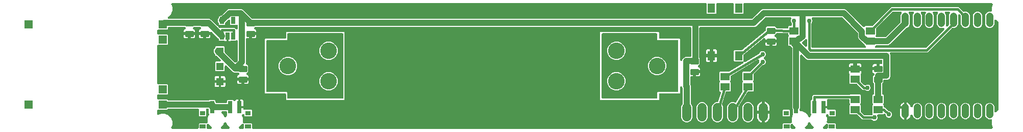
<source format=gbr>
G04 EAGLE Gerber X2 export*
%TF.Part,Single*%
%TF.FileFunction,Copper,L1,Top,Mixed*%
%TF.FilePolarity,Positive*%
%TF.GenerationSoftware,Autodesk,EAGLE,9.1.3*%
%TF.CreationDate,2019-10-04T04:58:18Z*%
G75*
%MOMM*%
%FSLAX34Y34*%
%LPD*%
%AMOC8*
5,1,8,0,0,1.08239X$1,22.5*%
G01*
%ADD10C,2.743200*%
%ADD11C,1.208000*%
%ADD12C,1.524000*%
%ADD13R,0.690000X1.200000*%
%ADD14C,0.254000*%
%ADD15R,0.800000X2.000000*%
%ADD16R,0.900000X0.800000*%
%ADD17R,1.000000X0.800000*%
%ADD18R,1.500000X1.300000*%
%ADD19R,1.300000X1.550000*%
%ADD20R,1.408000X1.408000*%
%ADD21R,1.270000X1.270000*%
%ADD22C,0.406400*%
%ADD23C,0.756400*%
%ADD24C,1.016000*%
%ADD25C,0.152400*%
%ADD26C,1.016000*%

G36*
X1046162Y10163D02*
X1046162Y10163D01*
X1046180Y10161D01*
X1046362Y10182D01*
X1046545Y10201D01*
X1046562Y10206D01*
X1046579Y10208D01*
X1046754Y10265D01*
X1046930Y10319D01*
X1046945Y10327D01*
X1046962Y10333D01*
X1047122Y10423D01*
X1047284Y10511D01*
X1047297Y10522D01*
X1047313Y10531D01*
X1047452Y10651D01*
X1047593Y10768D01*
X1047604Y10782D01*
X1047618Y10794D01*
X1047730Y10939D01*
X1047845Y11082D01*
X1047853Y11098D01*
X1047864Y11112D01*
X1047946Y11277D01*
X1048031Y11439D01*
X1048036Y11456D01*
X1048044Y11472D01*
X1048091Y11651D01*
X1048142Y11826D01*
X1048144Y11844D01*
X1048148Y11861D01*
X1048175Y12192D01*
X1048175Y18782D01*
X1049068Y19675D01*
X1060787Y19675D01*
X1060843Y19658D01*
X1060847Y19658D01*
X1060852Y19656D01*
X1061043Y19640D01*
X1061244Y19622D01*
X1061248Y19622D01*
X1061253Y19622D01*
X1061444Y19643D01*
X1061644Y19665D01*
X1061648Y19666D01*
X1061653Y19667D01*
X1061840Y19727D01*
X1062028Y19787D01*
X1062032Y19789D01*
X1062036Y19790D01*
X1062211Y19888D01*
X1062380Y19981D01*
X1062384Y19984D01*
X1062388Y19987D01*
X1062539Y20116D01*
X1062687Y20242D01*
X1062690Y20245D01*
X1062693Y20248D01*
X1062815Y20403D01*
X1062937Y20558D01*
X1062939Y20562D01*
X1062942Y20565D01*
X1063029Y20739D01*
X1063119Y20917D01*
X1063120Y20921D01*
X1063122Y20925D01*
X1063173Y21109D01*
X1063227Y21305D01*
X1063228Y21309D01*
X1063229Y21314D01*
X1063242Y21505D01*
X1063257Y21706D01*
X1063256Y21711D01*
X1063256Y21715D01*
X1063232Y21902D01*
X1063206Y22106D01*
X1063205Y22110D01*
X1063204Y22114D01*
X1063103Y22430D01*
X1063039Y22583D01*
X1063039Y28217D01*
X1063810Y30077D01*
X1063811Y30081D01*
X1063813Y30085D01*
X1063869Y30274D01*
X1063926Y30462D01*
X1063927Y30467D01*
X1063928Y30471D01*
X1063930Y30494D01*
X1063976Y30554D01*
X1063978Y30558D01*
X1063981Y30561D01*
X1064133Y30856D01*
X1065278Y33622D01*
X1065285Y33643D01*
X1065295Y33663D01*
X1065343Y33836D01*
X1065395Y34008D01*
X1065397Y34030D01*
X1065403Y34051D01*
X1065416Y34230D01*
X1065433Y34408D01*
X1065431Y34430D01*
X1065432Y34453D01*
X1065410Y34631D01*
X1065391Y34809D01*
X1065385Y34830D01*
X1065382Y34852D01*
X1065325Y35022D01*
X1065271Y35193D01*
X1065261Y35213D01*
X1065254Y35234D01*
X1065164Y35390D01*
X1065078Y35546D01*
X1065064Y35563D01*
X1065053Y35583D01*
X1064905Y35756D01*
X1064905Y42075D01*
X1064902Y42106D01*
X1064904Y42137D01*
X1064882Y42306D01*
X1064865Y42475D01*
X1064856Y42505D01*
X1064852Y42536D01*
X1064751Y42852D01*
X1063825Y45086D01*
X1063825Y145193D01*
X1063823Y145219D01*
X1063825Y145246D01*
X1063803Y145420D01*
X1063785Y145593D01*
X1063778Y145619D01*
X1063774Y145646D01*
X1063719Y145811D01*
X1063667Y145978D01*
X1063654Y146002D01*
X1063646Y146027D01*
X1063559Y146179D01*
X1063475Y146332D01*
X1063458Y146353D01*
X1063445Y146376D01*
X1063230Y146629D01*
X1061879Y147980D01*
X1061858Y147997D01*
X1061841Y148018D01*
X1061703Y148125D01*
X1061568Y148235D01*
X1061544Y148248D01*
X1061523Y148264D01*
X1061366Y148342D01*
X1061212Y148424D01*
X1061186Y148432D01*
X1061162Y148444D01*
X1060993Y148489D01*
X1060826Y148539D01*
X1060799Y148541D01*
X1060774Y148548D01*
X1060443Y148575D01*
X1058668Y148575D01*
X1057775Y149468D01*
X1057775Y163743D01*
X1057846Y163833D01*
X1057962Y163975D01*
X1057971Y163991D01*
X1057982Y164005D01*
X1058065Y164169D01*
X1058151Y164331D01*
X1058156Y164348D01*
X1058164Y164364D01*
X1058213Y164540D01*
X1058266Y164717D01*
X1058267Y164735D01*
X1058272Y164752D01*
X1058286Y164935D01*
X1058302Y165118D01*
X1058300Y165135D01*
X1058302Y165153D01*
X1058279Y165335D01*
X1058259Y165518D01*
X1058253Y165535D01*
X1058251Y165553D01*
X1058193Y165727D01*
X1058137Y165902D01*
X1058129Y165917D01*
X1058123Y165934D01*
X1058031Y166094D01*
X1057943Y166254D01*
X1057931Y166268D01*
X1057922Y166283D01*
X1057775Y166456D01*
X1057775Y168125D01*
X1057775Y168132D01*
X1057775Y168140D01*
X1057755Y168331D01*
X1057735Y168526D01*
X1057733Y168533D01*
X1057732Y168540D01*
X1057674Y168725D01*
X1057617Y168910D01*
X1057614Y168917D01*
X1057611Y168924D01*
X1057517Y169095D01*
X1057425Y169264D01*
X1057421Y169270D01*
X1057417Y169277D01*
X1057291Y169426D01*
X1057168Y169574D01*
X1057162Y169578D01*
X1057157Y169584D01*
X1057005Y169705D01*
X1056854Y169826D01*
X1056847Y169829D01*
X1056842Y169834D01*
X1056667Y169923D01*
X1056497Y170012D01*
X1056490Y170014D01*
X1056483Y170017D01*
X1056296Y170069D01*
X1056110Y170123D01*
X1056102Y170124D01*
X1056095Y170126D01*
X1055765Y170156D01*
X1039262Y170325D01*
X1039234Y170322D01*
X1039205Y170325D01*
X1039034Y170305D01*
X1038861Y170289D01*
X1038834Y170281D01*
X1038806Y170278D01*
X1038641Y170224D01*
X1038475Y170175D01*
X1038450Y170162D01*
X1038423Y170153D01*
X1038272Y170068D01*
X1038119Y169987D01*
X1038097Y169969D01*
X1038072Y169955D01*
X1037941Y169842D01*
X1037807Y169732D01*
X1037789Y169710D01*
X1037767Y169692D01*
X1037661Y169555D01*
X1037551Y169421D01*
X1037538Y169396D01*
X1037521Y169374D01*
X1037481Y169293D01*
X1035092Y166904D01*
X1035083Y166894D01*
X1035073Y166885D01*
X1034956Y166738D01*
X1034837Y166593D01*
X1034830Y166581D01*
X1034822Y166571D01*
X1034736Y166403D01*
X1034648Y166237D01*
X1034644Y166224D01*
X1034638Y166212D01*
X1034587Y166031D01*
X1034533Y165851D01*
X1034532Y165838D01*
X1034528Y165825D01*
X1034514Y165638D01*
X1034497Y165450D01*
X1034498Y165437D01*
X1034497Y165424D01*
X1034520Y165239D01*
X1034540Y165050D01*
X1034544Y165037D01*
X1034546Y165024D01*
X1034605Y164846D01*
X1034662Y164666D01*
X1034668Y164654D01*
X1034672Y164642D01*
X1034766Y164478D01*
X1034857Y164314D01*
X1034865Y164304D01*
X1034872Y164292D01*
X1034996Y164150D01*
X1035117Y164007D01*
X1035128Y163999D01*
X1035136Y163988D01*
X1035286Y163874D01*
X1035433Y163757D01*
X1035445Y163751D01*
X1035456Y163743D01*
X1035751Y163591D01*
X1036220Y163397D01*
X1036844Y162980D01*
X1037375Y162449D01*
X1037792Y161825D01*
X1038079Y161132D01*
X1038226Y160395D01*
X1038226Y158749D01*
X1029208Y158749D01*
X1029190Y158747D01*
X1029173Y158749D01*
X1028990Y158728D01*
X1028808Y158709D01*
X1028791Y158704D01*
X1028773Y158702D01*
X1028695Y158677D01*
X1028558Y158716D01*
X1028540Y158718D01*
X1028523Y158722D01*
X1028192Y158749D01*
X1019174Y158749D01*
X1019174Y159409D01*
X1019164Y159516D01*
X1019163Y159624D01*
X1019144Y159716D01*
X1019134Y159810D01*
X1019103Y159913D01*
X1019081Y160018D01*
X1019044Y160105D01*
X1019016Y160195D01*
X1018965Y160290D01*
X1018923Y160389D01*
X1018869Y160466D01*
X1018824Y160549D01*
X1018755Y160632D01*
X1018694Y160720D01*
X1018627Y160786D01*
X1018567Y160858D01*
X1018483Y160925D01*
X1018405Y161001D01*
X1018326Y161051D01*
X1018253Y161110D01*
X1018157Y161160D01*
X1018067Y161218D01*
X1017979Y161253D01*
X1017896Y161296D01*
X1017792Y161326D01*
X1017692Y161365D01*
X1017599Y161381D01*
X1017509Y161407D01*
X1017401Y161416D01*
X1017295Y161435D01*
X1017201Y161432D01*
X1017107Y161440D01*
X1017001Y161428D01*
X1016893Y161425D01*
X1016801Y161404D01*
X1016708Y161393D01*
X1016605Y161360D01*
X1016500Y161336D01*
X1016414Y161297D01*
X1016325Y161268D01*
X1016231Y161215D01*
X1016133Y161171D01*
X1016040Y161108D01*
X1015974Y161070D01*
X1015928Y161031D01*
X1015859Y160983D01*
X983772Y134815D01*
X983680Y134723D01*
X983582Y134639D01*
X983538Y134582D01*
X983487Y134530D01*
X983415Y134423D01*
X983336Y134321D01*
X983304Y134256D01*
X983263Y134196D01*
X983214Y134076D01*
X983156Y133960D01*
X983138Y133890D01*
X983110Y133823D01*
X983085Y133696D01*
X983052Y133571D01*
X983045Y133488D01*
X983033Y133428D01*
X983034Y133353D01*
X983025Y133240D01*
X983025Y123383D01*
X983041Y123222D01*
X983051Y123061D01*
X983061Y123022D01*
X983065Y122982D01*
X983112Y122827D01*
X983154Y122671D01*
X983171Y122636D01*
X983183Y122598D01*
X983260Y122455D01*
X983331Y122310D01*
X983356Y122278D01*
X983375Y122243D01*
X983478Y122119D01*
X983577Y121991D01*
X983607Y121965D01*
X983632Y121934D01*
X983758Y121833D01*
X983880Y121727D01*
X983915Y121707D01*
X983946Y121682D01*
X984090Y121607D01*
X984230Y121527D01*
X984268Y121515D01*
X984303Y121496D01*
X984459Y121452D01*
X984612Y121401D01*
X984652Y121396D01*
X984690Y121385D01*
X984851Y121372D01*
X985012Y121352D01*
X985052Y121355D01*
X985092Y121352D01*
X985252Y121371D01*
X985414Y121384D01*
X985452Y121394D01*
X985491Y121399D01*
X985645Y121449D01*
X985801Y121493D01*
X985841Y121513D01*
X985874Y121524D01*
X985950Y121567D01*
X986099Y121640D01*
X1008800Y135217D01*
X1008864Y135265D01*
X1008933Y135304D01*
X1009025Y135385D01*
X1009123Y135457D01*
X1009176Y135516D01*
X1009237Y135569D01*
X1009311Y135666D01*
X1009393Y135756D01*
X1009433Y135825D01*
X1009482Y135888D01*
X1009554Y136027D01*
X1009598Y136102D01*
X1009611Y136139D01*
X1009634Y136183D01*
X1010231Y137626D01*
X1011724Y139119D01*
X1013674Y139927D01*
X1015786Y139927D01*
X1017736Y139119D01*
X1019229Y137626D01*
X1020037Y135676D01*
X1020037Y133564D01*
X1019229Y131614D01*
X1017723Y130108D01*
X1017613Y130048D01*
X1017443Y129957D01*
X1017436Y129951D01*
X1017428Y129946D01*
X1017281Y129823D01*
X1017132Y129700D01*
X1017127Y129693D01*
X1017120Y129687D01*
X1017000Y129537D01*
X1016879Y129388D01*
X1016874Y129380D01*
X1016869Y129373D01*
X1016781Y129201D01*
X1016692Y129031D01*
X1016689Y129022D01*
X1016685Y129014D01*
X1016632Y128828D01*
X1016578Y128645D01*
X1016578Y128636D01*
X1016575Y128627D01*
X1016560Y128436D01*
X1016544Y128244D01*
X1016545Y128235D01*
X1016544Y128226D01*
X1016567Y128036D01*
X1016589Y127843D01*
X1016592Y127835D01*
X1016593Y127826D01*
X1016653Y127644D01*
X1016712Y127460D01*
X1016716Y127452D01*
X1016719Y127444D01*
X1016816Y127275D01*
X1016908Y127109D01*
X1016914Y127102D01*
X1016919Y127094D01*
X1017046Y126948D01*
X1017170Y126803D01*
X1017177Y126797D01*
X1017183Y126790D01*
X1017335Y126674D01*
X1017487Y126555D01*
X1017495Y126550D01*
X1017502Y126545D01*
X1017723Y126431D01*
X1019229Y124926D01*
X1020037Y122976D01*
X1020037Y120864D01*
X1019229Y118914D01*
X1017736Y117421D01*
X1015786Y116613D01*
X1015349Y116613D01*
X1015314Y116610D01*
X1015279Y116612D01*
X1015114Y116590D01*
X1014948Y116573D01*
X1014915Y116563D01*
X1014880Y116558D01*
X1014722Y116504D01*
X1014563Y116455D01*
X1014532Y116439D01*
X1014499Y116427D01*
X1014356Y116343D01*
X1014209Y116263D01*
X1014182Y116241D01*
X1014152Y116223D01*
X1013901Y116007D01*
X1000208Y102093D01*
X1000197Y102078D01*
X1000182Y102066D01*
X1000071Y101922D01*
X999956Y101779D01*
X999947Y101763D01*
X999936Y101748D01*
X999854Y101584D01*
X999770Y101422D01*
X999765Y101404D01*
X999756Y101387D01*
X999709Y101210D01*
X999658Y101035D01*
X999657Y101017D01*
X999652Y100999D01*
X999625Y100668D01*
X999625Y90257D01*
X999554Y90167D01*
X999438Y90025D01*
X999429Y90009D01*
X999418Y89995D01*
X999335Y89831D01*
X999249Y89669D01*
X999244Y89652D01*
X999236Y89636D01*
X999187Y89460D01*
X999134Y89283D01*
X999133Y89265D01*
X999128Y89248D01*
X999114Y89065D01*
X999098Y88882D01*
X999100Y88865D01*
X999098Y88847D01*
X999121Y88665D01*
X999141Y88482D01*
X999147Y88465D01*
X999149Y88447D01*
X999207Y88273D01*
X999263Y88098D01*
X999271Y88083D01*
X999277Y88066D01*
X999369Y87906D01*
X999457Y87746D01*
X999469Y87732D01*
X999478Y87717D01*
X999625Y87544D01*
X999625Y73268D01*
X998732Y72375D01*
X991080Y72375D01*
X991006Y72368D01*
X990933Y72370D01*
X990806Y72348D01*
X990679Y72335D01*
X990609Y72314D01*
X990536Y72301D01*
X990417Y72255D01*
X990294Y72217D01*
X990229Y72182D01*
X990161Y72156D01*
X990053Y72086D01*
X989940Y72025D01*
X989884Y71978D01*
X989822Y71939D01*
X989729Y71850D01*
X989631Y71768D01*
X989585Y71710D01*
X989532Y71659D01*
X989433Y71522D01*
X989379Y71454D01*
X989363Y71424D01*
X989338Y71390D01*
X974635Y46903D01*
X974557Y46739D01*
X974476Y46577D01*
X974471Y46557D01*
X974463Y46539D01*
X974419Y46363D01*
X974372Y46188D01*
X974370Y46165D01*
X974366Y46148D01*
X974362Y46071D01*
X974345Y45857D01*
X974345Y28661D01*
X972953Y25300D01*
X970380Y22727D01*
X967019Y21335D01*
X963381Y21335D01*
X960020Y22727D01*
X957447Y25300D01*
X956055Y28661D01*
X956055Y47539D01*
X957447Y50900D01*
X960020Y53473D01*
X963381Y54865D01*
X967019Y54865D01*
X968684Y54175D01*
X968750Y54155D01*
X968813Y54127D01*
X968942Y54097D01*
X969070Y54059D01*
X969138Y54052D01*
X969206Y54037D01*
X969338Y54033D01*
X969470Y54020D01*
X969539Y54028D01*
X969608Y54026D01*
X969739Y54048D01*
X969871Y54062D01*
X969937Y54083D01*
X970005Y54094D01*
X970129Y54142D01*
X970255Y54182D01*
X970316Y54215D01*
X970380Y54240D01*
X970492Y54312D01*
X970608Y54375D01*
X970661Y54420D01*
X970720Y54457D01*
X970815Y54549D01*
X970916Y54634D01*
X970960Y54688D01*
X971009Y54736D01*
X971114Y54882D01*
X971167Y54949D01*
X971181Y54975D01*
X971203Y55006D01*
X981285Y71797D01*
X981363Y71961D01*
X981444Y72123D01*
X981449Y72143D01*
X981457Y72161D01*
X981501Y72337D01*
X981548Y72512D01*
X981550Y72534D01*
X981554Y72552D01*
X981558Y72629D01*
X981575Y72843D01*
X981575Y87543D01*
X981646Y87633D01*
X981762Y87775D01*
X981771Y87791D01*
X981782Y87805D01*
X981865Y87969D01*
X981951Y88131D01*
X981956Y88148D01*
X981964Y88164D01*
X982014Y88341D01*
X982066Y88517D01*
X982067Y88535D01*
X982072Y88552D01*
X982086Y88735D01*
X982102Y88918D01*
X982100Y88936D01*
X982102Y88953D01*
X982079Y89135D01*
X982059Y89318D01*
X982053Y89335D01*
X982051Y89353D01*
X981993Y89526D01*
X981937Y89702D01*
X981929Y89718D01*
X981923Y89734D01*
X981831Y89894D01*
X981743Y90054D01*
X981731Y90068D01*
X981722Y90083D01*
X981575Y90256D01*
X981575Y104532D01*
X982468Y105425D01*
X992656Y105425D01*
X992691Y105428D01*
X992726Y105426D01*
X992891Y105448D01*
X993057Y105465D01*
X993090Y105475D01*
X993125Y105480D01*
X993282Y105534D01*
X993442Y105583D01*
X993472Y105599D01*
X993505Y105611D01*
X993649Y105695D01*
X993796Y105775D01*
X993822Y105797D01*
X993853Y105815D01*
X994104Y106031D01*
X996305Y108268D01*
X1008840Y121005D01*
X1008851Y121020D01*
X1008866Y121032D01*
X1008977Y121176D01*
X1009092Y121319D01*
X1009101Y121335D01*
X1009112Y121350D01*
X1009194Y121514D01*
X1009278Y121676D01*
X1009283Y121694D01*
X1009292Y121711D01*
X1009339Y121888D01*
X1009390Y122063D01*
X1009391Y122081D01*
X1009396Y122099D01*
X1009423Y122430D01*
X1009423Y122976D01*
X1009456Y123055D01*
X1009501Y123205D01*
X1009554Y123354D01*
X1009560Y123398D01*
X1009572Y123440D01*
X1009587Y123597D01*
X1009609Y123753D01*
X1009606Y123797D01*
X1009611Y123841D01*
X1009594Y123998D01*
X1009585Y124155D01*
X1009574Y124197D01*
X1009569Y124241D01*
X1009522Y124392D01*
X1009482Y124544D01*
X1009462Y124583D01*
X1009449Y124626D01*
X1009374Y124764D01*
X1009304Y124905D01*
X1009277Y124940D01*
X1009256Y124979D01*
X1009155Y125099D01*
X1009059Y125224D01*
X1009025Y125253D01*
X1008997Y125287D01*
X1008874Y125385D01*
X1008755Y125489D01*
X1008716Y125510D01*
X1008682Y125538D01*
X1008542Y125610D01*
X1008405Y125688D01*
X1008363Y125702D01*
X1008324Y125722D01*
X1008173Y125765D01*
X1008023Y125814D01*
X1007979Y125820D01*
X1007936Y125832D01*
X1007780Y125844D01*
X1007623Y125863D01*
X1007579Y125859D01*
X1007535Y125863D01*
X1007379Y125844D01*
X1007222Y125832D01*
X1007179Y125819D01*
X1007135Y125814D01*
X1006986Y125765D01*
X1006834Y125722D01*
X1006790Y125700D01*
X1006753Y125688D01*
X1006677Y125644D01*
X1006537Y125575D01*
X962513Y99245D01*
X962469Y99211D01*
X962422Y99186D01*
X962407Y99174D01*
X962387Y99163D01*
X962292Y99080D01*
X962190Y99005D01*
X962147Y98957D01*
X962112Y98928D01*
X962105Y98919D01*
X962082Y98900D01*
X962005Y98800D01*
X961920Y98706D01*
X961884Y98644D01*
X961860Y98614D01*
X961857Y98609D01*
X961836Y98581D01*
X961779Y98468D01*
X961715Y98360D01*
X961690Y98288D01*
X961656Y98221D01*
X961624Y98099D01*
X961582Y97980D01*
X961571Y97905D01*
X961552Y97832D01*
X961538Y97667D01*
X961526Y97581D01*
X961528Y97546D01*
X961525Y97501D01*
X961525Y90257D01*
X961454Y90167D01*
X961338Y90025D01*
X961329Y90009D01*
X961318Y89995D01*
X961235Y89831D01*
X961149Y89669D01*
X961144Y89652D01*
X961136Y89636D01*
X961087Y89460D01*
X961034Y89283D01*
X961033Y89265D01*
X961028Y89248D01*
X961014Y89065D01*
X960998Y88882D01*
X961000Y88865D01*
X960998Y88847D01*
X961021Y88665D01*
X961041Y88482D01*
X961047Y88465D01*
X961049Y88447D01*
X961107Y88273D01*
X961163Y88098D01*
X961171Y88083D01*
X961177Y88066D01*
X961269Y87906D01*
X961357Y87746D01*
X961369Y87732D01*
X961378Y87717D01*
X961525Y87544D01*
X961525Y73268D01*
X960632Y72375D01*
X955315Y72375D01*
X955191Y72363D01*
X955066Y72360D01*
X954991Y72343D01*
X954915Y72335D01*
X954795Y72299D01*
X954674Y72271D01*
X954603Y72240D01*
X954530Y72217D01*
X954420Y72158D01*
X954306Y72107D01*
X954243Y72062D01*
X954176Y72025D01*
X954080Y71946D01*
X953978Y71873D01*
X953925Y71817D01*
X953866Y71768D01*
X953788Y71671D01*
X953703Y71579D01*
X953662Y71514D01*
X953614Y71454D01*
X953557Y71343D01*
X953491Y71237D01*
X953458Y71153D01*
X953429Y71097D01*
X953409Y71027D01*
X953370Y70928D01*
X947647Y51867D01*
X947623Y51744D01*
X947590Y51623D01*
X947585Y51547D01*
X947570Y51472D01*
X947571Y51347D01*
X947562Y51221D01*
X947572Y51145D01*
X947572Y51069D01*
X947598Y50947D01*
X947614Y50822D01*
X947641Y50737D01*
X947654Y50675D01*
X947683Y50608D01*
X947716Y50506D01*
X948945Y47539D01*
X948945Y28661D01*
X947553Y25300D01*
X944980Y22727D01*
X941619Y21335D01*
X937981Y21335D01*
X934620Y22727D01*
X932047Y25300D01*
X930655Y28661D01*
X930655Y47539D01*
X932047Y50900D01*
X934620Y53473D01*
X937981Y54865D01*
X939609Y54865D01*
X939733Y54877D01*
X939858Y54880D01*
X939933Y54897D01*
X940009Y54905D01*
X940129Y54941D01*
X940251Y54969D01*
X940321Y55000D01*
X940394Y55023D01*
X940504Y55082D01*
X940618Y55133D01*
X940681Y55178D01*
X940748Y55215D01*
X940844Y55294D01*
X940946Y55367D01*
X940999Y55423D01*
X941058Y55472D01*
X941136Y55569D01*
X941221Y55661D01*
X941262Y55726D01*
X941310Y55786D01*
X941367Y55897D01*
X941433Y56003D01*
X941466Y56087D01*
X941495Y56143D01*
X941516Y56213D01*
X941554Y56312D01*
X945592Y69760D01*
X945613Y69870D01*
X945644Y69978D01*
X945652Y70067D01*
X945669Y70155D01*
X945668Y70267D01*
X945677Y70380D01*
X945667Y70468D01*
X945666Y70558D01*
X945644Y70668D01*
X945630Y70779D01*
X945603Y70864D01*
X945585Y70952D01*
X945540Y71055D01*
X945506Y71162D01*
X945462Y71240D01*
X945427Y71322D01*
X945363Y71415D01*
X945308Y71513D01*
X945249Y71581D01*
X945199Y71654D01*
X945118Y71732D01*
X945045Y71818D01*
X944974Y71872D01*
X944910Y71935D01*
X944815Y71996D01*
X944726Y72064D01*
X944647Y72104D01*
X944627Y72117D01*
X943475Y73268D01*
X943475Y87543D01*
X943546Y87633D01*
X943662Y87775D01*
X943671Y87791D01*
X943682Y87805D01*
X943765Y87969D01*
X943851Y88131D01*
X943856Y88148D01*
X943864Y88164D01*
X943914Y88341D01*
X943966Y88517D01*
X943967Y88535D01*
X943972Y88552D01*
X943986Y88735D01*
X944002Y88918D01*
X944000Y88936D01*
X944002Y88953D01*
X943979Y89135D01*
X943959Y89318D01*
X943953Y89335D01*
X943951Y89353D01*
X943893Y89526D01*
X943837Y89702D01*
X943829Y89718D01*
X943823Y89734D01*
X943731Y89894D01*
X943643Y90054D01*
X943631Y90068D01*
X943622Y90083D01*
X943475Y90256D01*
X943475Y104532D01*
X944368Y105425D01*
X958427Y105425D01*
X958605Y105443D01*
X958784Y105456D01*
X958805Y105462D01*
X958827Y105465D01*
X958999Y105517D01*
X959172Y105566D01*
X959193Y105577D01*
X959212Y105583D01*
X959282Y105621D01*
X959469Y105713D01*
X982021Y119201D01*
X982067Y119235D01*
X982118Y119263D01*
X982228Y119355D01*
X982344Y119441D01*
X982383Y119483D01*
X982427Y119520D01*
X982517Y119633D01*
X982614Y119740D01*
X982643Y119789D01*
X982679Y119834D01*
X982746Y119962D01*
X982819Y120086D01*
X982838Y120140D01*
X982865Y120191D01*
X982905Y120330D01*
X982952Y120466D01*
X982960Y120523D01*
X982976Y120578D01*
X982988Y120722D01*
X983008Y120865D01*
X983004Y120922D01*
X983009Y120980D01*
X982992Y121123D01*
X982984Y121267D01*
X982969Y121322D01*
X982962Y121379D01*
X982917Y121517D01*
X982881Y121656D01*
X982855Y121707D01*
X982837Y121762D01*
X982766Y121888D01*
X982703Y122017D01*
X982668Y122063D01*
X982639Y122113D01*
X982545Y122222D01*
X982457Y122336D01*
X982414Y122374D01*
X982376Y122418D01*
X982263Y122506D01*
X982154Y122601D01*
X982104Y122629D01*
X982058Y122664D01*
X981929Y122728D01*
X981804Y122800D01*
X981749Y122818D01*
X981698Y122844D01*
X981558Y122881D01*
X981422Y122926D01*
X981364Y122933D01*
X981309Y122948D01*
X981101Y122965D01*
X981022Y122975D01*
X981002Y122973D01*
X980978Y122975D01*
X967868Y122975D01*
X966975Y123868D01*
X966975Y140632D01*
X967868Y141525D01*
X980021Y141525D01*
X980146Y141537D01*
X980272Y141540D01*
X980346Y141557D01*
X980422Y141565D01*
X980542Y141601D01*
X980664Y141629D01*
X980734Y141660D01*
X980807Y141683D01*
X980917Y141743D01*
X981032Y141794D01*
X981105Y141844D01*
X981161Y141875D01*
X981217Y141921D01*
X981305Y141982D01*
X1019443Y173085D01*
X1019535Y173176D01*
X1019633Y173261D01*
X1019677Y173318D01*
X1019728Y173369D01*
X1019800Y173477D01*
X1019879Y173579D01*
X1019911Y173644D01*
X1019952Y173704D01*
X1020001Y173824D01*
X1020059Y173940D01*
X1020077Y174009D01*
X1020105Y174076D01*
X1020130Y174203D01*
X1020163Y174328D01*
X1020170Y174412D01*
X1020182Y174472D01*
X1020181Y174547D01*
X1020190Y174659D01*
X1020190Y178958D01*
X1021827Y180595D01*
X1035573Y180595D01*
X1037317Y178850D01*
X1037368Y178685D01*
X1037371Y178678D01*
X1037374Y178671D01*
X1037468Y178500D01*
X1037560Y178331D01*
X1037564Y178325D01*
X1037568Y178319D01*
X1037694Y178170D01*
X1037817Y178022D01*
X1037823Y178017D01*
X1037828Y178011D01*
X1037980Y177891D01*
X1038131Y177769D01*
X1038138Y177766D01*
X1038143Y177761D01*
X1038318Y177672D01*
X1038488Y177584D01*
X1038495Y177582D01*
X1038502Y177578D01*
X1038689Y177526D01*
X1038875Y177472D01*
X1038883Y177472D01*
X1038890Y177470D01*
X1039220Y177439D01*
X1055723Y177270D01*
X1055751Y177273D01*
X1055780Y177271D01*
X1055951Y177291D01*
X1056124Y177306D01*
X1056151Y177314D01*
X1056179Y177317D01*
X1056344Y177371D01*
X1056510Y177420D01*
X1056535Y177433D01*
X1056562Y177442D01*
X1056713Y177527D01*
X1056866Y177608D01*
X1056888Y177626D01*
X1056913Y177640D01*
X1057044Y177753D01*
X1057178Y177863D01*
X1057196Y177885D01*
X1057218Y177903D01*
X1057324Y178040D01*
X1057434Y178174D01*
X1057447Y178199D01*
X1057464Y178221D01*
X1057541Y178376D01*
X1057623Y178530D01*
X1057631Y178557D01*
X1057644Y178582D01*
X1057689Y178749D01*
X1057738Y178915D01*
X1057741Y178943D01*
X1057748Y178971D01*
X1057775Y179301D01*
X1057775Y180732D01*
X1058668Y181625D01*
X1061212Y181625D01*
X1061230Y181627D01*
X1061248Y181625D01*
X1061430Y181646D01*
X1061613Y181665D01*
X1061630Y181670D01*
X1061647Y181672D01*
X1061822Y181729D01*
X1061998Y181783D01*
X1062013Y181791D01*
X1062030Y181797D01*
X1062190Y181887D01*
X1062352Y181975D01*
X1062365Y181986D01*
X1062381Y181995D01*
X1062520Y182115D01*
X1062661Y182232D01*
X1062672Y182246D01*
X1062686Y182258D01*
X1062798Y182403D01*
X1062913Y182546D01*
X1062921Y182562D01*
X1062932Y182576D01*
X1063014Y182741D01*
X1063099Y182903D01*
X1063104Y182920D01*
X1063112Y182936D01*
X1063159Y183115D01*
X1063210Y183290D01*
X1063212Y183308D01*
X1063216Y183325D01*
X1063243Y183656D01*
X1063243Y185710D01*
X1063241Y185737D01*
X1063243Y185764D01*
X1063221Y185938D01*
X1063203Y186111D01*
X1063196Y186137D01*
X1063192Y186163D01*
X1063137Y186329D01*
X1063085Y186496D01*
X1063072Y186520D01*
X1063064Y186545D01*
X1062977Y186697D01*
X1062893Y186850D01*
X1062876Y186871D01*
X1062863Y186894D01*
X1062648Y187147D01*
X1062301Y187494D01*
X1061493Y189444D01*
X1061493Y191556D01*
X1062417Y193787D01*
X1062421Y193800D01*
X1062427Y193811D01*
X1062479Y193991D01*
X1062534Y194172D01*
X1062535Y194185D01*
X1062539Y194198D01*
X1062554Y194386D01*
X1062572Y194573D01*
X1062571Y194586D01*
X1062572Y194600D01*
X1062550Y194786D01*
X1062530Y194973D01*
X1062526Y194986D01*
X1062525Y194999D01*
X1062467Y195178D01*
X1062411Y195358D01*
X1062404Y195369D01*
X1062400Y195382D01*
X1062307Y195547D01*
X1062217Y195711D01*
X1062209Y195721D01*
X1062202Y195733D01*
X1062079Y195875D01*
X1061958Y196019D01*
X1061948Y196027D01*
X1061939Y196038D01*
X1061791Y196152D01*
X1061643Y196270D01*
X1061631Y196276D01*
X1061621Y196284D01*
X1061453Y196368D01*
X1061285Y196454D01*
X1061272Y196458D01*
X1061260Y196464D01*
X1061078Y196513D01*
X1060898Y196564D01*
X1060885Y196565D01*
X1060872Y196568D01*
X1060541Y196595D01*
X1020365Y196595D01*
X1020339Y196593D01*
X1020312Y196595D01*
X1020138Y196573D01*
X1019965Y196555D01*
X1019939Y196548D01*
X1019913Y196544D01*
X1019747Y196489D01*
X1019580Y196437D01*
X1019556Y196424D01*
X1019531Y196416D01*
X1019379Y196329D01*
X1019226Y196245D01*
X1019205Y196228D01*
X1019182Y196215D01*
X1018929Y196000D01*
X1004019Y181091D01*
X1001592Y180085D01*
X911578Y180085D01*
X911560Y180083D01*
X911542Y180085D01*
X911360Y180064D01*
X911177Y180045D01*
X911160Y180040D01*
X911143Y180038D01*
X910968Y179981D01*
X910792Y179927D01*
X910777Y179919D01*
X910760Y179913D01*
X910600Y179823D01*
X910438Y179735D01*
X910425Y179724D01*
X910409Y179715D01*
X910270Y179595D01*
X910129Y179478D01*
X910118Y179464D01*
X910104Y179452D01*
X909992Y179307D01*
X909877Y179164D01*
X909869Y179148D01*
X909858Y179134D01*
X909775Y178969D01*
X909691Y178807D01*
X909686Y178790D01*
X909678Y178774D01*
X909631Y178595D01*
X909580Y178420D01*
X909578Y178402D01*
X909574Y178385D01*
X909547Y178054D01*
X909547Y129662D01*
X909549Y129635D01*
X909547Y129609D01*
X909569Y129435D01*
X909587Y129261D01*
X909594Y129236D01*
X909598Y129209D01*
X909653Y129044D01*
X909705Y128876D01*
X909718Y128853D01*
X909726Y128828D01*
X909813Y128676D01*
X909897Y128522D01*
X909914Y128502D01*
X909927Y128479D01*
X910142Y128226D01*
X910210Y128158D01*
X910210Y118222D01*
X908092Y116104D01*
X908083Y116094D01*
X908073Y116085D01*
X907956Y115938D01*
X907837Y115793D01*
X907830Y115781D01*
X907822Y115771D01*
X907736Y115603D01*
X907648Y115437D01*
X907644Y115424D01*
X907638Y115412D01*
X907587Y115231D01*
X907533Y115051D01*
X907532Y115038D01*
X907528Y115025D01*
X907514Y114838D01*
X907497Y114650D01*
X907498Y114637D01*
X907497Y114624D01*
X907520Y114439D01*
X907540Y114250D01*
X907544Y114237D01*
X907546Y114224D01*
X907605Y114046D01*
X907662Y113866D01*
X907668Y113854D01*
X907672Y113842D01*
X907765Y113679D01*
X907857Y113514D01*
X907865Y113504D01*
X907872Y113492D01*
X907996Y113349D01*
X908117Y113207D01*
X908128Y113199D01*
X908136Y113188D01*
X908286Y113074D01*
X908433Y112957D01*
X908445Y112951D01*
X908456Y112943D01*
X908751Y112791D01*
X909220Y112597D01*
X909844Y112180D01*
X910375Y111649D01*
X910792Y111025D01*
X911079Y110332D01*
X911226Y109595D01*
X911226Y107949D01*
X902208Y107949D01*
X902190Y107947D01*
X902173Y107949D01*
X901990Y107928D01*
X901808Y107909D01*
X901791Y107904D01*
X901773Y107902D01*
X901598Y107845D01*
X901423Y107791D01*
X901407Y107783D01*
X901390Y107777D01*
X901230Y107687D01*
X901069Y107599D01*
X901055Y107588D01*
X901039Y107579D01*
X900900Y107459D01*
X900759Y107342D01*
X900748Y107328D01*
X900735Y107316D01*
X900622Y107171D01*
X900507Y107028D01*
X900499Y107012D01*
X900488Y106998D01*
X900406Y106833D01*
X900366Y106757D01*
X900214Y106671D01*
X900052Y106583D01*
X900039Y106572D01*
X900023Y106563D01*
X899884Y106443D01*
X899743Y106325D01*
X899732Y106312D01*
X899718Y106300D01*
X899606Y106155D01*
X899491Y106012D01*
X899483Y105996D01*
X899472Y105982D01*
X899390Y105817D01*
X899305Y105654D01*
X899300Y105637D01*
X899292Y105621D01*
X899244Y105443D01*
X899194Y105268D01*
X899192Y105250D01*
X899188Y105233D01*
X899161Y104902D01*
X899161Y97789D01*
X896747Y97789D01*
X896729Y97787D01*
X896711Y97789D01*
X896529Y97768D01*
X896346Y97749D01*
X896329Y97744D01*
X896312Y97742D01*
X896137Y97685D01*
X895961Y97631D01*
X895946Y97623D01*
X895929Y97617D01*
X895769Y97527D01*
X895607Y97440D01*
X895594Y97428D01*
X895578Y97419D01*
X895439Y97299D01*
X895298Y97182D01*
X895287Y97168D01*
X895273Y97156D01*
X895161Y97011D01*
X895046Y96868D01*
X895038Y96852D01*
X895027Y96838D01*
X894945Y96674D01*
X894860Y96511D01*
X894855Y96494D01*
X894847Y96478D01*
X894800Y96300D01*
X894749Y96124D01*
X894747Y96106D01*
X894743Y96089D01*
X894716Y95758D01*
X894716Y84890D01*
X894719Y84859D01*
X894717Y84828D01*
X894739Y84658D01*
X894756Y84489D01*
X894765Y84460D01*
X894769Y84429D01*
X894870Y84113D01*
X895605Y82340D01*
X895605Y52889D01*
X895607Y52863D01*
X895605Y52836D01*
X895627Y52662D01*
X895645Y52489D01*
X895652Y52463D01*
X895656Y52437D01*
X895712Y52270D01*
X895763Y52104D01*
X895776Y52080D01*
X895784Y52055D01*
X895871Y51903D01*
X895955Y51750D01*
X895972Y51729D01*
X895985Y51706D01*
X896200Y51453D01*
X896753Y50900D01*
X898145Y47539D01*
X898145Y28661D01*
X896753Y25300D01*
X894180Y22727D01*
X890819Y21335D01*
X887181Y21335D01*
X883820Y22727D01*
X881247Y25300D01*
X879855Y28661D01*
X879855Y47539D01*
X881247Y50900D01*
X881800Y51453D01*
X881817Y51474D01*
X881838Y51491D01*
X881945Y51629D01*
X882055Y51764D01*
X882068Y51788D01*
X882084Y51809D01*
X882162Y51966D01*
X882244Y52120D01*
X882252Y52146D01*
X882264Y52170D01*
X882309Y52339D01*
X882359Y52506D01*
X882361Y52533D01*
X882368Y52559D01*
X882395Y52889D01*
X882395Y77162D01*
X882392Y77193D01*
X882394Y77224D01*
X882372Y77394D01*
X882355Y77563D01*
X882346Y77592D01*
X882342Y77623D01*
X882241Y77939D01*
X881573Y79552D01*
X881571Y79556D01*
X881569Y79560D01*
X881476Y79733D01*
X881382Y79907D01*
X881380Y79910D01*
X881377Y79914D01*
X881255Y80061D01*
X881126Y80217D01*
X881123Y80220D01*
X881120Y80224D01*
X880967Y80346D01*
X880813Y80471D01*
X880809Y80473D01*
X880806Y80476D01*
X880633Y80566D01*
X880457Y80658D01*
X880453Y80659D01*
X880449Y80661D01*
X880260Y80716D01*
X880070Y80771D01*
X880066Y80772D01*
X880062Y80773D01*
X879864Y80789D01*
X879669Y80806D01*
X879665Y80805D01*
X879660Y80806D01*
X879466Y80783D01*
X879269Y80761D01*
X879265Y80759D01*
X879261Y80759D01*
X879075Y80698D01*
X878886Y80638D01*
X878882Y80635D01*
X878878Y80634D01*
X878705Y80537D01*
X878534Y80441D01*
X878531Y80438D01*
X878527Y80436D01*
X878378Y80308D01*
X878229Y80179D01*
X878226Y80176D01*
X878222Y80173D01*
X878102Y80018D01*
X877980Y79862D01*
X877978Y79858D01*
X877976Y79855D01*
X877887Y79677D01*
X877800Y79503D01*
X877798Y79498D01*
X877796Y79494D01*
X877745Y79302D01*
X877693Y79114D01*
X877693Y79110D01*
X877692Y79105D01*
X877665Y78775D01*
X877665Y70129D01*
X877069Y69533D01*
X844898Y69533D01*
X844880Y69531D01*
X844862Y69533D01*
X844680Y69512D01*
X844497Y69493D01*
X844480Y69488D01*
X844463Y69486D01*
X844288Y69429D01*
X844112Y69375D01*
X844097Y69367D01*
X844080Y69361D01*
X843920Y69271D01*
X843758Y69183D01*
X843745Y69172D01*
X843729Y69163D01*
X843590Y69043D01*
X843449Y68926D01*
X843438Y68912D01*
X843424Y68900D01*
X843312Y68755D01*
X843197Y68612D01*
X843189Y68596D01*
X843178Y68582D01*
X843096Y68417D01*
X843011Y68255D01*
X843006Y68238D01*
X842998Y68222D01*
X842951Y68043D01*
X842900Y67868D01*
X842898Y67850D01*
X842894Y67833D01*
X842867Y67502D01*
X842867Y58953D01*
X842271Y58357D01*
X745839Y58357D01*
X745788Y58371D01*
X745621Y58421D01*
X745594Y58423D01*
X745568Y58430D01*
X745283Y58454D01*
X744683Y59053D01*
X744683Y171147D01*
X745279Y171743D01*
X841811Y171743D01*
X841862Y171729D01*
X842029Y171679D01*
X842056Y171677D01*
X842082Y171670D01*
X842259Y171655D01*
X842867Y171047D01*
X842867Y162598D01*
X842869Y162580D01*
X842867Y162562D01*
X842888Y162380D01*
X842907Y162197D01*
X842912Y162180D01*
X842914Y162163D01*
X842971Y161988D01*
X843025Y161812D01*
X843033Y161797D01*
X843039Y161780D01*
X843129Y161620D01*
X843217Y161458D01*
X843228Y161445D01*
X843237Y161429D01*
X843357Y161290D01*
X843474Y161149D01*
X843488Y161138D01*
X843500Y161124D01*
X843645Y161012D01*
X843788Y160897D01*
X843804Y160889D01*
X843818Y160878D01*
X843983Y160796D01*
X844145Y160711D01*
X844162Y160706D01*
X844178Y160698D01*
X844357Y160651D01*
X844532Y160600D01*
X844550Y160598D01*
X844567Y160594D01*
X844898Y160567D01*
X876609Y160567D01*
X876660Y160553D01*
X876827Y160503D01*
X876854Y160501D01*
X876880Y160494D01*
X877057Y160479D01*
X877665Y159871D01*
X877665Y125441D01*
X877665Y125437D01*
X877665Y125432D01*
X877685Y125239D01*
X877705Y125041D01*
X877706Y125036D01*
X877706Y125032D01*
X877764Y124846D01*
X877823Y124656D01*
X877825Y124652D01*
X877826Y124648D01*
X877920Y124476D01*
X878015Y124302D01*
X878017Y124298D01*
X878020Y124294D01*
X878150Y124140D01*
X878272Y123992D01*
X878276Y123990D01*
X878279Y123986D01*
X878433Y123863D01*
X878586Y123740D01*
X878590Y123738D01*
X878593Y123735D01*
X878768Y123646D01*
X878943Y123555D01*
X878948Y123553D01*
X878952Y123551D01*
X879139Y123498D01*
X879330Y123443D01*
X879335Y123443D01*
X879339Y123442D01*
X879532Y123427D01*
X879732Y123410D01*
X879736Y123411D01*
X879740Y123410D01*
X879933Y123434D01*
X880131Y123457D01*
X880136Y123459D01*
X880140Y123459D01*
X880323Y123520D01*
X880514Y123582D01*
X880518Y123584D01*
X880522Y123586D01*
X880689Y123681D01*
X880865Y123780D01*
X880868Y123783D01*
X880872Y123785D01*
X881021Y123915D01*
X881169Y124043D01*
X881172Y124047D01*
X881176Y124050D01*
X881294Y124204D01*
X881416Y124361D01*
X881418Y124365D01*
X881421Y124369D01*
X881573Y124664D01*
X882512Y126931D01*
X884370Y128789D01*
X886797Y129795D01*
X894306Y129795D01*
X894324Y129797D01*
X894342Y129795D01*
X894524Y129816D01*
X894707Y129835D01*
X894724Y129840D01*
X894741Y129842D01*
X894916Y129899D01*
X895092Y129953D01*
X895107Y129961D01*
X895124Y129967D01*
X895284Y130057D01*
X895446Y130145D01*
X895459Y130156D01*
X895475Y130165D01*
X895614Y130285D01*
X895755Y130402D01*
X895766Y130416D01*
X895780Y130428D01*
X895892Y130573D01*
X896007Y130716D01*
X896015Y130732D01*
X896026Y130746D01*
X896108Y130911D01*
X896193Y131073D01*
X896198Y131090D01*
X896206Y131106D01*
X896253Y131285D01*
X896304Y131460D01*
X896306Y131478D01*
X896310Y131495D01*
X896337Y131826D01*
X896337Y178054D01*
X896335Y178072D01*
X896337Y178090D01*
X896316Y178272D01*
X896297Y178455D01*
X896292Y178472D01*
X896290Y178489D01*
X896233Y178664D01*
X896179Y178840D01*
X896171Y178855D01*
X896165Y178872D01*
X896075Y179032D01*
X895987Y179194D01*
X895976Y179207D01*
X895967Y179223D01*
X895847Y179362D01*
X895730Y179503D01*
X895716Y179514D01*
X895704Y179528D01*
X895559Y179640D01*
X895416Y179755D01*
X895400Y179763D01*
X895386Y179774D01*
X895221Y179856D01*
X895059Y179941D01*
X895042Y179946D01*
X895026Y179954D01*
X894847Y180001D01*
X894672Y180052D01*
X894654Y180054D01*
X894637Y180058D01*
X894306Y180085D01*
X173203Y180085D01*
X173199Y180085D01*
X173194Y180085D01*
X172998Y180065D01*
X172803Y180045D01*
X172798Y180044D01*
X172794Y180044D01*
X172603Y179984D01*
X172418Y179927D01*
X172414Y179925D01*
X172410Y179924D01*
X172234Y179828D01*
X172064Y179735D01*
X172060Y179733D01*
X172056Y179730D01*
X171903Y179602D01*
X171755Y179478D01*
X171752Y179474D01*
X171748Y179471D01*
X171625Y179316D01*
X171502Y179164D01*
X171500Y179160D01*
X171497Y179156D01*
X171406Y178979D01*
X171317Y178807D01*
X171315Y178802D01*
X171313Y178798D01*
X171259Y178608D01*
X171205Y178420D01*
X171205Y178415D01*
X171204Y178411D01*
X171188Y178215D01*
X171172Y178018D01*
X171173Y178014D01*
X171173Y178009D01*
X171197Y177811D01*
X171219Y177619D01*
X171221Y177614D01*
X171221Y177610D01*
X171284Y177420D01*
X171344Y177236D01*
X171346Y177232D01*
X171348Y177228D01*
X171445Y177057D01*
X171542Y176885D01*
X171545Y176882D01*
X171547Y176878D01*
X171677Y176729D01*
X171805Y176581D01*
X171809Y176578D01*
X171812Y176574D01*
X171971Y176452D01*
X172123Y176334D01*
X172127Y176332D01*
X172131Y176329D01*
X172426Y176177D01*
X172620Y176097D01*
X173244Y175680D01*
X173775Y175149D01*
X174192Y174525D01*
X174479Y173832D01*
X174626Y173095D01*
X174626Y171449D01*
X165608Y171449D01*
X165590Y171447D01*
X165573Y171449D01*
X165390Y171428D01*
X165208Y171409D01*
X165191Y171404D01*
X165173Y171402D01*
X164998Y171345D01*
X164823Y171291D01*
X164807Y171283D01*
X164790Y171277D01*
X164630Y171187D01*
X164469Y171099D01*
X164455Y171088D01*
X164439Y171079D01*
X164300Y170959D01*
X164159Y170842D01*
X164148Y170828D01*
X164135Y170816D01*
X164022Y170671D01*
X163907Y170528D01*
X163899Y170512D01*
X163888Y170498D01*
X163806Y170333D01*
X163766Y170257D01*
X163614Y170171D01*
X163452Y170083D01*
X163439Y170072D01*
X163423Y170063D01*
X163284Y169943D01*
X163143Y169825D01*
X163132Y169812D01*
X163118Y169800D01*
X163006Y169655D01*
X162891Y169512D01*
X162883Y169496D01*
X162872Y169482D01*
X162790Y169317D01*
X162705Y169154D01*
X162700Y169137D01*
X162692Y169121D01*
X162644Y168943D01*
X162594Y168768D01*
X162592Y168750D01*
X162588Y168733D01*
X162561Y168402D01*
X162561Y161289D01*
X159368Y161289D01*
X159351Y161287D01*
X159333Y161289D01*
X159151Y161268D01*
X158968Y161249D01*
X158951Y161244D01*
X158933Y161242D01*
X158759Y161185D01*
X158583Y161131D01*
X158567Y161123D01*
X158550Y161117D01*
X158391Y161027D01*
X158229Y160940D01*
X158215Y160928D01*
X158200Y160919D01*
X158061Y160799D01*
X157920Y160682D01*
X157908Y160668D01*
X157895Y160656D01*
X157782Y160510D01*
X157667Y160368D01*
X157659Y160352D01*
X157648Y160338D01*
X157566Y160173D01*
X157482Y160011D01*
X157477Y159994D01*
X157469Y159978D01*
X157421Y159800D01*
X157370Y159624D01*
X157369Y159606D01*
X157364Y159589D01*
X157337Y159258D01*
X157337Y120209D01*
X157211Y119903D01*
X157207Y119890D01*
X157201Y119879D01*
X157149Y119698D01*
X157094Y119518D01*
X157093Y119505D01*
X157089Y119492D01*
X157074Y119303D01*
X157056Y119117D01*
X157057Y119104D01*
X157056Y119090D01*
X157078Y118903D01*
X157098Y118717D01*
X157102Y118704D01*
X157103Y118691D01*
X157162Y118511D01*
X157218Y118332D01*
X157224Y118321D01*
X157228Y118308D01*
X157321Y118144D01*
X157411Y117979D01*
X157419Y117969D01*
X157426Y117957D01*
X157549Y117815D01*
X157670Y117671D01*
X157680Y117663D01*
X157689Y117652D01*
X157837Y117538D01*
X157985Y117420D01*
X157997Y117414D01*
X158007Y117406D01*
X158176Y117322D01*
X158343Y117236D01*
X158356Y117232D01*
X158368Y117226D01*
X158550Y117177D01*
X158730Y117126D01*
X158744Y117125D01*
X158757Y117122D01*
X159087Y117095D01*
X159273Y117095D01*
X160910Y115458D01*
X160910Y105522D01*
X158792Y103404D01*
X158783Y103394D01*
X158773Y103385D01*
X158656Y103238D01*
X158537Y103093D01*
X158530Y103081D01*
X158522Y103071D01*
X158436Y102903D01*
X158348Y102737D01*
X158344Y102724D01*
X158338Y102712D01*
X158287Y102531D01*
X158233Y102351D01*
X158232Y102338D01*
X158228Y102325D01*
X158214Y102138D01*
X158197Y101950D01*
X158198Y101937D01*
X158197Y101924D01*
X158220Y101739D01*
X158240Y101550D01*
X158244Y101537D01*
X158246Y101524D01*
X158305Y101346D01*
X158362Y101166D01*
X158368Y101154D01*
X158372Y101142D01*
X158465Y100979D01*
X158557Y100814D01*
X158565Y100804D01*
X158572Y100792D01*
X158696Y100650D01*
X158817Y100507D01*
X158828Y100499D01*
X158836Y100488D01*
X158986Y100374D01*
X159133Y100257D01*
X159145Y100251D01*
X159156Y100243D01*
X159451Y100091D01*
X159920Y99897D01*
X160544Y99480D01*
X161075Y98949D01*
X161492Y98325D01*
X161779Y97632D01*
X161926Y96895D01*
X161926Y95249D01*
X152908Y95249D01*
X152890Y95247D01*
X152873Y95249D01*
X152690Y95228D01*
X152508Y95209D01*
X152491Y95204D01*
X152473Y95202D01*
X152395Y95177D01*
X152258Y95216D01*
X152240Y95218D01*
X152223Y95222D01*
X151892Y95249D01*
X142874Y95249D01*
X142874Y96895D01*
X143021Y97632D01*
X143308Y98325D01*
X143725Y98949D01*
X144256Y99480D01*
X144880Y99897D01*
X145074Y99977D01*
X145078Y99979D01*
X145082Y99981D01*
X145253Y100073D01*
X145429Y100167D01*
X145432Y100170D01*
X145436Y100173D01*
X145585Y100297D01*
X145739Y100424D01*
X145742Y100427D01*
X145745Y100430D01*
X145866Y100580D01*
X145993Y100737D01*
X145995Y100741D01*
X145998Y100744D01*
X146087Y100916D01*
X146180Y101093D01*
X146181Y101097D01*
X146183Y101101D01*
X146237Y101288D01*
X146293Y101479D01*
X146293Y101484D01*
X146295Y101488D01*
X146311Y101687D01*
X146328Y101881D01*
X146327Y101885D01*
X146328Y101890D01*
X146304Y102087D01*
X146283Y102281D01*
X146281Y102285D01*
X146281Y102289D01*
X146220Y102477D01*
X146159Y102664D01*
X146157Y102668D01*
X146156Y102672D01*
X146059Y102843D01*
X145963Y103015D01*
X145960Y103019D01*
X145958Y103023D01*
X145831Y103170D01*
X145701Y103321D01*
X145698Y103324D01*
X145695Y103328D01*
X145539Y103448D01*
X145384Y103570D01*
X145380Y103572D01*
X145377Y103574D01*
X145200Y103662D01*
X145025Y103750D01*
X145020Y103752D01*
X145016Y103754D01*
X144824Y103805D01*
X144636Y103857D01*
X144632Y103857D01*
X144627Y103858D01*
X144297Y103885D01*
X138386Y103885D01*
X135959Y104891D01*
X133815Y107034D01*
X125642Y115207D01*
X125635Y115213D01*
X125630Y115220D01*
X125623Y115225D01*
X125621Y115228D01*
X125589Y115252D01*
X125480Y115340D01*
X125331Y115462D01*
X125323Y115466D01*
X125316Y115472D01*
X125146Y115561D01*
X124975Y115651D01*
X124966Y115653D01*
X124959Y115658D01*
X124774Y115711D01*
X124589Y115766D01*
X124580Y115767D01*
X124572Y115769D01*
X124380Y115785D01*
X124188Y115802D01*
X124179Y115801D01*
X124170Y115802D01*
X123981Y115780D01*
X123788Y115759D01*
X123779Y115756D01*
X123771Y115755D01*
X123589Y115696D01*
X123404Y115637D01*
X123396Y115633D01*
X123388Y115630D01*
X123219Y115535D01*
X123052Y115442D01*
X123045Y115437D01*
X123037Y115432D01*
X122891Y115306D01*
X122745Y115182D01*
X122739Y115175D01*
X122732Y115169D01*
X122615Y115017D01*
X122495Y114866D01*
X122491Y114858D01*
X122486Y114851D01*
X122400Y114679D01*
X122313Y114507D01*
X122310Y114498D01*
X122306Y114490D01*
X122256Y114304D01*
X122205Y114119D01*
X122204Y114110D01*
X122202Y114102D01*
X122175Y113771D01*
X122175Y107318D01*
X121282Y106425D01*
X107318Y106425D01*
X106425Y107318D01*
X106425Y121282D01*
X107318Y122175D01*
X113771Y122175D01*
X113780Y122176D01*
X113789Y122175D01*
X113981Y122196D01*
X114172Y122215D01*
X114180Y122217D01*
X114189Y122218D01*
X114371Y122276D01*
X114556Y122333D01*
X114564Y122337D01*
X114573Y122340D01*
X114741Y122433D01*
X114910Y122525D01*
X114917Y122530D01*
X114925Y122535D01*
X115072Y122659D01*
X115220Y122782D01*
X115225Y122789D01*
X115232Y122795D01*
X115351Y122946D01*
X115472Y123096D01*
X115476Y123104D01*
X115482Y123111D01*
X115570Y123284D01*
X115658Y123453D01*
X115660Y123462D01*
X115664Y123470D01*
X115715Y123654D01*
X115769Y123840D01*
X115770Y123849D01*
X115772Y123858D01*
X115786Y124050D01*
X115802Y124242D01*
X115801Y124250D01*
X115801Y124259D01*
X115777Y124452D01*
X115755Y124641D01*
X115752Y124650D01*
X115751Y124659D01*
X115690Y124842D01*
X115630Y125024D01*
X115626Y125032D01*
X115623Y125040D01*
X115527Y125207D01*
X115432Y125375D01*
X115426Y125382D01*
X115422Y125389D01*
X115207Y125642D01*
X109619Y131230D01*
X109598Y131247D01*
X109581Y131268D01*
X109443Y131375D01*
X109308Y131485D01*
X109284Y131498D01*
X109263Y131514D01*
X109106Y131592D01*
X108952Y131674D01*
X108926Y131682D01*
X108902Y131694D01*
X108733Y131739D01*
X108566Y131789D01*
X108539Y131791D01*
X108514Y131798D01*
X108183Y131825D01*
X107318Y131825D01*
X106425Y132718D01*
X106425Y133583D01*
X106423Y133609D01*
X106425Y133636D01*
X106403Y133810D01*
X106385Y133983D01*
X106378Y134009D01*
X106374Y134036D01*
X106319Y134201D01*
X106267Y134368D01*
X106254Y134392D01*
X106246Y134417D01*
X106159Y134569D01*
X106075Y134722D01*
X106058Y134743D01*
X106045Y134766D01*
X105830Y135019D01*
X104891Y135959D01*
X103885Y138386D01*
X103885Y141014D01*
X104891Y143441D01*
X105830Y144381D01*
X105847Y144402D01*
X105868Y144419D01*
X105975Y144557D01*
X106085Y144692D01*
X106098Y144716D01*
X106114Y144737D01*
X106192Y144894D01*
X106274Y145048D01*
X106282Y145074D01*
X106294Y145098D01*
X106339Y145267D01*
X106389Y145434D01*
X106391Y145461D01*
X106398Y145486D01*
X106425Y145817D01*
X106425Y146682D01*
X107318Y147575D01*
X121282Y147575D01*
X122175Y146682D01*
X122175Y138197D01*
X122177Y138171D01*
X122175Y138144D01*
X122197Y137970D01*
X122215Y137797D01*
X122222Y137771D01*
X122226Y137744D01*
X122281Y137579D01*
X122333Y137412D01*
X122346Y137388D01*
X122354Y137363D01*
X122441Y137211D01*
X122525Y137058D01*
X122542Y137037D01*
X122555Y137014D01*
X122770Y136761D01*
X138264Y121267D01*
X138277Y121255D01*
X138289Y121242D01*
X138433Y121128D01*
X138575Y121012D01*
X138591Y121003D01*
X138605Y120992D01*
X138769Y120909D01*
X138931Y120823D01*
X138948Y120818D01*
X138964Y120810D01*
X139141Y120761D01*
X139317Y120708D01*
X139335Y120707D01*
X139352Y120702D01*
X139535Y120689D01*
X139718Y120672D01*
X139736Y120674D01*
X139753Y120673D01*
X139935Y120696D01*
X140118Y120715D01*
X140135Y120721D01*
X140153Y120723D01*
X140326Y120781D01*
X140502Y120837D01*
X140518Y120846D01*
X140534Y120851D01*
X140694Y120943D01*
X140854Y121032D01*
X140868Y121043D01*
X140883Y121052D01*
X141136Y121267D01*
X143533Y123663D01*
X143550Y123684D01*
X143570Y123702D01*
X143677Y123839D01*
X143788Y123975D01*
X143800Y123998D01*
X143817Y124020D01*
X143895Y124177D01*
X143977Y124331D01*
X143984Y124356D01*
X143996Y124380D01*
X144042Y124550D01*
X144091Y124716D01*
X144094Y124743D01*
X144101Y124769D01*
X144128Y125100D01*
X144128Y155917D01*
X144127Y155926D01*
X144128Y155934D01*
X144107Y156125D01*
X144088Y156317D01*
X144085Y156326D01*
X144084Y156335D01*
X144026Y156518D01*
X143970Y156702D01*
X143965Y156710D01*
X143963Y156719D01*
X143870Y156887D01*
X143778Y157056D01*
X143772Y157063D01*
X143768Y157071D01*
X143643Y157218D01*
X143520Y157365D01*
X143513Y157371D01*
X143507Y157378D01*
X143356Y157497D01*
X143206Y157618D01*
X143199Y157622D01*
X143192Y157627D01*
X143019Y157715D01*
X142849Y157803D01*
X142841Y157806D01*
X142833Y157810D01*
X142647Y157861D01*
X142462Y157915D01*
X142453Y157915D01*
X142445Y157918D01*
X142252Y157932D01*
X142061Y157948D01*
X142052Y157947D01*
X142043Y157947D01*
X141852Y157923D01*
X141661Y157901D01*
X141653Y157898D01*
X141644Y157897D01*
X141462Y157836D01*
X141278Y157776D01*
X141271Y157771D01*
X141262Y157769D01*
X141095Y157672D01*
X140928Y157578D01*
X140921Y157572D01*
X140913Y157568D01*
X140660Y157353D01*
X140582Y157274D01*
X133360Y157274D01*
X133333Y157272D01*
X133306Y157274D01*
X133133Y157252D01*
X132959Y157234D01*
X132934Y157227D01*
X132907Y157223D01*
X132741Y157168D01*
X132574Y157116D01*
X132551Y157103D01*
X132525Y157095D01*
X132374Y157008D01*
X132220Y156924D01*
X132200Y156907D01*
X132176Y156894D01*
X132058Y156794D01*
X131431Y156431D01*
X130785Y156258D01*
X129031Y156258D01*
X129031Y164799D01*
X129030Y164816D01*
X129031Y164834D01*
X129010Y165017D01*
X128991Y165199D01*
X128986Y165216D01*
X128984Y165234D01*
X128927Y165409D01*
X128873Y165584D01*
X128865Y165600D01*
X128859Y165617D01*
X128769Y165777D01*
X128682Y165938D01*
X128670Y165952D01*
X128661Y165967D01*
X128541Y166107D01*
X128424Y166247D01*
X128410Y166259D01*
X128398Y166272D01*
X128253Y166385D01*
X128110Y166500D01*
X128094Y166508D01*
X128080Y166519D01*
X127915Y166601D01*
X127753Y166685D01*
X127736Y166690D01*
X127720Y166698D01*
X127542Y166746D01*
X127366Y166797D01*
X127348Y166798D01*
X127331Y166803D01*
X127000Y166830D01*
X126982Y166828D01*
X126965Y166830D01*
X126964Y166830D01*
X126782Y166808D01*
X126599Y166790D01*
X126582Y166785D01*
X126564Y166783D01*
X126390Y166726D01*
X126214Y166672D01*
X126199Y166663D01*
X126182Y166658D01*
X126021Y166567D01*
X125860Y166480D01*
X125847Y166469D01*
X125831Y166460D01*
X125692Y166340D01*
X125551Y166222D01*
X125540Y166208D01*
X125526Y166197D01*
X125414Y166052D01*
X125299Y165909D01*
X125290Y165893D01*
X125280Y165879D01*
X125198Y165714D01*
X125113Y165551D01*
X125108Y165534D01*
X125100Y165518D01*
X125052Y165340D01*
X125002Y165164D01*
X125000Y165147D01*
X124996Y165129D01*
X124969Y164799D01*
X124969Y156258D01*
X123215Y156258D01*
X122569Y156431D01*
X121930Y156800D01*
X121900Y156824D01*
X121765Y156934D01*
X121741Y156947D01*
X121720Y156963D01*
X121563Y157041D01*
X121409Y157123D01*
X121384Y157131D01*
X121360Y157143D01*
X121190Y157188D01*
X121023Y157238D01*
X120997Y157240D01*
X120971Y157247D01*
X120640Y157274D01*
X113418Y157274D01*
X112525Y158167D01*
X112525Y159592D01*
X112523Y159618D01*
X112525Y159645D01*
X112503Y159819D01*
X112485Y159992D01*
X112478Y160018D01*
X112474Y160045D01*
X112419Y160210D01*
X112367Y160377D01*
X112354Y160401D01*
X112346Y160426D01*
X112259Y160578D01*
X112175Y160731D01*
X112158Y160752D01*
X112145Y160775D01*
X111930Y161028D01*
X101893Y171065D01*
X101886Y171071D01*
X101881Y171078D01*
X101731Y171198D01*
X101582Y171320D01*
X101574Y171324D01*
X101567Y171330D01*
X101397Y171419D01*
X101226Y171509D01*
X101217Y171511D01*
X101210Y171516D01*
X101025Y171569D01*
X100840Y171624D01*
X100831Y171625D01*
X100823Y171627D01*
X100631Y171643D01*
X100439Y171660D01*
X100430Y171659D01*
X100421Y171660D01*
X100232Y171638D01*
X100039Y171617D01*
X100030Y171614D01*
X100022Y171613D01*
X99840Y171554D01*
X99655Y171495D01*
X99647Y171491D01*
X99639Y171488D01*
X99570Y171449D01*
X89408Y171449D01*
X89390Y171447D01*
X89373Y171449D01*
X89190Y171428D01*
X89008Y171409D01*
X88991Y171404D01*
X88973Y171402D01*
X88895Y171377D01*
X88758Y171416D01*
X88740Y171418D01*
X88723Y171422D01*
X88392Y171449D01*
X79374Y171449D01*
X79374Y173095D01*
X79521Y173832D01*
X79808Y174525D01*
X80225Y175149D01*
X80756Y175680D01*
X81380Y176097D01*
X81574Y176177D01*
X81578Y176179D01*
X81582Y176181D01*
X81753Y176273D01*
X81929Y176367D01*
X81932Y176370D01*
X81936Y176373D01*
X82085Y176497D01*
X82239Y176624D01*
X82242Y176627D01*
X82245Y176630D01*
X82368Y176783D01*
X82493Y176937D01*
X82495Y176941D01*
X82498Y176944D01*
X82588Y177117D01*
X82680Y177293D01*
X82681Y177297D01*
X82683Y177301D01*
X82738Y177490D01*
X82793Y177679D01*
X82793Y177684D01*
X82795Y177688D01*
X82811Y177884D01*
X82828Y178081D01*
X82827Y178085D01*
X82828Y178090D01*
X82804Y178287D01*
X82783Y178481D01*
X82781Y178485D01*
X82781Y178489D01*
X82720Y178676D01*
X82659Y178864D01*
X82657Y178868D01*
X82656Y178872D01*
X82559Y179043D01*
X82463Y179215D01*
X82460Y179219D01*
X82458Y179223D01*
X82331Y179370D01*
X82201Y179521D01*
X82198Y179524D01*
X82195Y179528D01*
X82039Y179648D01*
X81884Y179770D01*
X81880Y179772D01*
X81877Y179774D01*
X81700Y179862D01*
X81525Y179950D01*
X81520Y179952D01*
X81516Y179954D01*
X81324Y180005D01*
X81136Y180057D01*
X81132Y180057D01*
X81127Y180058D01*
X80797Y180085D01*
X71603Y180085D01*
X71599Y180085D01*
X71594Y180085D01*
X71399Y180065D01*
X71203Y180045D01*
X71198Y180044D01*
X71194Y180044D01*
X71007Y179985D01*
X70818Y179927D01*
X70814Y179925D01*
X70810Y179924D01*
X70638Y179830D01*
X70464Y179735D01*
X70460Y179733D01*
X70456Y179730D01*
X70304Y179602D01*
X70155Y179478D01*
X70152Y179474D01*
X70148Y179471D01*
X70025Y179316D01*
X69902Y179164D01*
X69900Y179160D01*
X69897Y179156D01*
X69807Y178981D01*
X69717Y178807D01*
X69716Y178802D01*
X69713Y178798D01*
X69659Y178607D01*
X69605Y178420D01*
X69605Y178415D01*
X69604Y178411D01*
X69589Y178215D01*
X69572Y178018D01*
X69573Y178014D01*
X69573Y178010D01*
X69596Y177815D01*
X69619Y177619D01*
X69621Y177614D01*
X69621Y177610D01*
X69684Y177420D01*
X69744Y177236D01*
X69746Y177232D01*
X69748Y177228D01*
X69844Y177058D01*
X69942Y176885D01*
X69945Y176882D01*
X69947Y176878D01*
X70075Y176732D01*
X70205Y176581D01*
X70209Y176578D01*
X70212Y176574D01*
X70368Y176454D01*
X70523Y176334D01*
X70527Y176332D01*
X70531Y176329D01*
X70826Y176177D01*
X71020Y176097D01*
X71644Y175680D01*
X72175Y175149D01*
X72592Y174525D01*
X72879Y173832D01*
X73026Y173095D01*
X73026Y171449D01*
X64008Y171449D01*
X63990Y171447D01*
X63973Y171449D01*
X63790Y171428D01*
X63608Y171409D01*
X63591Y171404D01*
X63573Y171402D01*
X63495Y171377D01*
X63358Y171416D01*
X63340Y171418D01*
X63323Y171422D01*
X62992Y171449D01*
X53974Y171449D01*
X53974Y173095D01*
X54121Y173832D01*
X54408Y174525D01*
X54825Y175149D01*
X55356Y175680D01*
X55980Y176097D01*
X56174Y176177D01*
X56178Y176179D01*
X56182Y176181D01*
X56355Y176275D01*
X56529Y176368D01*
X56532Y176370D01*
X56536Y176373D01*
X56686Y176497D01*
X56839Y176624D01*
X56842Y176627D01*
X56845Y176630D01*
X56965Y176778D01*
X57093Y176937D01*
X57095Y176941D01*
X57098Y176944D01*
X57187Y177116D01*
X57280Y177293D01*
X57281Y177298D01*
X57283Y177301D01*
X57338Y177490D01*
X57393Y177679D01*
X57393Y177684D01*
X57395Y177688D01*
X57411Y177889D01*
X57428Y178081D01*
X57427Y178085D01*
X57428Y178090D01*
X57405Y178284D01*
X57383Y178481D01*
X57381Y178485D01*
X57381Y178489D01*
X57321Y178671D01*
X57259Y178864D01*
X57257Y178868D01*
X57256Y178872D01*
X57158Y179045D01*
X57063Y179215D01*
X57060Y179219D01*
X57058Y179223D01*
X56929Y179372D01*
X56801Y179521D01*
X56798Y179524D01*
X56795Y179528D01*
X56641Y179647D01*
X56484Y179770D01*
X56480Y179772D01*
X56477Y179774D01*
X56303Y179861D01*
X56124Y179950D01*
X56120Y179952D01*
X56116Y179954D01*
X55923Y180005D01*
X55736Y180057D01*
X55732Y180057D01*
X55727Y180058D01*
X55397Y180085D01*
X29646Y180085D01*
X29628Y180083D01*
X29610Y180085D01*
X29428Y180064D01*
X29245Y180045D01*
X29228Y180040D01*
X29211Y180038D01*
X29036Y179981D01*
X28860Y179927D01*
X28845Y179919D01*
X28828Y179913D01*
X28668Y179823D01*
X28506Y179735D01*
X28493Y179724D01*
X28477Y179715D01*
X28338Y179595D01*
X28197Y179478D01*
X28186Y179464D01*
X28172Y179452D01*
X28060Y179307D01*
X27945Y179164D01*
X27937Y179148D01*
X27926Y179134D01*
X27843Y178969D01*
X27759Y178807D01*
X27754Y178790D01*
X27746Y178774D01*
X27699Y178595D01*
X27648Y178420D01*
X27646Y178402D01*
X27642Y178385D01*
X27615Y178054D01*
X27615Y176478D01*
X26722Y175585D01*
X12192Y175585D01*
X12174Y175583D01*
X12156Y175585D01*
X11974Y175564D01*
X11791Y175545D01*
X11774Y175540D01*
X11757Y175538D01*
X11582Y175481D01*
X11406Y175427D01*
X11391Y175419D01*
X11374Y175413D01*
X11214Y175323D01*
X11052Y175235D01*
X11039Y175224D01*
X11023Y175215D01*
X10884Y175095D01*
X10743Y174978D01*
X10732Y174964D01*
X10718Y174952D01*
X10606Y174807D01*
X10491Y174664D01*
X10483Y174648D01*
X10472Y174634D01*
X10390Y174469D01*
X10305Y174307D01*
X10300Y174290D01*
X10292Y174274D01*
X10245Y174095D01*
X10194Y173920D01*
X10192Y173902D01*
X10188Y173885D01*
X10161Y173554D01*
X10161Y169346D01*
X10163Y169328D01*
X10161Y169310D01*
X10182Y169128D01*
X10201Y168945D01*
X10206Y168928D01*
X10208Y168911D01*
X10265Y168736D01*
X10319Y168560D01*
X10327Y168545D01*
X10333Y168528D01*
X10423Y168368D01*
X10511Y168206D01*
X10522Y168193D01*
X10531Y168177D01*
X10651Y168038D01*
X10768Y167897D01*
X10782Y167886D01*
X10794Y167872D01*
X10939Y167760D01*
X11082Y167645D01*
X11098Y167637D01*
X11112Y167626D01*
X11277Y167544D01*
X11439Y167459D01*
X11456Y167454D01*
X11472Y167446D01*
X11651Y167399D01*
X11826Y167348D01*
X11844Y167346D01*
X11861Y167342D01*
X12192Y167315D01*
X26722Y167315D01*
X27615Y166422D01*
X27615Y151078D01*
X26722Y150185D01*
X12192Y150185D01*
X12174Y150183D01*
X12156Y150185D01*
X11974Y150164D01*
X11791Y150145D01*
X11774Y150140D01*
X11757Y150138D01*
X11582Y150081D01*
X11406Y150027D01*
X11391Y150019D01*
X11374Y150013D01*
X11214Y149923D01*
X11052Y149835D01*
X11039Y149824D01*
X11023Y149815D01*
X10884Y149695D01*
X10743Y149578D01*
X10732Y149564D01*
X10718Y149552D01*
X10606Y149407D01*
X10491Y149264D01*
X10483Y149248D01*
X10472Y149234D01*
X10390Y149069D01*
X10305Y148907D01*
X10300Y148890D01*
X10292Y148874D01*
X10245Y148695D01*
X10194Y148520D01*
X10192Y148502D01*
X10188Y148485D01*
X10161Y148154D01*
X10161Y86796D01*
X10163Y86778D01*
X10161Y86760D01*
X10182Y86578D01*
X10201Y86395D01*
X10206Y86378D01*
X10208Y86361D01*
X10265Y86186D01*
X10319Y86010D01*
X10327Y85995D01*
X10333Y85978D01*
X10423Y85818D01*
X10511Y85656D01*
X10522Y85643D01*
X10531Y85627D01*
X10651Y85488D01*
X10768Y85347D01*
X10782Y85336D01*
X10794Y85322D01*
X10939Y85210D01*
X11082Y85095D01*
X11098Y85087D01*
X11112Y85076D01*
X11277Y84994D01*
X11439Y84909D01*
X11456Y84904D01*
X11472Y84896D01*
X11651Y84849D01*
X11826Y84798D01*
X11844Y84796D01*
X11861Y84792D01*
X12192Y84765D01*
X26722Y84765D01*
X27615Y83872D01*
X27615Y68528D01*
X26722Y67635D01*
X12192Y67635D01*
X12174Y67633D01*
X12156Y67635D01*
X11974Y67614D01*
X11791Y67595D01*
X11774Y67590D01*
X11757Y67588D01*
X11582Y67531D01*
X11406Y67477D01*
X11391Y67469D01*
X11374Y67463D01*
X11214Y67373D01*
X11052Y67285D01*
X11039Y67274D01*
X11023Y67265D01*
X10884Y67145D01*
X10743Y67028D01*
X10732Y67014D01*
X10718Y67002D01*
X10606Y66857D01*
X10491Y66714D01*
X10483Y66698D01*
X10472Y66684D01*
X10390Y66519D01*
X10305Y66357D01*
X10300Y66340D01*
X10292Y66324D01*
X10244Y66145D01*
X10194Y65970D01*
X10192Y65952D01*
X10188Y65935D01*
X10161Y65604D01*
X10161Y61396D01*
X10163Y61378D01*
X10161Y61360D01*
X10182Y61178D01*
X10201Y60995D01*
X10206Y60978D01*
X10208Y60961D01*
X10265Y60786D01*
X10319Y60610D01*
X10327Y60595D01*
X10333Y60578D01*
X10423Y60418D01*
X10511Y60256D01*
X10522Y60243D01*
X10531Y60227D01*
X10651Y60088D01*
X10768Y59947D01*
X10782Y59936D01*
X10794Y59922D01*
X10939Y59810D01*
X11082Y59695D01*
X11098Y59687D01*
X11112Y59676D01*
X11277Y59594D01*
X11439Y59509D01*
X11456Y59504D01*
X11472Y59496D01*
X11651Y59449D01*
X11826Y59398D01*
X11844Y59396D01*
X11861Y59392D01*
X12192Y59365D01*
X26722Y59365D01*
X28087Y58000D01*
X28107Y57983D01*
X28125Y57962D01*
X28263Y57855D01*
X28398Y57745D01*
X28422Y57732D01*
X28443Y57716D01*
X28600Y57638D01*
X28754Y57556D01*
X28779Y57548D01*
X28803Y57536D01*
X28973Y57491D01*
X29140Y57441D01*
X29166Y57439D01*
X29192Y57432D01*
X29523Y57405D01*
X95427Y57405D01*
X95454Y57407D01*
X95480Y57405D01*
X95654Y57427D01*
X95828Y57445D01*
X95853Y57453D01*
X95880Y57456D01*
X96045Y57511D01*
X96213Y57563D01*
X96236Y57576D01*
X96262Y57584D01*
X96413Y57671D01*
X96567Y57755D01*
X96587Y57772D01*
X96610Y57785D01*
X96775Y57925D01*
X106052Y57925D01*
X106945Y57032D01*
X106945Y55560D01*
X106948Y55529D01*
X106946Y55497D01*
X106968Y55329D01*
X106985Y55159D01*
X106994Y55129D01*
X106998Y55098D01*
X107099Y54782D01*
X107316Y54259D01*
X107327Y54239D01*
X107334Y54218D01*
X107422Y54062D01*
X107506Y53904D01*
X107521Y53887D01*
X107532Y53867D01*
X107649Y53732D01*
X107763Y53593D01*
X107780Y53579D01*
X107795Y53562D01*
X107936Y53453D01*
X108076Y53340D01*
X108095Y53329D01*
X108113Y53316D01*
X108273Y53236D01*
X108432Y53153D01*
X108453Y53146D01*
X108473Y53136D01*
X108647Y53090D01*
X108818Y53040D01*
X108841Y53038D01*
X108862Y53032D01*
X109193Y53005D01*
X123864Y53005D01*
X123882Y53007D01*
X123900Y53005D01*
X124082Y53026D01*
X124265Y53045D01*
X124282Y53050D01*
X124299Y53052D01*
X124474Y53109D01*
X124650Y53163D01*
X124665Y53171D01*
X124682Y53177D01*
X124842Y53267D01*
X125004Y53355D01*
X125017Y53366D01*
X125033Y53375D01*
X125172Y53495D01*
X125313Y53612D01*
X125324Y53626D01*
X125338Y53638D01*
X125450Y53783D01*
X125565Y53926D01*
X125573Y53942D01*
X125584Y53956D01*
X125666Y54121D01*
X125751Y54283D01*
X125756Y54300D01*
X125764Y54316D01*
X125811Y54495D01*
X125862Y54670D01*
X125864Y54688D01*
X125868Y54705D01*
X125895Y55036D01*
X125895Y57032D01*
X126788Y57925D01*
X136052Y57925D01*
X136915Y57061D01*
X136979Y57009D01*
X137036Y56950D01*
X137134Y56882D01*
X137227Y56806D01*
X137299Y56767D01*
X137367Y56721D01*
X137477Y56673D01*
X137582Y56617D01*
X137661Y56594D01*
X137737Y56561D01*
X137854Y56537D01*
X137968Y56503D01*
X138050Y56495D01*
X138131Y56478D01*
X138250Y56477D01*
X138369Y56466D01*
X138451Y56475D01*
X138533Y56474D01*
X138651Y56497D01*
X138770Y56510D01*
X138848Y56534D01*
X138929Y56550D01*
X139039Y56595D01*
X139153Y56631D01*
X139225Y56671D01*
X139301Y56702D01*
X139401Y56768D01*
X139506Y56826D01*
X139569Y56879D01*
X139637Y56924D01*
X139721Y57009D01*
X139813Y57086D01*
X139864Y57151D01*
X139922Y57209D01*
X140009Y57334D01*
X140062Y57402D01*
X140081Y57439D01*
X140111Y57482D01*
X140387Y57960D01*
X140860Y58433D01*
X141439Y58768D01*
X142085Y58941D01*
X144389Y58941D01*
X144389Y46400D01*
X144390Y46383D01*
X144389Y46365D01*
X144410Y46182D01*
X144428Y46000D01*
X144434Y45983D01*
X144436Y45965D01*
X144493Y45790D01*
X144547Y45615D01*
X144555Y45599D01*
X144561Y45582D01*
X144651Y45422D01*
X144738Y45261D01*
X144750Y45247D01*
X144759Y45232D01*
X144879Y45092D01*
X144996Y44952D01*
X144996Y44951D01*
X144997Y44951D01*
X145010Y44940D01*
X145022Y44927D01*
X145022Y44926D01*
X145167Y44814D01*
X145310Y44699D01*
X145326Y44690D01*
X145340Y44680D01*
X145505Y44598D01*
X145668Y44513D01*
X145685Y44508D01*
X145701Y44500D01*
X145879Y44452D01*
X146055Y44402D01*
X146072Y44400D01*
X146090Y44396D01*
X146420Y44369D01*
X152961Y44369D01*
X152961Y43981D01*
X152962Y43972D01*
X152961Y43963D01*
X152982Y43771D01*
X153001Y43580D01*
X153003Y43572D01*
X153004Y43563D01*
X153063Y43378D01*
X153119Y43195D01*
X153123Y43187D01*
X153126Y43179D01*
X153220Y43009D01*
X153311Y42841D01*
X153316Y42834D01*
X153321Y42827D01*
X153445Y42680D01*
X153568Y42532D01*
X153575Y42526D01*
X153581Y42520D01*
X153731Y42401D01*
X153882Y42280D01*
X153890Y42276D01*
X153897Y42270D01*
X154070Y42182D01*
X154239Y42094D01*
X154248Y42092D01*
X154256Y42088D01*
X154442Y42036D01*
X154626Y41983D01*
X154635Y41982D01*
X154644Y41980D01*
X154834Y41966D01*
X155028Y41950D01*
X155037Y41951D01*
X155045Y41950D01*
X155236Y41974D01*
X155427Y41997D01*
X155436Y42000D01*
X155445Y42001D01*
X155627Y42062D01*
X155810Y42122D01*
X155818Y42126D01*
X155827Y42129D01*
X155906Y42175D01*
X166322Y42175D01*
X167215Y41282D01*
X167215Y32018D01*
X166322Y31125D01*
X156058Y31125D01*
X155165Y32018D01*
X155165Y32688D01*
X155151Y32833D01*
X155144Y32979D01*
X155131Y33033D01*
X155125Y33088D01*
X155083Y33228D01*
X155047Y33370D01*
X155024Y33420D01*
X155007Y33473D01*
X154937Y33602D01*
X154875Y33734D01*
X154842Y33778D01*
X154815Y33827D01*
X154722Y33940D01*
X154634Y34057D01*
X154593Y34094D01*
X154558Y34136D01*
X154444Y34228D01*
X154335Y34326D01*
X154287Y34354D01*
X154244Y34389D01*
X154114Y34456D01*
X153988Y34531D01*
X153936Y34549D01*
X153887Y34574D01*
X153746Y34615D01*
X153608Y34663D01*
X153553Y34670D01*
X153500Y34686D01*
X153354Y34698D01*
X153209Y34718D01*
X153154Y34714D01*
X153098Y34719D01*
X152954Y34702D01*
X152807Y34692D01*
X152754Y34678D01*
X152699Y34672D01*
X152560Y34626D01*
X152418Y34589D01*
X152361Y34562D01*
X152316Y34547D01*
X152243Y34506D01*
X152118Y34447D01*
X151766Y34243D01*
X151714Y34206D01*
X151677Y34186D01*
X151665Y34175D01*
X151620Y34151D01*
X151533Y34076D01*
X151439Y34008D01*
X151380Y33945D01*
X151314Y33889D01*
X151243Y33798D01*
X151165Y33714D01*
X151119Y33640D01*
X151066Y33572D01*
X151014Y33469D01*
X150954Y33371D01*
X150924Y33289D01*
X150885Y33212D01*
X150855Y33101D01*
X150815Y32993D01*
X150802Y32907D01*
X150779Y32824D01*
X150771Y32709D01*
X150753Y32595D01*
X150757Y32508D01*
X150751Y32422D01*
X150766Y32308D01*
X150771Y32193D01*
X150792Y32109D01*
X150804Y32023D01*
X150848Y31885D01*
X150868Y31802D01*
X150887Y31762D01*
X150905Y31707D01*
X151257Y30856D01*
X151259Y30852D01*
X151261Y30848D01*
X151354Y30675D01*
X151448Y30501D01*
X151450Y30498D01*
X151453Y30494D01*
X151467Y30476D01*
X151477Y30402D01*
X151478Y30397D01*
X151479Y30393D01*
X151580Y30077D01*
X152351Y28217D01*
X152351Y22583D01*
X152287Y22430D01*
X152286Y22426D01*
X152284Y22421D01*
X152228Y22234D01*
X152171Y22045D01*
X152170Y22040D01*
X152169Y22035D01*
X152151Y21840D01*
X152133Y21644D01*
X152133Y21639D01*
X152133Y21634D01*
X152154Y21435D01*
X152174Y21244D01*
X152176Y21239D01*
X152176Y21234D01*
X152235Y21048D01*
X152294Y20859D01*
X152296Y20855D01*
X152298Y20850D01*
X152392Y20680D01*
X152487Y20506D01*
X152491Y20502D01*
X152493Y20498D01*
X152619Y20350D01*
X152747Y20198D01*
X152750Y20195D01*
X152753Y20191D01*
X152908Y20069D01*
X153061Y19947D01*
X153066Y19945D01*
X153069Y19942D01*
X153245Y19852D01*
X153420Y19763D01*
X153424Y19762D01*
X153428Y19759D01*
X153617Y19707D01*
X153807Y19653D01*
X153812Y19653D01*
X153816Y19652D01*
X154014Y19637D01*
X154208Y19622D01*
X154213Y19623D01*
X154218Y19622D01*
X154412Y19647D01*
X154608Y19671D01*
X154613Y19672D01*
X154617Y19673D01*
X154623Y19675D01*
X166322Y19675D01*
X167215Y18782D01*
X167215Y12192D01*
X167217Y12174D01*
X167215Y12156D01*
X167236Y11974D01*
X167255Y11791D01*
X167260Y11774D01*
X167262Y11757D01*
X167319Y11582D01*
X167373Y11406D01*
X167381Y11391D01*
X167387Y11374D01*
X167477Y11214D01*
X167565Y11052D01*
X167576Y11039D01*
X167585Y11023D01*
X167705Y10884D01*
X167822Y10743D01*
X167836Y10732D01*
X167848Y10718D01*
X167993Y10606D01*
X168136Y10491D01*
X168152Y10483D01*
X168166Y10472D01*
X168331Y10390D01*
X168493Y10305D01*
X168510Y10300D01*
X168526Y10292D01*
X168705Y10245D01*
X168880Y10194D01*
X168898Y10192D01*
X168915Y10188D01*
X169246Y10161D01*
X1046144Y10161D01*
X1046162Y10163D01*
G37*
G36*
X1394652Y10169D02*
X1394652Y10169D01*
X1394734Y10167D01*
X1394852Y10189D01*
X1394971Y10201D01*
X1395050Y10225D01*
X1395130Y10239D01*
X1395241Y10284D01*
X1395356Y10319D01*
X1395428Y10358D01*
X1395504Y10388D01*
X1395605Y10454D01*
X1395710Y10511D01*
X1395773Y10563D01*
X1395842Y10608D01*
X1395927Y10692D01*
X1396019Y10768D01*
X1396071Y10832D01*
X1396129Y10890D01*
X1396197Y10989D01*
X1396272Y11082D01*
X1396309Y11155D01*
X1396356Y11223D01*
X1396402Y11333D01*
X1396457Y11439D01*
X1396480Y11518D01*
X1396512Y11594D01*
X1396535Y11711D01*
X1396568Y11826D01*
X1396575Y11908D01*
X1396591Y11989D01*
X1396592Y12108D01*
X1396601Y12228D01*
X1396592Y12309D01*
X1396592Y12391D01*
X1396565Y12541D01*
X1396554Y12627D01*
X1396542Y12666D01*
X1396532Y12718D01*
X1395539Y16424D01*
X1395539Y23576D01*
X1395627Y23905D01*
X1395639Y23978D01*
X1395650Y24014D01*
X1395650Y24015D01*
X1395662Y24056D01*
X1395672Y24179D01*
X1395693Y24302D01*
X1395690Y24380D01*
X1395696Y24457D01*
X1395683Y24580D01*
X1395678Y24704D01*
X1395660Y24780D01*
X1395651Y24857D01*
X1395613Y24975D01*
X1395585Y25096D01*
X1395552Y25167D01*
X1395528Y25241D01*
X1395468Y25349D01*
X1395416Y25461D01*
X1395370Y25524D01*
X1395332Y25592D01*
X1395251Y25686D01*
X1395178Y25786D01*
X1395120Y25839D01*
X1395070Y25898D01*
X1394972Y25974D01*
X1394881Y26058D01*
X1394814Y26098D01*
X1394753Y26146D01*
X1394642Y26202D01*
X1394536Y26266D01*
X1394463Y26292D01*
X1394393Y26327D01*
X1394273Y26360D01*
X1394157Y26401D01*
X1394080Y26412D01*
X1394005Y26433D01*
X1393881Y26442D01*
X1393758Y26459D01*
X1393681Y26455D01*
X1393603Y26461D01*
X1393480Y26445D01*
X1393356Y26438D01*
X1393281Y26419D01*
X1393204Y26408D01*
X1393051Y26359D01*
X1393035Y26355D01*
X1389995Y26355D01*
X1387215Y27507D01*
X1385087Y29635D01*
X1383935Y32415D01*
X1383935Y47505D01*
X1385087Y50285D01*
X1387215Y52413D01*
X1389995Y53565D01*
X1393005Y53565D01*
X1395785Y52413D01*
X1397913Y50285D01*
X1399065Y47505D01*
X1399065Y39680D01*
X1399066Y39671D01*
X1399065Y39662D01*
X1399086Y39469D01*
X1399105Y39279D01*
X1399107Y39271D01*
X1399108Y39262D01*
X1399167Y39077D01*
X1399223Y38894D01*
X1399227Y38886D01*
X1399230Y38878D01*
X1399323Y38709D01*
X1399415Y38540D01*
X1399420Y38533D01*
X1399425Y38525D01*
X1399550Y38377D01*
X1399672Y38231D01*
X1399679Y38225D01*
X1399685Y38218D01*
X1399837Y38098D01*
X1399986Y37978D01*
X1399994Y37974D01*
X1400001Y37969D01*
X1400174Y37881D01*
X1400343Y37793D01*
X1400352Y37791D01*
X1400360Y37786D01*
X1400546Y37735D01*
X1400730Y37682D01*
X1400739Y37681D01*
X1400748Y37678D01*
X1400941Y37664D01*
X1401132Y37649D01*
X1401140Y37650D01*
X1401149Y37649D01*
X1401342Y37673D01*
X1401531Y37696D01*
X1401540Y37698D01*
X1401549Y37699D01*
X1401731Y37761D01*
X1401914Y37820D01*
X1401922Y37825D01*
X1401930Y37828D01*
X1402097Y37924D01*
X1402265Y38018D01*
X1402272Y38024D01*
X1402279Y38029D01*
X1402532Y38243D01*
X1406056Y41767D01*
X1406073Y41788D01*
X1406094Y41806D01*
X1406201Y41944D01*
X1406311Y42079D01*
X1406324Y42102D01*
X1406340Y42124D01*
X1406418Y42280D01*
X1406500Y42435D01*
X1406508Y42460D01*
X1406520Y42484D01*
X1406565Y42654D01*
X1406615Y42820D01*
X1406617Y42847D01*
X1406624Y42873D01*
X1406651Y43204D01*
X1406651Y186796D01*
X1406649Y186823D01*
X1406651Y186850D01*
X1406629Y187024D01*
X1406611Y187197D01*
X1406603Y187222D01*
X1406600Y187249D01*
X1406545Y187414D01*
X1406493Y187582D01*
X1406480Y187605D01*
X1406472Y187631D01*
X1406385Y187782D01*
X1406301Y187936D01*
X1406284Y187956D01*
X1406271Y187980D01*
X1406056Y188233D01*
X1402532Y191757D01*
X1402525Y191762D01*
X1402520Y191769D01*
X1402370Y191889D01*
X1402221Y192012D01*
X1402213Y192016D01*
X1402206Y192022D01*
X1402036Y192109D01*
X1401865Y192200D01*
X1401856Y192203D01*
X1401849Y192207D01*
X1401664Y192260D01*
X1401479Y192315D01*
X1401470Y192316D01*
X1401462Y192318D01*
X1401271Y192334D01*
X1401078Y192352D01*
X1401069Y192351D01*
X1401060Y192351D01*
X1400871Y192329D01*
X1400678Y192308D01*
X1400669Y192305D01*
X1400661Y192304D01*
X1400479Y192245D01*
X1400294Y192187D01*
X1400286Y192182D01*
X1400278Y192180D01*
X1400109Y192085D01*
X1399942Y191992D01*
X1399935Y191986D01*
X1399927Y191982D01*
X1399781Y191856D01*
X1399635Y191731D01*
X1399629Y191724D01*
X1399622Y191718D01*
X1399505Y191567D01*
X1399385Y191415D01*
X1399381Y191407D01*
X1399376Y191400D01*
X1399290Y191228D01*
X1399203Y191056D01*
X1399200Y191048D01*
X1399196Y191040D01*
X1399146Y190854D01*
X1399095Y190669D01*
X1399094Y190660D01*
X1399092Y190651D01*
X1399065Y190320D01*
X1399065Y184495D01*
X1397913Y181715D01*
X1395785Y179587D01*
X1393005Y178435D01*
X1389995Y178435D01*
X1387215Y179587D01*
X1385087Y181715D01*
X1383935Y184495D01*
X1383935Y199585D01*
X1385087Y202365D01*
X1387215Y204493D01*
X1389995Y205645D01*
X1393106Y205645D01*
X1393116Y205642D01*
X1393129Y205641D01*
X1393142Y205637D01*
X1393330Y205621D01*
X1393517Y205604D01*
X1393530Y205605D01*
X1393544Y205604D01*
X1393731Y205626D01*
X1393917Y205645D01*
X1393930Y205649D01*
X1393943Y205651D01*
X1394122Y205709D01*
X1394302Y205765D01*
X1394313Y205771D01*
X1394326Y205776D01*
X1394490Y205868D01*
X1394655Y205958D01*
X1394665Y205967D01*
X1394677Y205974D01*
X1394819Y206097D01*
X1394963Y206217D01*
X1394971Y206228D01*
X1394982Y206237D01*
X1395096Y206385D01*
X1395214Y206532D01*
X1395220Y206544D01*
X1395228Y206555D01*
X1395312Y206723D01*
X1395398Y206890D01*
X1395402Y206903D01*
X1395408Y206915D01*
X1395457Y207098D01*
X1395508Y207278D01*
X1395509Y207291D01*
X1395512Y207304D01*
X1395539Y207635D01*
X1395539Y213576D01*
X1396532Y217282D01*
X1396546Y217363D01*
X1396568Y217442D01*
X1396578Y217562D01*
X1396598Y217680D01*
X1396595Y217762D01*
X1396601Y217844D01*
X1396587Y217962D01*
X1396583Y218082D01*
X1396564Y218162D01*
X1396554Y218243D01*
X1396517Y218357D01*
X1396490Y218474D01*
X1396455Y218548D01*
X1396430Y218626D01*
X1396371Y218731D01*
X1396321Y218839D01*
X1396272Y218905D01*
X1396232Y218977D01*
X1396153Y219067D01*
X1396083Y219164D01*
X1396022Y219219D01*
X1395969Y219282D01*
X1395874Y219355D01*
X1395786Y219436D01*
X1395715Y219478D01*
X1395650Y219528D01*
X1395543Y219582D01*
X1395441Y219643D01*
X1395363Y219671D01*
X1395290Y219708D01*
X1395174Y219739D01*
X1395062Y219779D01*
X1394980Y219791D01*
X1394901Y219812D01*
X1394749Y219825D01*
X1394663Y219837D01*
X1394623Y219835D01*
X1394570Y219839D01*
X985056Y219839D01*
X985038Y219837D01*
X985020Y219839D01*
X984838Y219818D01*
X984655Y219799D01*
X984638Y219794D01*
X984621Y219792D01*
X984446Y219735D01*
X984270Y219681D01*
X984255Y219673D01*
X984238Y219667D01*
X984078Y219577D01*
X983916Y219489D01*
X983903Y219478D01*
X983887Y219469D01*
X983748Y219349D01*
X983607Y219232D01*
X983596Y219218D01*
X983582Y219206D01*
X983470Y219061D01*
X983355Y218918D01*
X983347Y218902D01*
X983336Y218888D01*
X983254Y218723D01*
X983169Y218561D01*
X983164Y218544D01*
X983156Y218528D01*
X983109Y218349D01*
X983058Y218174D01*
X983056Y218156D01*
X983052Y218139D01*
X983025Y217808D01*
X983025Y203368D01*
X982132Y202475D01*
X967868Y202475D01*
X966975Y203368D01*
X966975Y217808D01*
X966973Y217826D01*
X966975Y217844D01*
X966954Y218026D01*
X966935Y218209D01*
X966930Y218226D01*
X966928Y218243D01*
X966871Y218418D01*
X966817Y218594D01*
X966809Y218609D01*
X966803Y218626D01*
X966713Y218786D01*
X966625Y218948D01*
X966614Y218961D01*
X966605Y218977D01*
X966485Y219116D01*
X966368Y219257D01*
X966354Y219268D01*
X966342Y219282D01*
X966197Y219394D01*
X966054Y219509D01*
X966038Y219517D01*
X966024Y219528D01*
X965859Y219610D01*
X965697Y219695D01*
X965680Y219700D01*
X965664Y219708D01*
X965485Y219755D01*
X965310Y219806D01*
X965292Y219808D01*
X965275Y219812D01*
X964944Y219839D01*
X940056Y219839D01*
X940038Y219837D01*
X940020Y219839D01*
X939838Y219818D01*
X939655Y219799D01*
X939638Y219794D01*
X939621Y219792D01*
X939446Y219735D01*
X939270Y219681D01*
X939255Y219673D01*
X939238Y219667D01*
X939078Y219577D01*
X938916Y219489D01*
X938903Y219478D01*
X938887Y219469D01*
X938748Y219349D01*
X938607Y219232D01*
X938596Y219218D01*
X938582Y219206D01*
X938470Y219061D01*
X938355Y218918D01*
X938347Y218902D01*
X938336Y218888D01*
X938254Y218723D01*
X938169Y218561D01*
X938164Y218544D01*
X938156Y218528D01*
X938109Y218349D01*
X938058Y218174D01*
X938056Y218156D01*
X938052Y218139D01*
X938025Y217808D01*
X938025Y203368D01*
X937132Y202475D01*
X922868Y202475D01*
X921975Y203368D01*
X921975Y217808D01*
X921973Y217826D01*
X921975Y217844D01*
X921954Y218026D01*
X921935Y218209D01*
X921930Y218226D01*
X921928Y218243D01*
X921871Y218418D01*
X921817Y218594D01*
X921809Y218609D01*
X921803Y218626D01*
X921713Y218786D01*
X921625Y218948D01*
X921614Y218961D01*
X921605Y218977D01*
X921485Y219116D01*
X921368Y219257D01*
X921354Y219268D01*
X921342Y219282D01*
X921197Y219394D01*
X921054Y219509D01*
X921038Y219517D01*
X921024Y219528D01*
X920859Y219610D01*
X920697Y219695D01*
X920680Y219700D01*
X920664Y219708D01*
X920485Y219755D01*
X920310Y219806D01*
X920292Y219808D01*
X920275Y219812D01*
X919944Y219839D01*
X35374Y219839D01*
X35361Y219838D01*
X35348Y219839D01*
X35161Y219818D01*
X34974Y219799D01*
X34961Y219795D01*
X34948Y219794D01*
X34768Y219736D01*
X34589Y219681D01*
X34577Y219675D01*
X34564Y219671D01*
X34399Y219579D01*
X34235Y219489D01*
X34224Y219481D01*
X34213Y219474D01*
X34070Y219352D01*
X33925Y219232D01*
X33917Y219221D01*
X33907Y219213D01*
X33791Y219065D01*
X33673Y218918D01*
X33667Y218906D01*
X33659Y218896D01*
X33574Y218727D01*
X33488Y218561D01*
X33484Y218548D01*
X33478Y218536D01*
X33428Y218355D01*
X33376Y218174D01*
X33375Y218160D01*
X33372Y218147D01*
X33359Y217959D01*
X33343Y217772D01*
X33345Y217759D01*
X33344Y217746D01*
X33368Y217558D01*
X33390Y217373D01*
X33394Y217360D01*
X33396Y217347D01*
X33498Y217031D01*
X35161Y213016D01*
X35161Y206984D01*
X32853Y201412D01*
X28553Y197113D01*
X28541Y197106D01*
X28367Y197013D01*
X28363Y197010D01*
X28359Y197007D01*
X28209Y196883D01*
X28056Y196756D01*
X28053Y196753D01*
X28050Y196750D01*
X27927Y196598D01*
X27802Y196444D01*
X27800Y196439D01*
X27797Y196436D01*
X27708Y196263D01*
X27615Y196087D01*
X27614Y196083D01*
X27612Y196079D01*
X27557Y195888D01*
X27502Y195701D01*
X27502Y195696D01*
X27501Y195692D01*
X27484Y195491D01*
X27468Y195300D01*
X27468Y195295D01*
X27468Y195290D01*
X27491Y195095D01*
X27513Y194899D01*
X27514Y194895D01*
X27515Y194891D01*
X27576Y194702D01*
X27636Y194516D01*
X27638Y194512D01*
X27639Y194508D01*
X27737Y194335D01*
X27832Y194165D01*
X27835Y194161D01*
X27837Y194157D01*
X27965Y194009D01*
X28094Y193859D01*
X28097Y193856D01*
X28100Y193852D01*
X28255Y193733D01*
X28411Y193611D01*
X28415Y193608D01*
X28419Y193606D01*
X28595Y193518D01*
X28771Y193430D01*
X28775Y193428D01*
X28779Y193426D01*
X28970Y193375D01*
X29159Y193323D01*
X29163Y193323D01*
X29168Y193322D01*
X29499Y193295D01*
X96923Y193295D01*
X99350Y192289D01*
X101494Y190146D01*
X109058Y182582D01*
X109065Y182576D01*
X109070Y182569D01*
X109220Y182449D01*
X109369Y182327D01*
X109377Y182323D01*
X109384Y182317D01*
X109554Y182228D01*
X109725Y182138D01*
X109734Y182136D01*
X109741Y182131D01*
X109926Y182078D01*
X110111Y182023D01*
X110120Y182022D01*
X110128Y182020D01*
X110320Y182004D01*
X110512Y181987D01*
X110521Y181988D01*
X110530Y181987D01*
X110719Y182009D01*
X110912Y182030D01*
X110921Y182033D01*
X110929Y182034D01*
X111111Y182093D01*
X111296Y182152D01*
X111304Y182156D01*
X111312Y182159D01*
X111481Y182254D01*
X111525Y182278D01*
X111469Y182169D01*
X111380Y181998D01*
X111378Y181989D01*
X111374Y181981D01*
X111322Y181796D01*
X111269Y181611D01*
X111268Y181602D01*
X111266Y181593D01*
X111252Y181401D01*
X111236Y181209D01*
X111237Y181201D01*
X111237Y181192D01*
X111261Y180999D01*
X111283Y180810D01*
X111286Y180801D01*
X111287Y180792D01*
X111348Y180609D01*
X111408Y180427D01*
X111412Y180419D01*
X111415Y180411D01*
X111511Y180245D01*
X111606Y180076D01*
X111612Y180069D01*
X111616Y180062D01*
X111831Y179809D01*
X112988Y178651D01*
X113002Y178640D01*
X113014Y178626D01*
X113158Y178512D01*
X113300Y178396D01*
X113316Y178388D01*
X113330Y178377D01*
X113493Y178294D01*
X113656Y178207D01*
X113673Y178202D01*
X113689Y178194D01*
X113865Y178145D01*
X114042Y178093D01*
X114059Y178091D01*
X114077Y178086D01*
X114260Y178073D01*
X114443Y178056D01*
X114460Y178058D01*
X114478Y178057D01*
X114660Y178080D01*
X114843Y178100D01*
X114860Y178105D01*
X114878Y178107D01*
X115052Y178166D01*
X115227Y178221D01*
X115242Y178230D01*
X115259Y178235D01*
X115419Y178327D01*
X115579Y178416D01*
X115593Y178427D01*
X115608Y178436D01*
X115861Y178651D01*
X116027Y178817D01*
X138633Y178817D01*
X140660Y176790D01*
X140667Y176784D01*
X140673Y176777D01*
X140822Y176657D01*
X140972Y176535D01*
X140980Y176531D01*
X140987Y176525D01*
X141157Y176436D01*
X141327Y176346D01*
X141336Y176344D01*
X141344Y176339D01*
X141528Y176286D01*
X141713Y176231D01*
X141722Y176230D01*
X141731Y176228D01*
X141922Y176212D01*
X142114Y176195D01*
X142123Y176196D01*
X142132Y176195D01*
X142321Y176217D01*
X142515Y176238D01*
X142523Y176241D01*
X142532Y176242D01*
X142714Y176301D01*
X142898Y176360D01*
X142906Y176364D01*
X142915Y176367D01*
X143083Y176462D01*
X143251Y176555D01*
X143257Y176560D01*
X143265Y176565D01*
X143411Y176691D01*
X143558Y176815D01*
X143563Y176822D01*
X143570Y176828D01*
X143687Y176979D01*
X143807Y177131D01*
X143811Y177139D01*
X143817Y177146D01*
X143902Y177318D01*
X143990Y177490D01*
X143992Y177499D01*
X143996Y177507D01*
X144046Y177693D01*
X144098Y177878D01*
X144098Y177887D01*
X144101Y177895D01*
X144128Y178226D01*
X144128Y181919D01*
X144127Y181928D01*
X144128Y181936D01*
X144107Y182127D01*
X144088Y182319D01*
X144085Y182328D01*
X144084Y182337D01*
X144026Y182519D01*
X143970Y182704D01*
X143965Y182712D01*
X143963Y182721D01*
X143871Y182887D01*
X143778Y183058D01*
X143772Y183065D01*
X143768Y183073D01*
X143643Y183220D01*
X143520Y183367D01*
X143513Y183373D01*
X143507Y183380D01*
X143355Y183500D01*
X143206Y183620D01*
X143199Y183624D01*
X143192Y183629D01*
X143019Y183717D01*
X142849Y183805D01*
X142841Y183808D01*
X142833Y183812D01*
X142647Y183863D01*
X142462Y183917D01*
X142453Y183917D01*
X142445Y183920D01*
X142252Y183934D01*
X142061Y183950D01*
X142052Y183949D01*
X142043Y183949D01*
X141852Y183925D01*
X141661Y183903D01*
X141653Y183900D01*
X141644Y183899D01*
X141462Y183838D01*
X141278Y183778D01*
X141271Y183773D01*
X141262Y183771D01*
X141095Y183674D01*
X140928Y183580D01*
X140921Y183574D01*
X140913Y183570D01*
X140660Y183355D01*
X140582Y183276D01*
X132418Y183276D01*
X131525Y184169D01*
X131525Y190371D01*
X131524Y190380D01*
X131525Y190389D01*
X131504Y190581D01*
X131485Y190772D01*
X131483Y190781D01*
X131482Y190789D01*
X131424Y190972D01*
X131367Y191157D01*
X131363Y191165D01*
X131360Y191173D01*
X131267Y191342D01*
X131175Y191511D01*
X131170Y191518D01*
X131165Y191526D01*
X131041Y191673D01*
X130918Y191820D01*
X130911Y191826D01*
X130905Y191833D01*
X130755Y191951D01*
X130604Y192073D01*
X130596Y192077D01*
X130589Y192082D01*
X130416Y192170D01*
X130247Y192258D01*
X130238Y192260D01*
X130230Y192265D01*
X130044Y192316D01*
X129860Y192369D01*
X129851Y192370D01*
X129842Y192373D01*
X129649Y192387D01*
X129458Y192402D01*
X129450Y192401D01*
X129441Y192402D01*
X129248Y192378D01*
X129059Y192355D01*
X129050Y192353D01*
X129041Y192352D01*
X128858Y192290D01*
X128676Y192231D01*
X128668Y192226D01*
X128660Y192223D01*
X128493Y192127D01*
X128325Y192033D01*
X128318Y192027D01*
X128311Y192022D01*
X128058Y191808D01*
X123070Y186820D01*
X123053Y186799D01*
X123032Y186781D01*
X122926Y186644D01*
X122815Y186508D01*
X122802Y186484D01*
X122786Y186463D01*
X122708Y186307D01*
X122626Y186152D01*
X122618Y186127D01*
X122606Y186103D01*
X122561Y185933D01*
X122511Y185766D01*
X122509Y185740D01*
X122502Y185714D01*
X122475Y185383D01*
X122475Y184169D01*
X121582Y183276D01*
X113267Y183276D01*
X113258Y183275D01*
X113249Y183276D01*
X113057Y183255D01*
X112866Y183236D01*
X112858Y183234D01*
X112849Y183233D01*
X112667Y183175D01*
X112482Y183118D01*
X112474Y183114D01*
X112465Y183111D01*
X112297Y183018D01*
X112238Y182987D01*
X112300Y183110D01*
X112387Y183282D01*
X112390Y183291D01*
X112394Y183299D01*
X112444Y183485D01*
X112495Y183670D01*
X112496Y183679D01*
X112498Y183687D01*
X112525Y184018D01*
X112525Y185594D01*
X112523Y185620D01*
X112525Y185647D01*
X112503Y185821D01*
X112485Y185994D01*
X112478Y186020D01*
X112474Y186047D01*
X112419Y186212D01*
X112367Y186379D01*
X112354Y186403D01*
X112346Y186428D01*
X112259Y186580D01*
X112175Y186733D01*
X112158Y186754D01*
X112145Y186777D01*
X111930Y187030D01*
X111901Y187060D01*
X110895Y189487D01*
X110895Y192115D01*
X111901Y194542D01*
X111930Y194572D01*
X111947Y194593D01*
X111968Y194610D01*
X112075Y194748D01*
X112185Y194883D01*
X112198Y194907D01*
X112214Y194928D01*
X112292Y195085D01*
X112374Y195239D01*
X112382Y195265D01*
X112394Y195289D01*
X112439Y195458D01*
X112489Y195625D01*
X112491Y195652D01*
X112498Y195677D01*
X112525Y196008D01*
X112525Y197433D01*
X113418Y198326D01*
X115053Y198326D01*
X115080Y198328D01*
X115107Y198326D01*
X115281Y198348D01*
X115454Y198366D01*
X115480Y198373D01*
X115506Y198377D01*
X115672Y198432D01*
X115839Y198484D01*
X115863Y198497D01*
X115888Y198505D01*
X116040Y198592D01*
X116193Y198676D01*
X116213Y198693D01*
X116237Y198706D01*
X116490Y198921D01*
X126573Y209004D01*
X129001Y210010D01*
X150174Y210010D01*
X152601Y209004D01*
X167716Y193890D01*
X167737Y193873D01*
X167754Y193852D01*
X167892Y193745D01*
X168027Y193635D01*
X168051Y193622D01*
X168072Y193606D01*
X168229Y193528D01*
X168383Y193446D01*
X168409Y193438D01*
X168433Y193426D01*
X168602Y193381D01*
X168769Y193331D01*
X168796Y193329D01*
X168821Y193322D01*
X169152Y193295D01*
X996701Y193295D01*
X996728Y193297D01*
X996754Y193295D01*
X996928Y193317D01*
X997102Y193335D01*
X997127Y193342D01*
X997154Y193346D01*
X997319Y193401D01*
X997487Y193453D01*
X997510Y193466D01*
X997535Y193474D01*
X997687Y193561D01*
X997841Y193645D01*
X997861Y193662D01*
X997884Y193675D01*
X998137Y193890D01*
X1012938Y208691D01*
X1012939Y208691D01*
X1013047Y208799D01*
X1015474Y209805D01*
X1150753Y209805D01*
X1153181Y208799D01*
X1181576Y180404D01*
X1181589Y180393D01*
X1181601Y180379D01*
X1181745Y180265D01*
X1181887Y180149D01*
X1181903Y180141D01*
X1181917Y180130D01*
X1182081Y180047D01*
X1182243Y179961D01*
X1182260Y179956D01*
X1182276Y179948D01*
X1182453Y179898D01*
X1182629Y179846D01*
X1182646Y179844D01*
X1182664Y179840D01*
X1182847Y179826D01*
X1183030Y179810D01*
X1183047Y179811D01*
X1183065Y179810D01*
X1183247Y179833D01*
X1183430Y179853D01*
X1183447Y179858D01*
X1183465Y179861D01*
X1183638Y179919D01*
X1183814Y179974D01*
X1183829Y179983D01*
X1183846Y179989D01*
X1184005Y180080D01*
X1184166Y180169D01*
X1184180Y180181D01*
X1184195Y180190D01*
X1184448Y180404D01*
X1185668Y181625D01*
X1195953Y181625D01*
X1195980Y181627D01*
X1196007Y181625D01*
X1196181Y181647D01*
X1196354Y181665D01*
X1196379Y181672D01*
X1196406Y181676D01*
X1196572Y181731D01*
X1196739Y181783D01*
X1196762Y181796D01*
X1196788Y181804D01*
X1196939Y181891D01*
X1197093Y181975D01*
X1197113Y181992D01*
X1197137Y182005D01*
X1197390Y182220D01*
X1228243Y213073D01*
X1340087Y213073D01*
X1342766Y210394D01*
X1347282Y205878D01*
X1347299Y205864D01*
X1347314Y205847D01*
X1347455Y205737D01*
X1347593Y205623D01*
X1347613Y205613D01*
X1347631Y205599D01*
X1347791Y205518D01*
X1347949Y205434D01*
X1347970Y205428D01*
X1347990Y205418D01*
X1348164Y205371D01*
X1348335Y205320D01*
X1348357Y205318D01*
X1348379Y205312D01*
X1348557Y205299D01*
X1348736Y205283D01*
X1348758Y205286D01*
X1348780Y205284D01*
X1348957Y205307D01*
X1349136Y205327D01*
X1349158Y205333D01*
X1349180Y205336D01*
X1349496Y205438D01*
X1349995Y205645D01*
X1353005Y205645D01*
X1355785Y204493D01*
X1357913Y202365D01*
X1359065Y199585D01*
X1359065Y184495D01*
X1357913Y181715D01*
X1355785Y179587D01*
X1353005Y178435D01*
X1349995Y178435D01*
X1347215Y179587D01*
X1345087Y181715D01*
X1343935Y184495D01*
X1343935Y198323D01*
X1343933Y198350D01*
X1343935Y198377D01*
X1343913Y198550D01*
X1343895Y198724D01*
X1343888Y198750D01*
X1343884Y198776D01*
X1343829Y198942D01*
X1343777Y199109D01*
X1343764Y199132D01*
X1343756Y199158D01*
X1343669Y199309D01*
X1343585Y199463D01*
X1343568Y199483D01*
X1343555Y199507D01*
X1343340Y199760D01*
X1342532Y200568D01*
X1342525Y200573D01*
X1342520Y200580D01*
X1342371Y200700D01*
X1342221Y200823D01*
X1342213Y200827D01*
X1342206Y200833D01*
X1342037Y200920D01*
X1341865Y201011D01*
X1341856Y201014D01*
X1341849Y201018D01*
X1341665Y201071D01*
X1341479Y201126D01*
X1341470Y201127D01*
X1341462Y201129D01*
X1341271Y201145D01*
X1341078Y201163D01*
X1341069Y201162D01*
X1341060Y201162D01*
X1340871Y201140D01*
X1340678Y201119D01*
X1340669Y201116D01*
X1340661Y201115D01*
X1340478Y201056D01*
X1340294Y200998D01*
X1340286Y200993D01*
X1340278Y200991D01*
X1340109Y200896D01*
X1339942Y200803D01*
X1339935Y200797D01*
X1339927Y200793D01*
X1339781Y200666D01*
X1339635Y200542D01*
X1339629Y200535D01*
X1339622Y200530D01*
X1339504Y200377D01*
X1339385Y200226D01*
X1339381Y200219D01*
X1339376Y200211D01*
X1339289Y200038D01*
X1339203Y199868D01*
X1339200Y199859D01*
X1339196Y199851D01*
X1339146Y199663D01*
X1339095Y199480D01*
X1339094Y199471D01*
X1339092Y199462D01*
X1339065Y199131D01*
X1339065Y184495D01*
X1337913Y181715D01*
X1335785Y179587D01*
X1333005Y178435D01*
X1329807Y178435D01*
X1329780Y178433D01*
X1329753Y178435D01*
X1329579Y178413D01*
X1329406Y178395D01*
X1329380Y178388D01*
X1329354Y178384D01*
X1329188Y178329D01*
X1329021Y178277D01*
X1328997Y178264D01*
X1328972Y178256D01*
X1328821Y178169D01*
X1328667Y178085D01*
X1328647Y178068D01*
X1328623Y178055D01*
X1328370Y177840D01*
X1288530Y138000D01*
X1227789Y138000D01*
X1227775Y137999D01*
X1227762Y138000D01*
X1227576Y137979D01*
X1227388Y137960D01*
X1227375Y137956D01*
X1227362Y137955D01*
X1227184Y137897D01*
X1227003Y137842D01*
X1226991Y137835D01*
X1226978Y137831D01*
X1226815Y137740D01*
X1226649Y137650D01*
X1226639Y137642D01*
X1226627Y137635D01*
X1226484Y137512D01*
X1226340Y137392D01*
X1226331Y137382D01*
X1226321Y137373D01*
X1226205Y137225D01*
X1226087Y137079D01*
X1226081Y137067D01*
X1226073Y137056D01*
X1225988Y136887D01*
X1225902Y136721D01*
X1225898Y136708D01*
X1225892Y136696D01*
X1225842Y136514D01*
X1225790Y136334D01*
X1225789Y136321D01*
X1225786Y136308D01*
X1225773Y136120D01*
X1225758Y135933D01*
X1225759Y135920D01*
X1225758Y135906D01*
X1225783Y135719D01*
X1225804Y135533D01*
X1225809Y135521D01*
X1225810Y135507D01*
X1225912Y135191D01*
X1226694Y133304D01*
X1226694Y97492D01*
X1225688Y95065D01*
X1223830Y93207D01*
X1221403Y92201D01*
X1217041Y92201D01*
X1217023Y92199D01*
X1217005Y92201D01*
X1216823Y92180D01*
X1216640Y92161D01*
X1216623Y92156D01*
X1216606Y92154D01*
X1216431Y92097D01*
X1216255Y92043D01*
X1216240Y92035D01*
X1216223Y92029D01*
X1216063Y91939D01*
X1215901Y91851D01*
X1215888Y91840D01*
X1215872Y91831D01*
X1215733Y91711D01*
X1215592Y91594D01*
X1215581Y91580D01*
X1215567Y91568D01*
X1215455Y91423D01*
X1215340Y91280D01*
X1215332Y91264D01*
X1215321Y91250D01*
X1215239Y91085D01*
X1215154Y90923D01*
X1215149Y90906D01*
X1215141Y90890D01*
X1215094Y90711D01*
X1215043Y90536D01*
X1215041Y90518D01*
X1215037Y90501D01*
X1215010Y90170D01*
X1215010Y87742D01*
X1213700Y86432D01*
X1213683Y86412D01*
X1213662Y86394D01*
X1213555Y86256D01*
X1213445Y86121D01*
X1213432Y86097D01*
X1213416Y86076D01*
X1213338Y85919D01*
X1213256Y85765D01*
X1213248Y85740D01*
X1213236Y85716D01*
X1213191Y85546D01*
X1213141Y85379D01*
X1213139Y85353D01*
X1213132Y85327D01*
X1213105Y84996D01*
X1213105Y69356D01*
X1213107Y69338D01*
X1213105Y69320D01*
X1213126Y69138D01*
X1213145Y68955D01*
X1213150Y68938D01*
X1213152Y68921D01*
X1213209Y68746D01*
X1213263Y68570D01*
X1213271Y68555D01*
X1213277Y68538D01*
X1213367Y68378D01*
X1213455Y68216D01*
X1213466Y68203D01*
X1213475Y68187D01*
X1213595Y68048D01*
X1213712Y67907D01*
X1213726Y67896D01*
X1213738Y67882D01*
X1213883Y67770D01*
X1214026Y67655D01*
X1214042Y67647D01*
X1214056Y67636D01*
X1214221Y67554D01*
X1214383Y67469D01*
X1214400Y67464D01*
X1214416Y67456D01*
X1214531Y67426D01*
X1215525Y66432D01*
X1215525Y52157D01*
X1215454Y52067D01*
X1215338Y51925D01*
X1215329Y51909D01*
X1215318Y51895D01*
X1215235Y51731D01*
X1215149Y51569D01*
X1215144Y51552D01*
X1215136Y51536D01*
X1215086Y51359D01*
X1215034Y51183D01*
X1215033Y51165D01*
X1215028Y51148D01*
X1215014Y50965D01*
X1214998Y50782D01*
X1215000Y50764D01*
X1214998Y50747D01*
X1215021Y50565D01*
X1215041Y50382D01*
X1215047Y50365D01*
X1215049Y50347D01*
X1215107Y50174D01*
X1215163Y49998D01*
X1215171Y49982D01*
X1215177Y49966D01*
X1215269Y49806D01*
X1215357Y49646D01*
X1215369Y49632D01*
X1215378Y49617D01*
X1215525Y49444D01*
X1215525Y47888D01*
X1215527Y47870D01*
X1215525Y47852D01*
X1215546Y47670D01*
X1215565Y47487D01*
X1215570Y47470D01*
X1215572Y47453D01*
X1215629Y47278D01*
X1215683Y47102D01*
X1215691Y47087D01*
X1215697Y47070D01*
X1215787Y46910D01*
X1215875Y46748D01*
X1215886Y46735D01*
X1215895Y46719D01*
X1216015Y46580D01*
X1216132Y46439D01*
X1216146Y46428D01*
X1216158Y46414D01*
X1216303Y46302D01*
X1216446Y46187D01*
X1216462Y46179D01*
X1216476Y46168D01*
X1216641Y46086D01*
X1216803Y46001D01*
X1216820Y45996D01*
X1216836Y45988D01*
X1217015Y45941D01*
X1217190Y45890D01*
X1217208Y45888D01*
X1217225Y45884D01*
X1217556Y45857D01*
X1217622Y45857D01*
X1223288Y40192D01*
X1223308Y40175D01*
X1223326Y40154D01*
X1223464Y40047D01*
X1223599Y39937D01*
X1223623Y39924D01*
X1223644Y39908D01*
X1223801Y39830D01*
X1223955Y39748D01*
X1223980Y39740D01*
X1224004Y39728D01*
X1224174Y39683D01*
X1224341Y39633D01*
X1224367Y39631D01*
X1224393Y39624D01*
X1224724Y39597D01*
X1225336Y39597D01*
X1227286Y38789D01*
X1228779Y37296D01*
X1229587Y35346D01*
X1229587Y33234D01*
X1228779Y31284D01*
X1227286Y29791D01*
X1225336Y28983D01*
X1223224Y28983D01*
X1221274Y29791D01*
X1219781Y31284D01*
X1218973Y33234D01*
X1218973Y33605D01*
X1218971Y33631D01*
X1218973Y33658D01*
X1218951Y33832D01*
X1218933Y34005D01*
X1218926Y34031D01*
X1218922Y34057D01*
X1218867Y34223D01*
X1218815Y34390D01*
X1218802Y34414D01*
X1218794Y34439D01*
X1218707Y34591D01*
X1218623Y34744D01*
X1218606Y34765D01*
X1218593Y34788D01*
X1218378Y35041D01*
X1218324Y35095D01*
X1218310Y35106D01*
X1218299Y35120D01*
X1218155Y35234D01*
X1218013Y35350D01*
X1217997Y35359D01*
X1217983Y35370D01*
X1217819Y35453D01*
X1217657Y35539D01*
X1217640Y35544D01*
X1217624Y35552D01*
X1217447Y35601D01*
X1217271Y35654D01*
X1217253Y35655D01*
X1217236Y35660D01*
X1217053Y35673D01*
X1216870Y35690D01*
X1216852Y35688D01*
X1216834Y35689D01*
X1216652Y35666D01*
X1216470Y35647D01*
X1216453Y35641D01*
X1216435Y35639D01*
X1216261Y35581D01*
X1216086Y35525D01*
X1216070Y35516D01*
X1216053Y35511D01*
X1215894Y35419D01*
X1215734Y35330D01*
X1215720Y35319D01*
X1215704Y35310D01*
X1215451Y35095D01*
X1214632Y34275D01*
X1206836Y34275D01*
X1206822Y34274D01*
X1206809Y34275D01*
X1206623Y34254D01*
X1206435Y34235D01*
X1206422Y34231D01*
X1206409Y34230D01*
X1206231Y34173D01*
X1206050Y34117D01*
X1206039Y34111D01*
X1206026Y34107D01*
X1205862Y34015D01*
X1205696Y33925D01*
X1205686Y33917D01*
X1205674Y33910D01*
X1205531Y33788D01*
X1205387Y33668D01*
X1205379Y33657D01*
X1205368Y33649D01*
X1205252Y33500D01*
X1205135Y33354D01*
X1205129Y33342D01*
X1205120Y33332D01*
X1205036Y33163D01*
X1204949Y32997D01*
X1204946Y32984D01*
X1204939Y32972D01*
X1204889Y32789D01*
X1204838Y32610D01*
X1204837Y32596D01*
X1204833Y32583D01*
X1204820Y32395D01*
X1204805Y32208D01*
X1204806Y32195D01*
X1204806Y32182D01*
X1204830Y31994D01*
X1204852Y31809D01*
X1204856Y31796D01*
X1204858Y31783D01*
X1204959Y31467D01*
X1205457Y30266D01*
X1205457Y28154D01*
X1204649Y26204D01*
X1203156Y24711D01*
X1201206Y23903D01*
X1199094Y23903D01*
X1197144Y24711D01*
X1196797Y25058D01*
X1196776Y25075D01*
X1196759Y25096D01*
X1196621Y25203D01*
X1196485Y25313D01*
X1196462Y25326D01*
X1196441Y25342D01*
X1196284Y25420D01*
X1196130Y25502D01*
X1196104Y25510D01*
X1196080Y25522D01*
X1195911Y25567D01*
X1195744Y25617D01*
X1195717Y25619D01*
X1195691Y25626D01*
X1195360Y25653D01*
X1180017Y25653D01*
X1171990Y33680D01*
X1171969Y33697D01*
X1171951Y33718D01*
X1171814Y33825D01*
X1171678Y33935D01*
X1171655Y33948D01*
X1171633Y33964D01*
X1171477Y34042D01*
X1171322Y34124D01*
X1171297Y34132D01*
X1171273Y34144D01*
X1171103Y34189D01*
X1170937Y34239D01*
X1170910Y34241D01*
X1170884Y34248D01*
X1170553Y34275D01*
X1160268Y34275D01*
X1159375Y35168D01*
X1159375Y49443D01*
X1159446Y49533D01*
X1159562Y49675D01*
X1159571Y49691D01*
X1159582Y49705D01*
X1159665Y49869D01*
X1159751Y50031D01*
X1159756Y50048D01*
X1159764Y50064D01*
X1159813Y50240D01*
X1159866Y50417D01*
X1159867Y50435D01*
X1159872Y50452D01*
X1159886Y50634D01*
X1159902Y50818D01*
X1159900Y50835D01*
X1159902Y50853D01*
X1159879Y51035D01*
X1159859Y51218D01*
X1159853Y51235D01*
X1159851Y51253D01*
X1159793Y51427D01*
X1159737Y51602D01*
X1159729Y51617D01*
X1159723Y51634D01*
X1159631Y51794D01*
X1159543Y51954D01*
X1159531Y51968D01*
X1159522Y51983D01*
X1159375Y52156D01*
X1159375Y57912D01*
X1159373Y57930D01*
X1159375Y57948D01*
X1159354Y58129D01*
X1159335Y58313D01*
X1159330Y58330D01*
X1159328Y58347D01*
X1159271Y58522D01*
X1159217Y58698D01*
X1159209Y58713D01*
X1159203Y58730D01*
X1159113Y58890D01*
X1159025Y59052D01*
X1159014Y59065D01*
X1159005Y59081D01*
X1158885Y59220D01*
X1158768Y59361D01*
X1158754Y59372D01*
X1158742Y59386D01*
X1158597Y59498D01*
X1158454Y59613D01*
X1158438Y59621D01*
X1158424Y59632D01*
X1158259Y59714D01*
X1158097Y59799D01*
X1158080Y59804D01*
X1158064Y59812D01*
X1157885Y59859D01*
X1157710Y59910D01*
X1157692Y59912D01*
X1157675Y59916D01*
X1157344Y59943D01*
X1123758Y59943D01*
X1123676Y59935D01*
X1123594Y59937D01*
X1123476Y59915D01*
X1123357Y59903D01*
X1123279Y59879D01*
X1123198Y59865D01*
X1123087Y59820D01*
X1122973Y59785D01*
X1122900Y59746D01*
X1122824Y59716D01*
X1122724Y59650D01*
X1122619Y59593D01*
X1122555Y59541D01*
X1122487Y59496D01*
X1122401Y59412D01*
X1122309Y59336D01*
X1122258Y59272D01*
X1122199Y59214D01*
X1122132Y59115D01*
X1122057Y59022D01*
X1122019Y58949D01*
X1121973Y58881D01*
X1121926Y58771D01*
X1121871Y58665D01*
X1121849Y58586D01*
X1121817Y58510D01*
X1121793Y58393D01*
X1121760Y58278D01*
X1121753Y58196D01*
X1121737Y58115D01*
X1121737Y57996D01*
X1121727Y57876D01*
X1121737Y57795D01*
X1121737Y57713D01*
X1121764Y57563D01*
X1121774Y57477D01*
X1121787Y57438D01*
X1121796Y57386D01*
X1121971Y56734D01*
X1121971Y48431D01*
X1115430Y48431D01*
X1115413Y48430D01*
X1115395Y48431D01*
X1115212Y48410D01*
X1115030Y48391D01*
X1115013Y48386D01*
X1114995Y48384D01*
X1114820Y48327D01*
X1114645Y48273D01*
X1114629Y48265D01*
X1114612Y48259D01*
X1114452Y48169D01*
X1114291Y48082D01*
X1114277Y48070D01*
X1114262Y48061D01*
X1114122Y47941D01*
X1113982Y47824D01*
X1113970Y47810D01*
X1113957Y47798D01*
X1113844Y47653D01*
X1113729Y47510D01*
X1113721Y47494D01*
X1113710Y47480D01*
X1113628Y47315D01*
X1113544Y47153D01*
X1113539Y47136D01*
X1113531Y47120D01*
X1113483Y46942D01*
X1113432Y46766D01*
X1113431Y46748D01*
X1113426Y46731D01*
X1113399Y46400D01*
X1113401Y46382D01*
X1113399Y46365D01*
X1113399Y46364D01*
X1113421Y46182D01*
X1113439Y45999D01*
X1113444Y45982D01*
X1113446Y45964D01*
X1113503Y45790D01*
X1113557Y45614D01*
X1113566Y45599D01*
X1113571Y45582D01*
X1113662Y45421D01*
X1113749Y45260D01*
X1113760Y45247D01*
X1113769Y45231D01*
X1113889Y45092D01*
X1114007Y44951D01*
X1114021Y44940D01*
X1114032Y44926D01*
X1114177Y44814D01*
X1114320Y44699D01*
X1114336Y44690D01*
X1114350Y44680D01*
X1114515Y44598D01*
X1114678Y44513D01*
X1114695Y44508D01*
X1114711Y44500D01*
X1114889Y44452D01*
X1115065Y44402D01*
X1115082Y44400D01*
X1115100Y44396D01*
X1115430Y44369D01*
X1121971Y44369D01*
X1121971Y43981D01*
X1121972Y43972D01*
X1121971Y43963D01*
X1121992Y43771D01*
X1122011Y43580D01*
X1122013Y43572D01*
X1122014Y43563D01*
X1122073Y43378D01*
X1122129Y43195D01*
X1122133Y43187D01*
X1122136Y43179D01*
X1122230Y43009D01*
X1122321Y42841D01*
X1122326Y42834D01*
X1122331Y42827D01*
X1122455Y42680D01*
X1122578Y42532D01*
X1122585Y42526D01*
X1122591Y42520D01*
X1122741Y42401D01*
X1122892Y42280D01*
X1122900Y42276D01*
X1122907Y42270D01*
X1123080Y42182D01*
X1123249Y42094D01*
X1123258Y42092D01*
X1123266Y42088D01*
X1123452Y42036D01*
X1123636Y41983D01*
X1123645Y41982D01*
X1123654Y41980D01*
X1123844Y41966D01*
X1124038Y41950D01*
X1124047Y41951D01*
X1124055Y41950D01*
X1124246Y41974D01*
X1124437Y41997D01*
X1124446Y42000D01*
X1124455Y42001D01*
X1124637Y42062D01*
X1124820Y42122D01*
X1124828Y42126D01*
X1124837Y42129D01*
X1124916Y42175D01*
X1135332Y42175D01*
X1136225Y41282D01*
X1136225Y32018D01*
X1135332Y31125D01*
X1125068Y31125D01*
X1124175Y32018D01*
X1124175Y32688D01*
X1124161Y32833D01*
X1124154Y32979D01*
X1124141Y33033D01*
X1124135Y33088D01*
X1124093Y33228D01*
X1124057Y33370D01*
X1124034Y33420D01*
X1124017Y33473D01*
X1123947Y33602D01*
X1123885Y33734D01*
X1123852Y33778D01*
X1123825Y33827D01*
X1123732Y33940D01*
X1123644Y34057D01*
X1123603Y34094D01*
X1123568Y34136D01*
X1123454Y34228D01*
X1123345Y34326D01*
X1123297Y34354D01*
X1123254Y34389D01*
X1123124Y34456D01*
X1122998Y34531D01*
X1122946Y34549D01*
X1122897Y34574D01*
X1122756Y34615D01*
X1122618Y34663D01*
X1122563Y34670D01*
X1122510Y34686D01*
X1122364Y34698D01*
X1122219Y34718D01*
X1122164Y34714D01*
X1122108Y34719D01*
X1121964Y34702D01*
X1121817Y34692D01*
X1121764Y34678D01*
X1121709Y34672D01*
X1121570Y34626D01*
X1121428Y34589D01*
X1121371Y34562D01*
X1121326Y34547D01*
X1121253Y34506D01*
X1121128Y34447D01*
X1120776Y34243D01*
X1120724Y34206D01*
X1120687Y34186D01*
X1120675Y34175D01*
X1120630Y34151D01*
X1120543Y34076D01*
X1120449Y34008D01*
X1120390Y33945D01*
X1120324Y33889D01*
X1120253Y33798D01*
X1120175Y33714D01*
X1120129Y33640D01*
X1120076Y33572D01*
X1120024Y33469D01*
X1119964Y33371D01*
X1119934Y33289D01*
X1119895Y33212D01*
X1119865Y33101D01*
X1119825Y32993D01*
X1119812Y32907D01*
X1119789Y32824D01*
X1119781Y32709D01*
X1119763Y32595D01*
X1119767Y32508D01*
X1119761Y32422D01*
X1119776Y32308D01*
X1119781Y32193D01*
X1119802Y32109D01*
X1119814Y32023D01*
X1119858Y31885D01*
X1119878Y31802D01*
X1119897Y31762D01*
X1119915Y31707D01*
X1120267Y30856D01*
X1120269Y30852D01*
X1120271Y30848D01*
X1120364Y30675D01*
X1120458Y30501D01*
X1120460Y30498D01*
X1120463Y30494D01*
X1120477Y30476D01*
X1120487Y30401D01*
X1120488Y30397D01*
X1120489Y30393D01*
X1120590Y30077D01*
X1121361Y28217D01*
X1121361Y22583D01*
X1121297Y22430D01*
X1121296Y22426D01*
X1121294Y22422D01*
X1121238Y22234D01*
X1121181Y22045D01*
X1121180Y22040D01*
X1121179Y22036D01*
X1121161Y21836D01*
X1121143Y21644D01*
X1121143Y21640D01*
X1121143Y21635D01*
X1121164Y21435D01*
X1121184Y21244D01*
X1121186Y21239D01*
X1121186Y21235D01*
X1121248Y21040D01*
X1121304Y20859D01*
X1121306Y20855D01*
X1121308Y20851D01*
X1121404Y20676D01*
X1121497Y20506D01*
X1121500Y20503D01*
X1121503Y20499D01*
X1121629Y20350D01*
X1121757Y20198D01*
X1121760Y20195D01*
X1121763Y20192D01*
X1121916Y20071D01*
X1122071Y19947D01*
X1122075Y19945D01*
X1122079Y19942D01*
X1122254Y19853D01*
X1122430Y19763D01*
X1122434Y19762D01*
X1122438Y19760D01*
X1122629Y19706D01*
X1122817Y19653D01*
X1122821Y19653D01*
X1122826Y19652D01*
X1123022Y19637D01*
X1123218Y19622D01*
X1123223Y19623D01*
X1123227Y19622D01*
X1123424Y19647D01*
X1123618Y19671D01*
X1123622Y19672D01*
X1123627Y19673D01*
X1123633Y19675D01*
X1135332Y19675D01*
X1136225Y18782D01*
X1136225Y12192D01*
X1136227Y12174D01*
X1136225Y12156D01*
X1136246Y11974D01*
X1136265Y11791D01*
X1136270Y11774D01*
X1136272Y11757D01*
X1136329Y11582D01*
X1136383Y11406D01*
X1136391Y11391D01*
X1136397Y11374D01*
X1136487Y11214D01*
X1136575Y11052D01*
X1136586Y11039D01*
X1136595Y11023D01*
X1136715Y10884D01*
X1136832Y10743D01*
X1136846Y10732D01*
X1136858Y10718D01*
X1137003Y10606D01*
X1137146Y10491D01*
X1137162Y10483D01*
X1137176Y10472D01*
X1137341Y10390D01*
X1137503Y10305D01*
X1137520Y10300D01*
X1137536Y10292D01*
X1137715Y10245D01*
X1137890Y10194D01*
X1137908Y10192D01*
X1137925Y10188D01*
X1138256Y10161D01*
X1394570Y10161D01*
X1394652Y10169D01*
G37*
%LPC*%
G36*
X224529Y58357D02*
X224529Y58357D01*
X223933Y58953D01*
X223933Y67502D01*
X223931Y67520D01*
X223933Y67538D01*
X223912Y67720D01*
X223893Y67903D01*
X223888Y67920D01*
X223886Y67937D01*
X223829Y68112D01*
X223775Y68288D01*
X223767Y68303D01*
X223761Y68320D01*
X223671Y68480D01*
X223583Y68642D01*
X223572Y68655D01*
X223563Y68671D01*
X223443Y68810D01*
X223326Y68951D01*
X223312Y68962D01*
X223300Y68976D01*
X223155Y69088D01*
X223012Y69203D01*
X222996Y69211D01*
X222982Y69222D01*
X222817Y69304D01*
X222655Y69389D01*
X222638Y69394D01*
X222622Y69402D01*
X222443Y69449D01*
X222268Y69500D01*
X222250Y69502D01*
X222233Y69506D01*
X221902Y69533D01*
X189731Y69533D01*
X189135Y70129D01*
X189135Y159871D01*
X189731Y160467D01*
X221902Y160467D01*
X221920Y160469D01*
X221938Y160467D01*
X222120Y160488D01*
X222303Y160507D01*
X222320Y160512D01*
X222337Y160514D01*
X222512Y160571D01*
X222688Y160625D01*
X222703Y160633D01*
X222720Y160639D01*
X222880Y160729D01*
X223042Y160817D01*
X223055Y160828D01*
X223071Y160837D01*
X223210Y160957D01*
X223351Y161074D01*
X223362Y161088D01*
X223376Y161100D01*
X223488Y161245D01*
X223603Y161388D01*
X223611Y161404D01*
X223622Y161418D01*
X223704Y161583D01*
X223789Y161745D01*
X223794Y161762D01*
X223802Y161778D01*
X223849Y161957D01*
X223900Y162132D01*
X223902Y162150D01*
X223906Y162167D01*
X223933Y162498D01*
X223933Y171047D01*
X224529Y171643D01*
X320621Y171643D01*
X321217Y171047D01*
X321217Y58953D01*
X320621Y58357D01*
X224529Y58357D01*
G37*
%LPD*%
G36*
X317170Y60393D02*
X317170Y60393D01*
X317188Y60391D01*
X317370Y60412D01*
X317553Y60431D01*
X317570Y60436D01*
X317587Y60438D01*
X317762Y60495D01*
X317938Y60549D01*
X317953Y60557D01*
X317970Y60563D01*
X318130Y60653D01*
X318292Y60741D01*
X318305Y60752D01*
X318321Y60761D01*
X318460Y60881D01*
X318601Y60998D01*
X318612Y61012D01*
X318626Y61024D01*
X318738Y61169D01*
X318853Y61312D01*
X318861Y61328D01*
X318872Y61342D01*
X318954Y61507D01*
X319039Y61669D01*
X319044Y61686D01*
X319052Y61702D01*
X319099Y61881D01*
X319150Y62056D01*
X319152Y62074D01*
X319156Y62091D01*
X319183Y62422D01*
X319183Y167578D01*
X319181Y167596D01*
X319183Y167614D01*
X319162Y167796D01*
X319143Y167979D01*
X319138Y167996D01*
X319136Y168013D01*
X319079Y168188D01*
X319025Y168364D01*
X319017Y168379D01*
X319011Y168396D01*
X318921Y168556D01*
X318833Y168718D01*
X318822Y168731D01*
X318813Y168747D01*
X318693Y168886D01*
X318576Y169027D01*
X318562Y169038D01*
X318550Y169052D01*
X318405Y169164D01*
X318262Y169279D01*
X318246Y169287D01*
X318232Y169298D01*
X318067Y169380D01*
X317905Y169465D01*
X317888Y169470D01*
X317872Y169478D01*
X317693Y169525D01*
X317518Y169576D01*
X317500Y169578D01*
X317483Y169582D01*
X317152Y169609D01*
X227998Y169609D01*
X227980Y169607D01*
X227962Y169609D01*
X227780Y169588D01*
X227597Y169569D01*
X227580Y169564D01*
X227563Y169562D01*
X227388Y169505D01*
X227212Y169451D01*
X227197Y169443D01*
X227180Y169437D01*
X227020Y169347D01*
X226858Y169259D01*
X226845Y169248D01*
X226829Y169239D01*
X226690Y169119D01*
X226549Y169002D01*
X226538Y168988D01*
X226524Y168976D01*
X226412Y168831D01*
X226297Y168688D01*
X226289Y168672D01*
X226278Y168658D01*
X226196Y168493D01*
X226111Y168331D01*
X226106Y168314D01*
X226098Y168298D01*
X226051Y168119D01*
X226000Y167944D01*
X225998Y167926D01*
X225994Y167909D01*
X225967Y167578D01*
X225967Y159029D01*
X225371Y158433D01*
X193200Y158433D01*
X193182Y158431D01*
X193164Y158433D01*
X192982Y158412D01*
X192799Y158393D01*
X192782Y158388D01*
X192765Y158386D01*
X192590Y158329D01*
X192414Y158275D01*
X192399Y158267D01*
X192382Y158261D01*
X192222Y158171D01*
X192060Y158083D01*
X192047Y158072D01*
X192031Y158063D01*
X191892Y157943D01*
X191751Y157826D01*
X191740Y157812D01*
X191726Y157800D01*
X191614Y157655D01*
X191499Y157512D01*
X191491Y157496D01*
X191480Y157482D01*
X191398Y157317D01*
X191313Y157155D01*
X191308Y157138D01*
X191300Y157122D01*
X191253Y156943D01*
X191202Y156768D01*
X191200Y156750D01*
X191196Y156733D01*
X191169Y156402D01*
X191169Y73598D01*
X191171Y73580D01*
X191169Y73562D01*
X191190Y73380D01*
X191209Y73197D01*
X191214Y73180D01*
X191216Y73163D01*
X191273Y72988D01*
X191327Y72812D01*
X191335Y72797D01*
X191341Y72780D01*
X191431Y72620D01*
X191519Y72458D01*
X191530Y72445D01*
X191539Y72429D01*
X191659Y72290D01*
X191776Y72149D01*
X191790Y72138D01*
X191802Y72124D01*
X191947Y72012D01*
X192090Y71897D01*
X192106Y71889D01*
X192120Y71878D01*
X192285Y71796D01*
X192447Y71711D01*
X192464Y71706D01*
X192480Y71698D01*
X192659Y71651D01*
X192834Y71600D01*
X192852Y71598D01*
X192869Y71594D01*
X193200Y71567D01*
X225371Y71567D01*
X225967Y70971D01*
X225967Y62422D01*
X225969Y62404D01*
X225967Y62386D01*
X225988Y62204D01*
X226007Y62021D01*
X226012Y62004D01*
X226014Y61987D01*
X226071Y61812D01*
X226125Y61636D01*
X226133Y61621D01*
X226139Y61604D01*
X226229Y61444D01*
X226317Y61282D01*
X226328Y61269D01*
X226337Y61253D01*
X226457Y61114D01*
X226574Y60973D01*
X226588Y60962D01*
X226600Y60948D01*
X226745Y60836D01*
X226888Y60721D01*
X226904Y60713D01*
X226918Y60702D01*
X227083Y60620D01*
X227245Y60535D01*
X227262Y60530D01*
X227278Y60522D01*
X227457Y60475D01*
X227632Y60424D01*
X227650Y60422D01*
X227667Y60418D01*
X227998Y60391D01*
X317152Y60391D01*
X317170Y60393D01*
G37*
G36*
X838020Y60493D02*
X838020Y60493D01*
X838038Y60491D01*
X838220Y60512D01*
X838403Y60531D01*
X838420Y60536D01*
X838437Y60538D01*
X838612Y60595D01*
X838788Y60649D01*
X838803Y60657D01*
X838820Y60663D01*
X838980Y60753D01*
X839142Y60841D01*
X839155Y60852D01*
X839171Y60861D01*
X839310Y60981D01*
X839451Y61098D01*
X839462Y61112D01*
X839476Y61124D01*
X839588Y61269D01*
X839703Y61412D01*
X839711Y61428D01*
X839722Y61442D01*
X839804Y61607D01*
X839889Y61769D01*
X839894Y61786D01*
X839902Y61802D01*
X839949Y61981D01*
X840000Y62156D01*
X840002Y62174D01*
X840006Y62191D01*
X840033Y62522D01*
X840033Y71071D01*
X840629Y71667D01*
X872800Y71667D01*
X872818Y71669D01*
X872836Y71667D01*
X873018Y71688D01*
X873201Y71707D01*
X873218Y71712D01*
X873235Y71714D01*
X873410Y71771D01*
X873586Y71825D01*
X873601Y71833D01*
X873618Y71839D01*
X873778Y71929D01*
X873940Y72017D01*
X873953Y72028D01*
X873969Y72037D01*
X874108Y72157D01*
X874249Y72274D01*
X874260Y72288D01*
X874274Y72300D01*
X874386Y72445D01*
X874501Y72588D01*
X874509Y72604D01*
X874520Y72618D01*
X874602Y72783D01*
X874687Y72945D01*
X874692Y72962D01*
X874700Y72978D01*
X874747Y73157D01*
X874798Y73332D01*
X874800Y73350D01*
X874804Y73367D01*
X874831Y73698D01*
X874831Y156402D01*
X874829Y156420D01*
X874831Y156438D01*
X874810Y156620D01*
X874791Y156803D01*
X874786Y156820D01*
X874784Y156837D01*
X874727Y157011D01*
X874673Y157188D01*
X874665Y157203D01*
X874659Y157220D01*
X874569Y157380D01*
X874481Y157542D01*
X874470Y157555D01*
X874461Y157571D01*
X874341Y157710D01*
X874224Y157851D01*
X874210Y157862D01*
X874198Y157876D01*
X874053Y157988D01*
X873910Y158103D01*
X873894Y158111D01*
X873880Y158122D01*
X873715Y158204D01*
X873553Y158289D01*
X873536Y158294D01*
X873520Y158302D01*
X873341Y158349D01*
X873166Y158400D01*
X873148Y158402D01*
X873131Y158406D01*
X872800Y158433D01*
X841089Y158433D01*
X841038Y158447D01*
X840871Y158497D01*
X840844Y158499D01*
X840818Y158506D01*
X840641Y158521D01*
X840033Y159129D01*
X840033Y167578D01*
X840031Y167596D01*
X840033Y167614D01*
X840012Y167796D01*
X839993Y167979D01*
X839988Y167996D01*
X839986Y168013D01*
X839929Y168188D01*
X839875Y168364D01*
X839867Y168379D01*
X839861Y168396D01*
X839771Y168556D01*
X839683Y168718D01*
X839672Y168731D01*
X839663Y168747D01*
X839543Y168886D01*
X839426Y169027D01*
X839412Y169038D01*
X839400Y169052D01*
X839255Y169164D01*
X839112Y169279D01*
X839096Y169287D01*
X839082Y169298D01*
X838917Y169380D01*
X838755Y169465D01*
X838738Y169470D01*
X838722Y169478D01*
X838543Y169525D01*
X838368Y169576D01*
X838350Y169578D01*
X838333Y169582D01*
X838002Y169609D01*
X749648Y169609D01*
X749630Y169607D01*
X749612Y169609D01*
X749430Y169588D01*
X749247Y169569D01*
X749230Y169564D01*
X749213Y169562D01*
X749038Y169505D01*
X748862Y169451D01*
X748847Y169443D01*
X748830Y169437D01*
X748670Y169347D01*
X748508Y169259D01*
X748495Y169248D01*
X748479Y169239D01*
X748340Y169119D01*
X748199Y169002D01*
X748188Y168988D01*
X748174Y168976D01*
X748062Y168831D01*
X747947Y168688D01*
X747939Y168672D01*
X747928Y168658D01*
X747846Y168493D01*
X747761Y168331D01*
X747756Y168314D01*
X747748Y168298D01*
X747701Y168119D01*
X747650Y167944D01*
X747648Y167926D01*
X747644Y167909D01*
X747617Y167578D01*
X747617Y62522D01*
X747619Y62504D01*
X747617Y62486D01*
X747638Y62304D01*
X747657Y62121D01*
X747662Y62104D01*
X747664Y62087D01*
X747721Y61912D01*
X747775Y61736D01*
X747783Y61721D01*
X747789Y61704D01*
X747879Y61544D01*
X747967Y61382D01*
X747978Y61369D01*
X747987Y61353D01*
X748107Y61214D01*
X748224Y61073D01*
X748238Y61062D01*
X748250Y61048D01*
X748395Y60936D01*
X748538Y60821D01*
X748554Y60813D01*
X748568Y60802D01*
X748733Y60720D01*
X748895Y60635D01*
X748912Y60630D01*
X748928Y60622D01*
X749107Y60575D01*
X749282Y60524D01*
X749300Y60522D01*
X749317Y60518D01*
X749648Y60491D01*
X838002Y60491D01*
X838020Y60493D01*
G37*
G36*
X1092236Y29468D02*
X1092236Y29468D01*
X1092244Y29468D01*
X1092437Y29491D01*
X1092627Y29513D01*
X1092635Y29515D01*
X1092644Y29516D01*
X1092829Y29577D01*
X1093010Y29636D01*
X1093018Y29640D01*
X1093026Y29643D01*
X1093194Y29739D01*
X1093362Y29832D01*
X1093368Y29838D01*
X1093376Y29842D01*
X1093520Y29968D01*
X1093667Y30094D01*
X1093673Y30101D01*
X1093680Y30107D01*
X1093796Y30258D01*
X1093916Y30411D01*
X1093920Y30419D01*
X1093925Y30426D01*
X1094077Y30721D01*
X1095278Y33622D01*
X1095285Y33643D01*
X1095295Y33663D01*
X1095343Y33836D01*
X1095395Y34008D01*
X1095397Y34030D01*
X1095403Y34051D01*
X1095416Y34230D01*
X1095433Y34408D01*
X1095431Y34430D01*
X1095432Y34453D01*
X1095410Y34631D01*
X1095391Y34809D01*
X1095385Y34830D01*
X1095382Y34852D01*
X1095325Y35022D01*
X1095271Y35193D01*
X1095261Y35213D01*
X1095254Y35234D01*
X1095164Y35389D01*
X1095078Y35546D01*
X1095064Y35563D01*
X1095053Y35583D01*
X1094905Y35756D01*
X1094905Y57032D01*
X1096278Y58405D01*
X1096295Y58425D01*
X1096316Y58443D01*
X1096423Y58581D01*
X1096533Y58716D01*
X1096546Y58740D01*
X1096562Y58761D01*
X1096640Y58918D01*
X1096722Y59072D01*
X1096730Y59097D01*
X1096742Y59121D01*
X1096787Y59291D01*
X1096837Y59458D01*
X1096839Y59484D01*
X1096846Y59510D01*
X1096873Y59841D01*
X1096873Y64973D01*
X1098957Y67057D01*
X1159159Y67057D01*
X1159186Y67059D01*
X1159212Y67057D01*
X1159386Y67079D01*
X1159560Y67097D01*
X1159585Y67104D01*
X1159612Y67108D01*
X1159777Y67163D01*
X1159945Y67215D01*
X1159968Y67228D01*
X1159993Y67236D01*
X1160145Y67323D01*
X1160148Y67325D01*
X1176532Y67325D01*
X1177425Y66432D01*
X1177425Y52157D01*
X1177354Y52067D01*
X1177238Y51925D01*
X1177229Y51909D01*
X1177218Y51895D01*
X1177135Y51731D01*
X1177049Y51569D01*
X1177044Y51552D01*
X1177036Y51536D01*
X1176986Y51359D01*
X1176934Y51183D01*
X1176933Y51165D01*
X1176928Y51148D01*
X1176914Y50965D01*
X1176898Y50782D01*
X1176900Y50764D01*
X1176898Y50747D01*
X1176921Y50565D01*
X1176941Y50382D01*
X1176947Y50365D01*
X1176949Y50347D01*
X1177007Y50174D01*
X1177063Y49998D01*
X1177071Y49982D01*
X1177077Y49966D01*
X1177169Y49806D01*
X1177257Y49646D01*
X1177269Y49632D01*
X1177278Y49617D01*
X1177425Y49444D01*
X1177425Y39147D01*
X1177427Y39120D01*
X1177425Y39093D01*
X1177447Y38919D01*
X1177465Y38746D01*
X1177472Y38721D01*
X1177476Y38694D01*
X1177531Y38528D01*
X1177583Y38361D01*
X1177596Y38338D01*
X1177604Y38312D01*
X1177691Y38161D01*
X1177775Y38007D01*
X1177792Y37987D01*
X1177805Y37963D01*
X1178020Y37710D01*
X1182368Y33362D01*
X1182389Y33345D01*
X1182407Y33324D01*
X1182544Y33217D01*
X1182680Y33107D01*
X1182703Y33094D01*
X1182725Y33078D01*
X1182882Y33000D01*
X1183036Y32918D01*
X1183061Y32910D01*
X1183085Y32898D01*
X1183255Y32853D01*
X1183421Y32803D01*
X1183448Y32801D01*
X1183474Y32794D01*
X1183805Y32767D01*
X1195360Y32767D01*
X1195387Y32769D01*
X1195414Y32767D01*
X1195588Y32789D01*
X1195761Y32807D01*
X1195787Y32814D01*
X1195813Y32818D01*
X1195979Y32873D01*
X1196146Y32925D01*
X1196170Y32938D01*
X1196195Y32946D01*
X1196347Y33033D01*
X1196500Y33117D01*
X1196521Y33134D01*
X1196544Y33147D01*
X1196797Y33362D01*
X1196880Y33445D01*
X1196897Y33466D01*
X1196918Y33483D01*
X1197025Y33621D01*
X1197135Y33757D01*
X1197148Y33780D01*
X1197164Y33801D01*
X1197242Y33958D01*
X1197324Y34112D01*
X1197332Y34138D01*
X1197344Y34162D01*
X1197389Y34331D01*
X1197439Y34498D01*
X1197441Y34525D01*
X1197448Y34551D01*
X1197475Y34882D01*
X1197475Y49443D01*
X1197546Y49533D01*
X1197662Y49675D01*
X1197671Y49691D01*
X1197682Y49705D01*
X1197765Y49869D01*
X1197851Y50031D01*
X1197856Y50048D01*
X1197864Y50064D01*
X1197913Y50240D01*
X1197966Y50417D01*
X1197967Y50435D01*
X1197972Y50452D01*
X1197986Y50634D01*
X1198002Y50818D01*
X1198000Y50835D01*
X1198002Y50853D01*
X1197979Y51035D01*
X1197959Y51218D01*
X1197953Y51235D01*
X1197951Y51253D01*
X1197893Y51427D01*
X1197837Y51602D01*
X1197829Y51617D01*
X1197823Y51634D01*
X1197731Y51794D01*
X1197643Y51954D01*
X1197631Y51968D01*
X1197622Y51983D01*
X1197475Y52156D01*
X1197475Y66432D01*
X1198472Y67428D01*
X1198474Y67429D01*
X1198650Y67483D01*
X1198665Y67491D01*
X1198682Y67497D01*
X1198842Y67587D01*
X1199004Y67675D01*
X1199017Y67686D01*
X1199033Y67695D01*
X1199172Y67815D01*
X1199313Y67932D01*
X1199324Y67946D01*
X1199338Y67958D01*
X1199450Y68103D01*
X1199565Y68246D01*
X1199573Y68262D01*
X1199584Y68276D01*
X1199666Y68441D01*
X1199751Y68603D01*
X1199756Y68620D01*
X1199764Y68636D01*
X1199811Y68815D01*
X1199862Y68990D01*
X1199864Y69008D01*
X1199868Y69025D01*
X1199895Y69356D01*
X1199895Y84996D01*
X1199893Y85023D01*
X1199895Y85049D01*
X1199873Y85223D01*
X1199855Y85397D01*
X1199848Y85422D01*
X1199844Y85449D01*
X1199788Y85615D01*
X1199737Y85782D01*
X1199724Y85805D01*
X1199716Y85830D01*
X1199629Y85982D01*
X1199545Y86136D01*
X1199528Y86156D01*
X1199515Y86179D01*
X1199300Y86432D01*
X1197990Y87742D01*
X1197990Y97678D01*
X1199300Y98988D01*
X1199317Y99008D01*
X1199338Y99026D01*
X1199445Y99164D01*
X1199555Y99299D01*
X1199568Y99323D01*
X1199584Y99344D01*
X1199662Y99500D01*
X1199744Y99655D01*
X1199752Y99680D01*
X1199764Y99704D01*
X1199809Y99874D01*
X1199849Y100009D01*
X1200109Y100637D01*
X1200115Y100654D01*
X1200123Y100670D01*
X1200173Y100847D01*
X1200226Y101022D01*
X1200227Y101040D01*
X1200232Y101057D01*
X1200247Y101241D01*
X1200264Y101423D01*
X1200262Y101441D01*
X1200263Y101459D01*
X1200241Y101641D01*
X1200222Y101823D01*
X1200217Y101840D01*
X1200215Y101858D01*
X1200157Y102033D01*
X1200102Y102208D01*
X1200094Y102223D01*
X1200088Y102240D01*
X1199997Y102400D01*
X1199909Y102561D01*
X1199898Y102575D01*
X1199889Y102590D01*
X1199768Y102728D01*
X1199650Y102869D01*
X1199636Y102880D01*
X1199624Y102894D01*
X1199479Y103005D01*
X1199335Y103120D01*
X1199319Y103128D01*
X1199305Y103139D01*
X1199010Y103291D01*
X1198980Y103303D01*
X1198356Y103720D01*
X1197825Y104251D01*
X1197408Y104875D01*
X1197121Y105568D01*
X1196974Y106305D01*
X1196974Y107951D01*
X1205992Y107951D01*
X1206010Y107952D01*
X1206027Y107951D01*
X1206210Y107972D01*
X1206392Y107991D01*
X1206409Y107996D01*
X1206427Y107998D01*
X1206602Y108055D01*
X1206777Y108109D01*
X1206793Y108117D01*
X1206810Y108123D01*
X1206970Y108213D01*
X1207131Y108300D01*
X1207145Y108312D01*
X1207161Y108321D01*
X1207300Y108441D01*
X1207441Y108558D01*
X1207452Y108572D01*
X1207465Y108584D01*
X1207578Y108729D01*
X1207693Y108872D01*
X1207701Y108888D01*
X1207712Y108902D01*
X1207794Y109067D01*
X1207834Y109143D01*
X1207986Y109229D01*
X1208148Y109317D01*
X1208161Y109328D01*
X1208177Y109337D01*
X1208316Y109457D01*
X1208457Y109575D01*
X1208468Y109588D01*
X1208482Y109600D01*
X1208594Y109745D01*
X1208709Y109888D01*
X1208717Y109904D01*
X1208728Y109918D01*
X1208810Y110083D01*
X1208895Y110246D01*
X1208900Y110263D01*
X1208908Y110279D01*
X1208955Y110457D01*
X1209006Y110632D01*
X1209008Y110650D01*
X1209012Y110667D01*
X1209039Y110998D01*
X1209039Y118111D01*
X1211453Y118111D01*
X1211471Y118113D01*
X1211489Y118111D01*
X1211671Y118132D01*
X1211854Y118151D01*
X1211871Y118156D01*
X1211888Y118158D01*
X1212063Y118215D01*
X1212239Y118269D01*
X1212254Y118277D01*
X1212271Y118283D01*
X1212431Y118373D01*
X1212593Y118461D01*
X1212606Y118472D01*
X1212622Y118481D01*
X1212761Y118601D01*
X1212902Y118718D01*
X1212913Y118732D01*
X1212927Y118744D01*
X1213039Y118889D01*
X1213154Y119032D01*
X1213162Y119048D01*
X1213173Y119062D01*
X1213255Y119227D01*
X1213340Y119389D01*
X1213345Y119406D01*
X1213353Y119422D01*
X1213400Y119601D01*
X1213451Y119776D01*
X1213453Y119794D01*
X1213457Y119811D01*
X1213484Y120142D01*
X1213484Y123354D01*
X1213482Y123372D01*
X1213484Y123390D01*
X1213463Y123572D01*
X1213444Y123755D01*
X1213439Y123772D01*
X1213437Y123789D01*
X1213380Y123964D01*
X1213326Y124140D01*
X1213318Y124155D01*
X1213312Y124172D01*
X1213222Y124332D01*
X1213134Y124494D01*
X1213123Y124507D01*
X1213114Y124523D01*
X1212994Y124662D01*
X1212877Y124803D01*
X1212863Y124814D01*
X1212851Y124828D01*
X1212706Y124940D01*
X1212563Y125055D01*
X1212547Y125063D01*
X1212533Y125074D01*
X1212368Y125156D01*
X1212206Y125241D01*
X1212189Y125246D01*
X1212173Y125254D01*
X1211994Y125301D01*
X1211819Y125352D01*
X1211801Y125354D01*
X1211784Y125358D01*
X1211453Y125385D01*
X1090096Y125385D01*
X1087669Y126391D01*
X1085525Y128534D01*
X1080502Y133557D01*
X1080495Y133563D01*
X1080490Y133570D01*
X1080340Y133690D01*
X1080191Y133812D01*
X1080183Y133816D01*
X1080176Y133822D01*
X1080006Y133911D01*
X1079835Y134001D01*
X1079826Y134003D01*
X1079819Y134008D01*
X1079634Y134061D01*
X1079449Y134116D01*
X1079440Y134117D01*
X1079432Y134119D01*
X1079240Y134135D01*
X1079048Y134152D01*
X1079039Y134151D01*
X1079030Y134152D01*
X1078841Y134130D01*
X1078648Y134109D01*
X1078639Y134106D01*
X1078631Y134105D01*
X1078449Y134046D01*
X1078264Y133987D01*
X1078256Y133983D01*
X1078248Y133980D01*
X1078079Y133885D01*
X1077912Y133792D01*
X1077905Y133787D01*
X1077897Y133782D01*
X1077751Y133656D01*
X1077605Y133532D01*
X1077599Y133525D01*
X1077592Y133519D01*
X1077475Y133368D01*
X1077355Y133216D01*
X1077351Y133208D01*
X1077346Y133201D01*
X1077260Y133029D01*
X1077173Y132857D01*
X1077170Y132848D01*
X1077166Y132840D01*
X1077116Y132654D01*
X1077065Y132469D01*
X1077064Y132460D01*
X1077062Y132452D01*
X1077035Y132121D01*
X1077035Y45086D01*
X1076109Y42852D01*
X1076100Y42822D01*
X1076086Y42794D01*
X1076042Y42630D01*
X1075993Y42467D01*
X1075990Y42436D01*
X1075982Y42406D01*
X1075955Y42075D01*
X1075955Y41592D01*
X1075957Y41574D01*
X1075955Y41556D01*
X1075977Y41373D01*
X1075995Y41191D01*
X1076000Y41174D01*
X1076002Y41157D01*
X1076059Y40982D01*
X1076113Y40806D01*
X1076121Y40791D01*
X1076127Y40774D01*
X1076217Y40614D01*
X1076305Y40452D01*
X1076316Y40439D01*
X1076325Y40423D01*
X1076445Y40284D01*
X1076562Y40143D01*
X1076576Y40132D01*
X1076588Y40118D01*
X1076733Y40006D01*
X1076876Y39891D01*
X1076892Y39883D01*
X1076906Y39872D01*
X1077071Y39790D01*
X1077233Y39705D01*
X1077250Y39700D01*
X1077266Y39692D01*
X1077445Y39645D01*
X1077620Y39594D01*
X1077638Y39592D01*
X1077655Y39588D01*
X1077986Y39561D01*
X1080017Y39561D01*
X1085221Y37405D01*
X1089205Y33421D01*
X1090323Y30721D01*
X1090328Y30713D01*
X1090330Y30705D01*
X1090424Y30533D01*
X1090514Y30366D01*
X1090519Y30359D01*
X1090523Y30352D01*
X1090648Y30204D01*
X1090770Y30056D01*
X1090777Y30050D01*
X1090783Y30043D01*
X1090934Y29923D01*
X1091083Y29802D01*
X1091090Y29798D01*
X1091097Y29792D01*
X1091270Y29704D01*
X1091439Y29615D01*
X1091448Y29613D01*
X1091456Y29609D01*
X1091641Y29556D01*
X1091826Y29502D01*
X1091834Y29501D01*
X1091843Y29499D01*
X1092034Y29484D01*
X1092227Y29467D01*
X1092236Y29468D01*
G37*
G36*
X1184235Y145114D02*
X1184235Y145114D01*
X1184244Y145113D01*
X1184436Y145134D01*
X1184627Y145153D01*
X1184636Y145156D01*
X1184645Y145157D01*
X1184827Y145215D01*
X1185012Y145271D01*
X1185020Y145276D01*
X1185028Y145278D01*
X1185197Y145371D01*
X1185366Y145463D01*
X1185373Y145469D01*
X1185381Y145473D01*
X1185529Y145599D01*
X1185675Y145721D01*
X1185681Y145728D01*
X1185688Y145734D01*
X1185808Y145885D01*
X1185928Y146035D01*
X1185932Y146043D01*
X1185937Y146050D01*
X1186025Y146222D01*
X1186113Y146392D01*
X1186116Y146401D01*
X1186120Y146409D01*
X1186171Y146593D01*
X1186225Y146779D01*
X1186225Y146788D01*
X1186228Y146796D01*
X1186242Y146989D01*
X1186257Y147180D01*
X1186256Y147189D01*
X1186257Y147198D01*
X1186233Y147391D01*
X1186211Y147580D01*
X1186208Y147588D01*
X1186207Y147597D01*
X1186145Y147780D01*
X1186086Y147963D01*
X1186081Y147971D01*
X1186078Y147979D01*
X1185983Y148145D01*
X1185888Y148313D01*
X1185882Y148320D01*
X1185877Y148328D01*
X1185663Y148581D01*
X1184746Y149497D01*
X1184735Y149607D01*
X1184729Y149628D01*
X1184726Y149650D01*
X1184670Y149820D01*
X1184617Y149992D01*
X1184607Y150011D01*
X1184600Y150032D01*
X1184511Y150188D01*
X1184425Y150346D01*
X1184411Y150363D01*
X1184400Y150382D01*
X1184282Y150518D01*
X1184168Y150655D01*
X1184150Y150669D01*
X1184136Y150686D01*
X1183993Y150795D01*
X1183854Y150907D01*
X1183834Y150918D01*
X1183816Y150931D01*
X1183760Y150960D01*
X1174097Y160623D01*
X1173091Y163051D01*
X1173091Y169366D01*
X1173089Y169393D01*
X1173091Y169420D01*
X1173069Y169594D01*
X1173051Y169767D01*
X1173044Y169792D01*
X1173040Y169819D01*
X1172985Y169985D01*
X1172933Y170152D01*
X1172920Y170175D01*
X1172912Y170201D01*
X1172825Y170352D01*
X1172741Y170506D01*
X1172724Y170526D01*
X1172711Y170550D01*
X1172496Y170803D01*
X1147299Y196000D01*
X1147278Y196017D01*
X1147260Y196038D01*
X1147122Y196145D01*
X1146987Y196255D01*
X1146963Y196268D01*
X1146942Y196284D01*
X1146785Y196362D01*
X1146631Y196444D01*
X1146606Y196452D01*
X1146582Y196464D01*
X1146412Y196509D01*
X1146245Y196559D01*
X1146219Y196561D01*
X1146193Y196568D01*
X1145862Y196595D01*
X1098459Y196595D01*
X1098446Y196594D01*
X1098433Y196595D01*
X1098246Y196574D01*
X1098059Y196555D01*
X1098046Y196551D01*
X1098032Y196550D01*
X1097853Y196492D01*
X1097674Y196437D01*
X1097662Y196431D01*
X1097649Y196427D01*
X1097484Y196335D01*
X1097320Y196245D01*
X1097309Y196237D01*
X1097298Y196230D01*
X1097154Y196108D01*
X1097010Y195988D01*
X1097002Y195977D01*
X1096992Y195969D01*
X1096875Y195820D01*
X1096758Y195674D01*
X1096752Y195662D01*
X1096744Y195652D01*
X1096659Y195483D01*
X1096573Y195317D01*
X1096569Y195304D01*
X1096563Y195292D01*
X1096513Y195111D01*
X1096461Y194930D01*
X1096460Y194916D01*
X1096457Y194903D01*
X1096444Y194715D01*
X1096428Y194528D01*
X1096430Y194515D01*
X1096429Y194502D01*
X1096453Y194314D01*
X1096475Y194129D01*
X1096479Y194116D01*
X1096481Y194103D01*
X1096583Y193787D01*
X1097507Y191556D01*
X1097507Y189444D01*
X1096699Y187494D01*
X1096352Y187147D01*
X1096335Y187126D01*
X1096314Y187109D01*
X1096207Y186971D01*
X1096097Y186835D01*
X1096084Y186812D01*
X1096068Y186791D01*
X1095990Y186634D01*
X1095908Y186480D01*
X1095900Y186454D01*
X1095888Y186430D01*
X1095843Y186261D01*
X1095793Y186094D01*
X1095791Y186067D01*
X1095784Y186041D01*
X1095757Y185710D01*
X1095757Y147145D01*
X1095759Y147127D01*
X1095757Y147109D01*
X1095778Y146927D01*
X1095797Y146744D01*
X1095802Y146727D01*
X1095804Y146709D01*
X1095861Y146534D01*
X1095915Y146359D01*
X1095923Y146343D01*
X1095929Y146326D01*
X1096019Y146166D01*
X1096107Y146005D01*
X1096118Y145991D01*
X1096127Y145976D01*
X1096247Y145837D01*
X1096364Y145696D01*
X1096378Y145685D01*
X1096390Y145671D01*
X1096535Y145559D01*
X1096678Y145443D01*
X1096694Y145435D01*
X1096708Y145424D01*
X1096873Y145342D01*
X1097035Y145258D01*
X1097052Y145253D01*
X1097068Y145245D01*
X1097247Y145197D01*
X1097422Y145147D01*
X1097440Y145145D01*
X1097457Y145140D01*
X1097788Y145113D01*
X1184227Y145113D01*
X1184235Y145114D01*
G37*
G36*
X1284769Y145116D02*
X1284769Y145116D01*
X1284795Y145114D01*
X1284969Y145136D01*
X1285143Y145153D01*
X1285168Y145161D01*
X1285195Y145164D01*
X1285360Y145220D01*
X1285527Y145271D01*
X1285551Y145284D01*
X1285576Y145293D01*
X1285728Y145380D01*
X1285882Y145463D01*
X1285902Y145480D01*
X1285925Y145494D01*
X1286178Y145708D01*
X1315857Y175387D01*
X1315860Y175390D01*
X1315863Y175393D01*
X1315986Y175545D01*
X1316112Y175698D01*
X1316114Y175702D01*
X1316117Y175706D01*
X1316210Y175883D01*
X1316301Y176054D01*
X1316302Y176058D01*
X1316304Y176062D01*
X1316359Y176251D01*
X1316415Y176440D01*
X1316416Y176444D01*
X1316417Y176449D01*
X1316434Y176641D01*
X1316452Y176841D01*
X1316451Y176845D01*
X1316452Y176850D01*
X1316430Y177039D01*
X1316408Y177241D01*
X1316407Y177246D01*
X1316406Y177250D01*
X1316348Y177433D01*
X1316287Y177625D01*
X1316285Y177629D01*
X1316283Y177633D01*
X1316188Y177804D01*
X1316092Y177977D01*
X1316089Y177981D01*
X1316087Y177985D01*
X1315957Y178136D01*
X1315831Y178284D01*
X1315828Y178287D01*
X1315825Y178291D01*
X1315670Y178412D01*
X1315516Y178534D01*
X1315512Y178536D01*
X1315508Y178539D01*
X1315331Y178628D01*
X1315157Y178716D01*
X1315152Y178717D01*
X1315148Y178720D01*
X1314958Y178771D01*
X1314769Y178824D01*
X1314764Y178825D01*
X1314760Y178826D01*
X1314568Y178839D01*
X1314367Y178854D01*
X1314363Y178853D01*
X1314358Y178853D01*
X1314166Y178828D01*
X1313968Y178803D01*
X1313964Y178802D01*
X1313959Y178801D01*
X1313643Y178700D01*
X1313005Y178435D01*
X1309995Y178435D01*
X1307215Y179587D01*
X1305087Y181715D01*
X1303935Y184495D01*
X1303935Y199585D01*
X1305087Y202365D01*
X1305214Y202492D01*
X1305219Y202499D01*
X1305226Y202504D01*
X1305346Y202654D01*
X1305469Y202803D01*
X1305473Y202811D01*
X1305478Y202818D01*
X1305567Y202988D01*
X1305657Y203159D01*
X1305660Y203167D01*
X1305664Y203175D01*
X1305717Y203361D01*
X1305772Y203545D01*
X1305773Y203554D01*
X1305775Y203562D01*
X1305791Y203754D01*
X1305808Y203946D01*
X1305807Y203955D01*
X1305808Y203964D01*
X1305786Y204154D01*
X1305765Y204346D01*
X1305762Y204355D01*
X1305761Y204363D01*
X1305701Y204547D01*
X1305644Y204730D01*
X1305639Y204738D01*
X1305636Y204746D01*
X1305541Y204915D01*
X1305449Y205082D01*
X1305443Y205089D01*
X1305439Y205097D01*
X1305314Y205241D01*
X1305188Y205389D01*
X1305181Y205395D01*
X1305175Y205402D01*
X1305024Y205519D01*
X1304872Y205639D01*
X1304864Y205643D01*
X1304857Y205648D01*
X1304685Y205734D01*
X1304513Y205821D01*
X1304505Y205824D01*
X1304497Y205828D01*
X1304309Y205878D01*
X1304126Y205929D01*
X1304117Y205930D01*
X1304108Y205932D01*
X1303777Y205959D01*
X1299223Y205959D01*
X1299214Y205958D01*
X1299205Y205959D01*
X1299014Y205938D01*
X1298822Y205919D01*
X1298814Y205917D01*
X1298805Y205916D01*
X1298620Y205857D01*
X1298437Y205801D01*
X1298429Y205797D01*
X1298421Y205794D01*
X1298251Y205701D01*
X1298083Y205609D01*
X1298076Y205604D01*
X1298068Y205599D01*
X1297921Y205474D01*
X1297774Y205352D01*
X1297768Y205345D01*
X1297761Y205339D01*
X1297642Y205188D01*
X1297522Y205038D01*
X1297517Y205030D01*
X1297512Y205023D01*
X1297424Y204850D01*
X1297336Y204681D01*
X1297334Y204672D01*
X1297330Y204664D01*
X1297278Y204478D01*
X1297225Y204294D01*
X1297224Y204285D01*
X1297222Y204276D01*
X1297207Y204084D01*
X1297192Y203892D01*
X1297193Y203884D01*
X1297192Y203875D01*
X1297217Y203681D01*
X1297239Y203493D01*
X1297241Y203484D01*
X1297243Y203475D01*
X1297304Y203294D01*
X1297364Y203110D01*
X1297368Y203102D01*
X1297371Y203094D01*
X1297466Y202928D01*
X1297561Y202759D01*
X1297567Y202752D01*
X1297572Y202745D01*
X1297786Y202492D01*
X1297913Y202365D01*
X1299065Y199585D01*
X1299065Y184495D01*
X1297913Y181715D01*
X1295785Y179587D01*
X1293005Y178435D01*
X1289995Y178435D01*
X1287215Y179587D01*
X1285087Y181715D01*
X1283935Y184495D01*
X1283935Y199585D01*
X1285087Y202365D01*
X1285214Y202492D01*
X1285219Y202499D01*
X1285226Y202504D01*
X1285346Y202654D01*
X1285469Y202803D01*
X1285473Y202811D01*
X1285478Y202818D01*
X1285567Y202988D01*
X1285657Y203159D01*
X1285660Y203167D01*
X1285664Y203175D01*
X1285717Y203361D01*
X1285772Y203545D01*
X1285773Y203554D01*
X1285775Y203562D01*
X1285791Y203754D01*
X1285808Y203946D01*
X1285807Y203955D01*
X1285808Y203964D01*
X1285786Y204154D01*
X1285765Y204346D01*
X1285762Y204355D01*
X1285761Y204363D01*
X1285701Y204547D01*
X1285644Y204730D01*
X1285639Y204738D01*
X1285636Y204746D01*
X1285541Y204915D01*
X1285449Y205082D01*
X1285443Y205089D01*
X1285439Y205097D01*
X1285314Y205241D01*
X1285188Y205389D01*
X1285181Y205395D01*
X1285175Y205402D01*
X1285024Y205519D01*
X1284872Y205639D01*
X1284864Y205643D01*
X1284857Y205648D01*
X1284685Y205734D01*
X1284513Y205821D01*
X1284505Y205824D01*
X1284497Y205828D01*
X1284309Y205878D01*
X1284126Y205929D01*
X1284117Y205930D01*
X1284108Y205932D01*
X1283777Y205959D01*
X1279223Y205959D01*
X1279214Y205958D01*
X1279205Y205959D01*
X1279014Y205938D01*
X1278822Y205919D01*
X1278814Y205917D01*
X1278805Y205916D01*
X1278620Y205857D01*
X1278437Y205801D01*
X1278429Y205797D01*
X1278421Y205794D01*
X1278251Y205701D01*
X1278083Y205609D01*
X1278076Y205604D01*
X1278068Y205599D01*
X1277921Y205474D01*
X1277774Y205352D01*
X1277768Y205345D01*
X1277761Y205339D01*
X1277642Y205188D01*
X1277522Y205038D01*
X1277517Y205030D01*
X1277512Y205023D01*
X1277424Y204850D01*
X1277336Y204681D01*
X1277334Y204672D01*
X1277330Y204664D01*
X1277278Y204478D01*
X1277225Y204294D01*
X1277224Y204285D01*
X1277222Y204276D01*
X1277207Y204084D01*
X1277192Y203892D01*
X1277193Y203884D01*
X1277192Y203875D01*
X1277217Y203681D01*
X1277239Y203493D01*
X1277241Y203484D01*
X1277243Y203475D01*
X1277304Y203294D01*
X1277364Y203110D01*
X1277368Y203102D01*
X1277371Y203094D01*
X1277466Y202928D01*
X1277561Y202759D01*
X1277567Y202752D01*
X1277572Y202745D01*
X1277786Y202492D01*
X1277913Y202365D01*
X1279065Y199585D01*
X1279065Y184495D01*
X1277913Y181715D01*
X1275785Y179587D01*
X1273005Y178435D01*
X1269995Y178435D01*
X1267215Y179587D01*
X1265087Y181715D01*
X1263935Y184495D01*
X1263935Y199585D01*
X1265087Y202365D01*
X1265214Y202492D01*
X1265219Y202499D01*
X1265226Y202504D01*
X1265346Y202654D01*
X1265469Y202803D01*
X1265473Y202811D01*
X1265478Y202818D01*
X1265567Y202988D01*
X1265657Y203159D01*
X1265660Y203167D01*
X1265664Y203175D01*
X1265717Y203361D01*
X1265772Y203545D01*
X1265773Y203554D01*
X1265775Y203562D01*
X1265791Y203754D01*
X1265808Y203946D01*
X1265807Y203955D01*
X1265808Y203964D01*
X1265786Y204154D01*
X1265765Y204346D01*
X1265762Y204355D01*
X1265761Y204363D01*
X1265701Y204547D01*
X1265644Y204730D01*
X1265639Y204738D01*
X1265636Y204746D01*
X1265541Y204915D01*
X1265449Y205082D01*
X1265443Y205089D01*
X1265439Y205097D01*
X1265314Y205241D01*
X1265188Y205389D01*
X1265181Y205395D01*
X1265175Y205402D01*
X1265024Y205519D01*
X1264872Y205639D01*
X1264864Y205643D01*
X1264857Y205648D01*
X1264685Y205734D01*
X1264513Y205821D01*
X1264505Y205824D01*
X1264497Y205828D01*
X1264309Y205878D01*
X1264126Y205929D01*
X1264117Y205930D01*
X1264108Y205932D01*
X1263777Y205959D01*
X1259223Y205959D01*
X1259214Y205958D01*
X1259205Y205959D01*
X1259014Y205938D01*
X1258822Y205919D01*
X1258814Y205917D01*
X1258805Y205916D01*
X1258620Y205857D01*
X1258437Y205801D01*
X1258429Y205797D01*
X1258421Y205794D01*
X1258251Y205701D01*
X1258083Y205609D01*
X1258076Y205604D01*
X1258068Y205599D01*
X1257921Y205474D01*
X1257774Y205352D01*
X1257768Y205345D01*
X1257761Y205339D01*
X1257642Y205188D01*
X1257522Y205038D01*
X1257517Y205030D01*
X1257512Y205023D01*
X1257424Y204850D01*
X1257336Y204681D01*
X1257334Y204672D01*
X1257330Y204664D01*
X1257278Y204478D01*
X1257225Y204294D01*
X1257224Y204285D01*
X1257222Y204276D01*
X1257207Y204084D01*
X1257192Y203892D01*
X1257193Y203884D01*
X1257192Y203875D01*
X1257217Y203681D01*
X1257239Y203493D01*
X1257241Y203484D01*
X1257243Y203475D01*
X1257304Y203294D01*
X1257364Y203110D01*
X1257368Y203102D01*
X1257371Y203094D01*
X1257466Y202928D01*
X1257561Y202759D01*
X1257567Y202752D01*
X1257572Y202745D01*
X1257786Y202492D01*
X1257913Y202365D01*
X1259065Y199585D01*
X1259065Y184495D01*
X1257913Y181715D01*
X1255785Y179587D01*
X1253841Y178782D01*
X1253813Y178767D01*
X1253784Y178757D01*
X1253636Y178672D01*
X1253486Y178591D01*
X1253462Y178572D01*
X1253435Y178556D01*
X1253182Y178341D01*
X1225841Y151001D01*
X1223414Y149995D01*
X1204193Y149995D01*
X1204166Y149993D01*
X1204140Y149995D01*
X1203966Y149973D01*
X1203792Y149955D01*
X1203767Y149948D01*
X1203740Y149944D01*
X1203575Y149889D01*
X1203407Y149837D01*
X1203384Y149824D01*
X1203359Y149816D01*
X1203207Y149729D01*
X1203053Y149645D01*
X1203033Y149628D01*
X1203010Y149615D01*
X1202757Y149400D01*
X1201937Y148581D01*
X1201931Y148574D01*
X1201925Y148568D01*
X1201805Y148419D01*
X1201682Y148269D01*
X1201678Y148261D01*
X1201672Y148255D01*
X1201585Y148086D01*
X1201493Y147914D01*
X1201491Y147905D01*
X1201487Y147897D01*
X1201434Y147713D01*
X1201379Y147528D01*
X1201378Y147519D01*
X1201375Y147510D01*
X1201360Y147319D01*
X1201342Y147127D01*
X1201343Y147118D01*
X1201343Y147109D01*
X1201365Y146919D01*
X1201386Y146727D01*
X1201388Y146718D01*
X1201389Y146709D01*
X1201449Y146526D01*
X1201507Y146343D01*
X1201512Y146335D01*
X1201514Y146326D01*
X1201610Y146157D01*
X1201702Y145990D01*
X1201708Y145984D01*
X1201712Y145976D01*
X1201839Y145829D01*
X1201963Y145683D01*
X1201969Y145678D01*
X1201975Y145671D01*
X1202129Y145552D01*
X1202278Y145434D01*
X1202286Y145430D01*
X1202293Y145424D01*
X1202467Y145338D01*
X1202637Y145251D01*
X1202646Y145249D01*
X1202654Y145245D01*
X1202842Y145194D01*
X1203025Y145143D01*
X1203034Y145143D01*
X1203043Y145140D01*
X1203373Y145113D01*
X1284742Y145113D01*
X1284769Y145116D01*
G37*
G36*
X77152Y10163D02*
X77152Y10163D01*
X77170Y10161D01*
X77352Y10182D01*
X77535Y10201D01*
X77552Y10206D01*
X77569Y10208D01*
X77744Y10265D01*
X77920Y10319D01*
X77935Y10327D01*
X77952Y10333D01*
X78112Y10423D01*
X78274Y10511D01*
X78287Y10522D01*
X78303Y10531D01*
X78442Y10651D01*
X78583Y10768D01*
X78594Y10782D01*
X78608Y10794D01*
X78720Y10939D01*
X78835Y11082D01*
X78843Y11098D01*
X78854Y11112D01*
X78936Y11277D01*
X79021Y11439D01*
X79026Y11456D01*
X79034Y11472D01*
X79081Y11651D01*
X79132Y11826D01*
X79134Y11844D01*
X79138Y11861D01*
X79165Y12192D01*
X79165Y18782D01*
X80058Y19675D01*
X91777Y19675D01*
X91832Y19658D01*
X91837Y19658D01*
X91842Y19656D01*
X92036Y19640D01*
X92233Y19622D01*
X92238Y19622D01*
X92243Y19622D01*
X92437Y19644D01*
X92634Y19665D01*
X92638Y19666D01*
X92643Y19667D01*
X92831Y19727D01*
X93017Y19786D01*
X93022Y19789D01*
X93026Y19790D01*
X93196Y19885D01*
X93370Y19981D01*
X93374Y19984D01*
X93378Y19987D01*
X93527Y20114D01*
X93677Y20241D01*
X93680Y20245D01*
X93683Y20248D01*
X93804Y20402D01*
X93927Y20557D01*
X93929Y20562D01*
X93932Y20565D01*
X94019Y20738D01*
X94109Y20916D01*
X94110Y20921D01*
X94112Y20925D01*
X94164Y21113D01*
X94217Y21304D01*
X94217Y21309D01*
X94219Y21313D01*
X94232Y21510D01*
X94247Y21706D01*
X94246Y21710D01*
X94246Y21715D01*
X94221Y21907D01*
X94196Y22105D01*
X94195Y22110D01*
X94194Y22114D01*
X94093Y22430D01*
X94029Y22583D01*
X94029Y28217D01*
X94800Y30077D01*
X94801Y30081D01*
X94803Y30085D01*
X94858Y30268D01*
X94916Y30462D01*
X94917Y30467D01*
X94918Y30471D01*
X94920Y30494D01*
X94966Y30554D01*
X94968Y30558D01*
X94971Y30561D01*
X95123Y30856D01*
X96268Y33622D01*
X96275Y33643D01*
X96285Y33663D01*
X96333Y33836D01*
X96385Y34008D01*
X96387Y34030D01*
X96393Y34051D01*
X96406Y34230D01*
X96423Y34408D01*
X96421Y34430D01*
X96422Y34453D01*
X96400Y34631D01*
X96381Y34809D01*
X96375Y34830D01*
X96372Y34852D01*
X96315Y35022D01*
X96261Y35193D01*
X96251Y35213D01*
X96244Y35234D01*
X96154Y35390D01*
X96068Y35546D01*
X96054Y35563D01*
X96043Y35583D01*
X95895Y35756D01*
X95895Y42075D01*
X95892Y42106D01*
X95894Y42137D01*
X95872Y42306D01*
X95855Y42475D01*
X95846Y42505D01*
X95842Y42536D01*
X95741Y42852D01*
X95704Y42941D01*
X95693Y42961D01*
X95686Y42982D01*
X95598Y43139D01*
X95513Y43296D01*
X95499Y43313D01*
X95488Y43333D01*
X95371Y43468D01*
X95257Y43607D01*
X95240Y43621D01*
X95225Y43638D01*
X95084Y43747D01*
X94944Y43860D01*
X94925Y43871D01*
X94907Y43884D01*
X94747Y43964D01*
X94588Y44047D01*
X94567Y44054D01*
X94547Y44064D01*
X94373Y44110D01*
X94201Y44160D01*
X94179Y44162D01*
X94158Y44168D01*
X93827Y44195D01*
X93205Y44195D01*
X93196Y44194D01*
X93186Y44195D01*
X92996Y44174D01*
X92804Y44155D01*
X92795Y44153D01*
X92786Y44152D01*
X92603Y44094D01*
X92419Y44037D01*
X92411Y44033D01*
X92402Y44030D01*
X92234Y43937D01*
X92065Y43845D01*
X92058Y43840D01*
X92050Y43835D01*
X91903Y43710D01*
X91756Y43588D01*
X91750Y43580D01*
X91743Y43574D01*
X91624Y43424D01*
X91504Y43274D01*
X91499Y43266D01*
X91494Y43258D01*
X91406Y43087D01*
X91318Y42917D01*
X91316Y42908D01*
X91311Y42899D01*
X91260Y42713D01*
X91207Y42530D01*
X91206Y42520D01*
X91204Y42511D01*
X91190Y42320D01*
X91174Y42128D01*
X91175Y42119D01*
X91174Y42110D01*
X91199Y41919D01*
X91215Y41781D01*
X91215Y32018D01*
X90322Y31125D01*
X80058Y31125D01*
X79165Y32018D01*
X79165Y41765D01*
X79170Y41780D01*
X79171Y41789D01*
X79173Y41798D01*
X79189Y41990D01*
X79206Y42181D01*
X79205Y42190D01*
X79206Y42200D01*
X79184Y42389D01*
X79163Y42581D01*
X79160Y42590D01*
X79159Y42599D01*
X79100Y42782D01*
X79042Y42965D01*
X79037Y42973D01*
X79034Y42982D01*
X78939Y43150D01*
X78847Y43318D01*
X78841Y43325D01*
X78836Y43333D01*
X78710Y43479D01*
X78587Y43625D01*
X78579Y43630D01*
X78573Y43638D01*
X78422Y43755D01*
X78271Y43874D01*
X78262Y43879D01*
X78255Y43884D01*
X78085Y43969D01*
X77912Y44057D01*
X77903Y44059D01*
X77895Y44064D01*
X77708Y44114D01*
X77524Y44165D01*
X77515Y44166D01*
X77506Y44168D01*
X77175Y44195D01*
X29523Y44195D01*
X29496Y44193D01*
X29470Y44195D01*
X29296Y44173D01*
X29122Y44155D01*
X29097Y44148D01*
X29070Y44144D01*
X28905Y44089D01*
X28737Y44037D01*
X28714Y44024D01*
X28689Y44016D01*
X28537Y43929D01*
X28383Y43845D01*
X28363Y43828D01*
X28340Y43815D01*
X28087Y43600D01*
X26722Y42235D01*
X12192Y42235D01*
X12174Y42233D01*
X12156Y42235D01*
X11974Y42214D01*
X11791Y42195D01*
X11774Y42190D01*
X11757Y42188D01*
X11582Y42131D01*
X11406Y42077D01*
X11391Y42069D01*
X11374Y42063D01*
X11214Y41973D01*
X11052Y41885D01*
X11039Y41874D01*
X11023Y41865D01*
X10884Y41745D01*
X10743Y41628D01*
X10732Y41614D01*
X10718Y41602D01*
X10606Y41457D01*
X10491Y41314D01*
X10483Y41298D01*
X10472Y41284D01*
X10390Y41119D01*
X10305Y40957D01*
X10300Y40940D01*
X10292Y40924D01*
X10245Y40745D01*
X10194Y40570D01*
X10192Y40552D01*
X10188Y40535D01*
X10161Y40204D01*
X10161Y35374D01*
X10162Y35361D01*
X10161Y35348D01*
X10182Y35161D01*
X10201Y34974D01*
X10205Y34961D01*
X10206Y34948D01*
X10264Y34768D01*
X10319Y34589D01*
X10325Y34577D01*
X10329Y34564D01*
X10421Y34399D01*
X10511Y34235D01*
X10519Y34224D01*
X10526Y34213D01*
X10648Y34070D01*
X10768Y33925D01*
X10779Y33917D01*
X10787Y33907D01*
X10935Y33791D01*
X11082Y33673D01*
X11094Y33667D01*
X11104Y33659D01*
X11273Y33574D01*
X11439Y33488D01*
X11452Y33484D01*
X11464Y33478D01*
X11645Y33428D01*
X11826Y33376D01*
X11840Y33375D01*
X11853Y33372D01*
X12041Y33359D01*
X12228Y33343D01*
X12241Y33345D01*
X12254Y33344D01*
X12442Y33368D01*
X12627Y33390D01*
X12640Y33394D01*
X12653Y33396D01*
X12969Y33498D01*
X16984Y35161D01*
X23016Y35161D01*
X28588Y32853D01*
X32853Y28588D01*
X35161Y23016D01*
X35161Y16984D01*
X33498Y12969D01*
X33494Y12956D01*
X33488Y12945D01*
X33436Y12765D01*
X33381Y12584D01*
X33380Y12571D01*
X33376Y12558D01*
X33361Y12370D01*
X33343Y12183D01*
X33344Y12170D01*
X33343Y12156D01*
X33365Y11970D01*
X33385Y11783D01*
X33389Y11770D01*
X33390Y11757D01*
X33448Y11578D01*
X33505Y11398D01*
X33511Y11387D01*
X33515Y11374D01*
X33608Y11209D01*
X33698Y11045D01*
X33706Y11035D01*
X33713Y11023D01*
X33836Y10881D01*
X33957Y10737D01*
X33967Y10729D01*
X33976Y10718D01*
X34125Y10603D01*
X34272Y10486D01*
X34284Y10480D01*
X34294Y10472D01*
X34463Y10388D01*
X34630Y10302D01*
X34643Y10298D01*
X34655Y10292D01*
X34838Y10243D01*
X35017Y10192D01*
X35031Y10191D01*
X35044Y10188D01*
X35374Y10161D01*
X77134Y10161D01*
X77152Y10163D01*
G37*
G36*
X1218549Y163207D02*
X1218549Y163207D01*
X1218576Y163205D01*
X1218750Y163227D01*
X1218923Y163245D01*
X1218949Y163252D01*
X1218976Y163256D01*
X1219141Y163311D01*
X1219308Y163363D01*
X1219332Y163376D01*
X1219357Y163384D01*
X1219509Y163471D01*
X1219662Y163555D01*
X1219683Y163572D01*
X1219706Y163585D01*
X1219959Y163800D01*
X1243340Y187181D01*
X1243357Y187202D01*
X1243378Y187219D01*
X1243485Y187357D01*
X1243595Y187492D01*
X1243608Y187516D01*
X1243624Y187537D01*
X1243702Y187694D01*
X1243784Y187848D01*
X1243792Y187874D01*
X1243804Y187898D01*
X1243849Y188067D01*
X1243899Y188234D01*
X1243901Y188261D01*
X1243908Y188286D01*
X1243935Y188617D01*
X1243935Y199585D01*
X1245087Y202365D01*
X1245214Y202492D01*
X1245219Y202499D01*
X1245226Y202504D01*
X1245346Y202654D01*
X1245469Y202803D01*
X1245473Y202811D01*
X1245478Y202818D01*
X1245567Y202988D01*
X1245657Y203159D01*
X1245660Y203167D01*
X1245664Y203175D01*
X1245717Y203361D01*
X1245772Y203545D01*
X1245773Y203554D01*
X1245775Y203562D01*
X1245791Y203754D01*
X1245808Y203946D01*
X1245807Y203955D01*
X1245808Y203964D01*
X1245786Y204154D01*
X1245765Y204346D01*
X1245762Y204355D01*
X1245761Y204363D01*
X1245701Y204547D01*
X1245644Y204730D01*
X1245639Y204738D01*
X1245636Y204746D01*
X1245541Y204915D01*
X1245449Y205082D01*
X1245443Y205089D01*
X1245439Y205097D01*
X1245314Y205241D01*
X1245188Y205389D01*
X1245181Y205395D01*
X1245175Y205402D01*
X1245024Y205519D01*
X1244872Y205639D01*
X1244864Y205643D01*
X1244857Y205648D01*
X1244685Y205734D01*
X1244513Y205821D01*
X1244505Y205824D01*
X1244497Y205828D01*
X1244309Y205878D01*
X1244126Y205929D01*
X1244117Y205930D01*
X1244108Y205932D01*
X1243777Y205959D01*
X1232031Y205959D01*
X1232004Y205957D01*
X1231977Y205959D01*
X1231803Y205937D01*
X1231630Y205919D01*
X1231605Y205912D01*
X1231578Y205908D01*
X1231412Y205853D01*
X1231245Y205801D01*
X1231222Y205788D01*
X1231196Y205780D01*
X1231045Y205693D01*
X1230891Y205609D01*
X1230871Y205592D01*
X1230847Y205579D01*
X1230594Y205364D01*
X1203420Y178190D01*
X1203403Y178169D01*
X1203382Y178151D01*
X1203275Y178014D01*
X1203165Y177878D01*
X1203152Y177855D01*
X1203136Y177833D01*
X1203058Y177676D01*
X1202976Y177522D01*
X1202968Y177497D01*
X1202956Y177473D01*
X1202911Y177303D01*
X1202861Y177137D01*
X1202859Y177110D01*
X1202852Y177084D01*
X1202825Y176753D01*
X1202825Y166423D01*
X1202774Y166361D01*
X1202769Y166353D01*
X1202764Y166346D01*
X1202675Y166176D01*
X1202585Y166005D01*
X1202582Y165997D01*
X1202578Y165989D01*
X1202525Y165803D01*
X1202470Y165619D01*
X1202469Y165610D01*
X1202467Y165602D01*
X1202451Y165410D01*
X1202434Y165218D01*
X1202435Y165209D01*
X1202434Y165200D01*
X1202456Y165010D01*
X1202477Y164818D01*
X1202480Y164809D01*
X1202481Y164801D01*
X1202540Y164618D01*
X1202599Y164434D01*
X1202603Y164426D01*
X1202606Y164418D01*
X1202700Y164251D01*
X1202793Y164082D01*
X1202799Y164075D01*
X1202804Y164067D01*
X1202930Y163921D01*
X1203054Y163775D01*
X1203061Y163769D01*
X1203067Y163762D01*
X1203219Y163645D01*
X1203370Y163525D01*
X1203378Y163521D01*
X1203385Y163516D01*
X1203557Y163430D01*
X1203729Y163343D01*
X1203737Y163340D01*
X1203745Y163336D01*
X1203933Y163286D01*
X1204117Y163235D01*
X1204125Y163234D01*
X1204134Y163232D01*
X1204465Y163205D01*
X1218523Y163205D01*
X1218549Y163207D01*
G37*
%LPC*%
G36*
X291568Y125059D02*
X291568Y125059D01*
X285967Y127380D01*
X281680Y131667D01*
X279359Y137268D01*
X279359Y143332D01*
X281680Y148933D01*
X285967Y153220D01*
X291568Y155541D01*
X297632Y155541D01*
X303233Y153220D01*
X307520Y148933D01*
X309841Y143332D01*
X309841Y137268D01*
X307520Y131667D01*
X303233Y127380D01*
X297632Y125059D01*
X291568Y125059D01*
G37*
%LPD*%
%LPC*%
G36*
X769168Y125259D02*
X769168Y125259D01*
X763567Y127580D01*
X759280Y131867D01*
X756959Y137468D01*
X756959Y143532D01*
X759280Y149133D01*
X763567Y153420D01*
X769168Y155741D01*
X775232Y155741D01*
X780833Y153420D01*
X785120Y149133D01*
X787441Y143532D01*
X787441Y137468D01*
X785120Y131867D01*
X780833Y127580D01*
X775232Y125259D01*
X769168Y125259D01*
G37*
%LPD*%
%LPC*%
G36*
X224088Y99659D02*
X224088Y99659D01*
X218487Y101980D01*
X214200Y106267D01*
X211879Y111868D01*
X211879Y117932D01*
X214200Y123533D01*
X218487Y127820D01*
X224088Y130141D01*
X230152Y130141D01*
X235753Y127820D01*
X240040Y123533D01*
X242361Y117932D01*
X242361Y111868D01*
X240040Y106267D01*
X235753Y101980D01*
X234376Y101409D01*
X230152Y99659D01*
X224088Y99659D01*
G37*
%LPD*%
%LPC*%
G36*
X769168Y74459D02*
X769168Y74459D01*
X763567Y76780D01*
X759280Y81067D01*
X756959Y86668D01*
X756959Y92732D01*
X759280Y98333D01*
X763567Y102620D01*
X766309Y103756D01*
X769168Y104941D01*
X775232Y104941D01*
X780833Y102620D01*
X785120Y98333D01*
X787441Y92732D01*
X787441Y86668D01*
X785120Y81067D01*
X780833Y76780D01*
X776544Y75003D01*
X776543Y75003D01*
X775232Y74459D01*
X769168Y74459D01*
G37*
%LPD*%
%LPC*%
G36*
X291568Y74259D02*
X291568Y74259D01*
X285967Y76580D01*
X281680Y80867D01*
X279359Y86468D01*
X279359Y92532D01*
X281680Y98133D01*
X285967Y102420D01*
X289192Y103756D01*
X291568Y104741D01*
X297632Y104741D01*
X303233Y102420D01*
X307520Y98133D01*
X309841Y92532D01*
X309841Y86468D01*
X307520Y80867D01*
X303233Y76580D01*
X299426Y75003D01*
X297632Y74259D01*
X291568Y74259D01*
G37*
%LPD*%
%LPC*%
G36*
X836648Y99859D02*
X836648Y99859D01*
X831047Y102180D01*
X826760Y106467D01*
X824439Y112068D01*
X824439Y118132D01*
X826760Y123733D01*
X831047Y128020D01*
X836218Y130162D01*
X836218Y130163D01*
X836648Y130341D01*
X842712Y130341D01*
X848313Y128020D01*
X852600Y123733D01*
X854921Y118132D01*
X854921Y112068D01*
X852600Y106467D01*
X848313Y102180D01*
X846453Y101409D01*
X842712Y99859D01*
X836648Y99859D01*
G37*
%LPD*%
%LPC*%
G36*
X1253531Y46000D02*
X1253531Y46000D01*
X1253531Y54362D01*
X1254794Y53952D01*
X1255997Y53339D01*
X1257090Y52545D01*
X1258045Y51590D01*
X1258839Y50497D01*
X1259452Y49294D01*
X1259869Y48009D01*
X1259925Y47657D01*
X1259937Y47612D01*
X1259942Y47566D01*
X1259988Y47418D01*
X1260027Y47268D01*
X1260048Y47226D01*
X1260062Y47181D01*
X1260136Y47045D01*
X1260204Y46906D01*
X1260233Y46869D01*
X1260255Y46828D01*
X1260355Y46710D01*
X1260449Y46586D01*
X1260484Y46556D01*
X1260514Y46520D01*
X1260635Y46423D01*
X1260752Y46321D01*
X1260792Y46298D01*
X1260829Y46269D01*
X1260967Y46198D01*
X1261101Y46121D01*
X1261146Y46106D01*
X1261187Y46085D01*
X1261336Y46043D01*
X1261483Y45994D01*
X1261530Y45988D01*
X1261574Y45975D01*
X1261729Y45963D01*
X1261883Y45944D01*
X1261929Y45948D01*
X1261976Y45944D01*
X1262130Y45963D01*
X1262284Y45975D01*
X1262329Y45987D01*
X1262376Y45993D01*
X1262523Y46041D01*
X1262672Y46083D01*
X1262713Y46105D01*
X1262758Y46119D01*
X1262892Y46196D01*
X1263030Y46267D01*
X1263067Y46296D01*
X1263108Y46319D01*
X1263225Y46421D01*
X1263346Y46517D01*
X1263376Y46553D01*
X1263411Y46583D01*
X1263506Y46706D01*
X1263606Y46825D01*
X1263628Y46865D01*
X1263656Y46902D01*
X1263771Y47125D01*
X1263800Y47177D01*
X1263803Y47187D01*
X1263808Y47198D01*
X1265087Y50285D01*
X1267215Y52413D01*
X1269995Y53565D01*
X1273005Y53565D01*
X1275785Y52413D01*
X1277913Y50285D01*
X1279065Y47505D01*
X1279065Y32415D01*
X1277913Y29635D01*
X1275785Y27507D01*
X1273005Y26355D01*
X1269995Y26355D01*
X1267215Y27507D01*
X1265087Y29635D01*
X1263808Y32722D01*
X1263786Y32764D01*
X1263770Y32808D01*
X1263691Y32940D01*
X1263618Y33077D01*
X1263588Y33113D01*
X1263564Y33153D01*
X1263460Y33268D01*
X1263361Y33388D01*
X1263325Y33417D01*
X1263294Y33452D01*
X1263169Y33544D01*
X1263049Y33641D01*
X1263008Y33663D01*
X1262970Y33691D01*
X1262829Y33757D01*
X1262692Y33828D01*
X1262648Y33842D01*
X1262605Y33861D01*
X1262455Y33898D01*
X1262306Y33942D01*
X1262259Y33946D01*
X1262214Y33957D01*
X1262059Y33963D01*
X1261905Y33976D01*
X1261858Y33971D01*
X1261812Y33973D01*
X1261659Y33948D01*
X1261505Y33931D01*
X1261460Y33917D01*
X1261414Y33909D01*
X1261269Y33855D01*
X1261121Y33808D01*
X1261081Y33785D01*
X1261037Y33769D01*
X1260905Y33687D01*
X1260770Y33611D01*
X1260735Y33581D01*
X1260695Y33556D01*
X1260582Y33450D01*
X1260464Y33350D01*
X1260435Y33313D01*
X1260401Y33281D01*
X1260311Y33154D01*
X1260216Y33033D01*
X1260195Y32991D01*
X1260168Y32953D01*
X1260105Y32811D01*
X1260035Y32673D01*
X1260023Y32628D01*
X1260004Y32585D01*
X1259944Y32342D01*
X1259929Y32285D01*
X1259928Y32275D01*
X1259925Y32263D01*
X1259869Y31911D01*
X1259452Y30626D01*
X1258839Y29423D01*
X1258045Y28330D01*
X1257090Y27375D01*
X1255997Y26581D01*
X1254794Y25968D01*
X1253531Y25558D01*
X1253531Y46000D01*
G37*
%LPD*%
%LPC*%
G36*
X1187664Y73433D02*
X1187664Y73433D01*
X1185714Y74241D01*
X1185367Y74588D01*
X1185357Y74597D01*
X1185351Y74603D01*
X1185342Y74610D01*
X1185329Y74626D01*
X1185191Y74733D01*
X1185055Y74843D01*
X1185032Y74856D01*
X1185011Y74872D01*
X1184854Y74950D01*
X1184700Y75032D01*
X1184674Y75040D01*
X1184650Y75052D01*
X1184481Y75097D01*
X1184314Y75147D01*
X1184287Y75149D01*
X1184261Y75156D01*
X1183930Y75183D01*
X1181287Y75183D01*
X1171990Y84480D01*
X1171969Y84497D01*
X1171951Y84518D01*
X1171814Y84625D01*
X1171678Y84735D01*
X1171655Y84748D01*
X1171633Y84764D01*
X1171476Y84842D01*
X1171322Y84924D01*
X1171297Y84932D01*
X1171273Y84944D01*
X1171103Y84989D01*
X1170937Y85039D01*
X1170910Y85041D01*
X1170884Y85048D01*
X1170553Y85075D01*
X1160268Y85075D01*
X1159375Y85968D01*
X1159375Y100690D01*
X1159373Y100717D01*
X1159375Y100744D01*
X1159353Y100917D01*
X1159335Y101091D01*
X1159328Y101116D01*
X1159324Y101143D01*
X1159269Y101309D01*
X1159217Y101476D01*
X1159204Y101499D01*
X1159196Y101525D01*
X1159109Y101676D01*
X1159025Y101830D01*
X1159008Y101850D01*
X1158995Y101874D01*
X1158895Y101992D01*
X1158532Y102619D01*
X1158359Y103265D01*
X1158359Y106851D01*
X1167182Y106851D01*
X1167200Y106852D01*
X1167217Y106851D01*
X1167400Y106872D01*
X1167582Y106891D01*
X1167599Y106896D01*
X1167617Y106898D01*
X1167792Y106955D01*
X1167967Y107009D01*
X1167983Y107017D01*
X1168000Y107023D01*
X1168160Y107113D01*
X1168321Y107200D01*
X1168335Y107212D01*
X1168351Y107221D01*
X1168403Y107266D01*
X1168508Y107181D01*
X1168524Y107173D01*
X1168538Y107162D01*
X1168703Y107080D01*
X1168866Y106995D01*
X1168883Y106990D01*
X1168899Y106982D01*
X1169077Y106934D01*
X1169252Y106884D01*
X1169270Y106882D01*
X1169287Y106878D01*
X1169618Y106851D01*
X1178441Y106851D01*
X1178441Y103265D01*
X1178268Y102619D01*
X1177899Y101980D01*
X1177875Y101950D01*
X1177765Y101815D01*
X1177752Y101791D01*
X1177736Y101770D01*
X1177658Y101613D01*
X1177576Y101459D01*
X1177568Y101434D01*
X1177556Y101410D01*
X1177511Y101240D01*
X1177461Y101073D01*
X1177459Y101047D01*
X1177452Y101021D01*
X1177425Y100690D01*
X1177425Y89947D01*
X1177427Y89920D01*
X1177425Y89893D01*
X1177447Y89719D01*
X1177465Y89546D01*
X1177472Y89521D01*
X1177476Y89494D01*
X1177531Y89328D01*
X1177583Y89161D01*
X1177596Y89137D01*
X1177604Y89112D01*
X1177691Y88961D01*
X1177775Y88807D01*
X1177792Y88787D01*
X1177805Y88763D01*
X1178020Y88510D01*
X1183066Y83464D01*
X1183080Y83452D01*
X1183092Y83439D01*
X1183236Y83325D01*
X1183378Y83209D01*
X1183393Y83200D01*
X1183408Y83189D01*
X1183572Y83106D01*
X1183733Y83020D01*
X1183750Y83015D01*
X1183766Y83007D01*
X1183944Y82957D01*
X1184119Y82905D01*
X1184137Y82904D01*
X1184154Y82899D01*
X1184338Y82885D01*
X1184520Y82869D01*
X1184538Y82871D01*
X1184556Y82869D01*
X1184738Y82892D01*
X1184921Y82912D01*
X1184938Y82918D01*
X1184955Y82920D01*
X1185129Y82978D01*
X1185304Y83034D01*
X1185320Y83042D01*
X1185337Y83048D01*
X1185496Y83140D01*
X1185560Y83175D01*
X1187664Y84047D01*
X1189776Y84047D01*
X1191726Y83239D01*
X1193219Y81746D01*
X1194027Y79796D01*
X1194027Y77684D01*
X1193219Y75734D01*
X1191726Y74241D01*
X1189776Y73433D01*
X1187664Y73433D01*
G37*
%LPD*%
%LPC*%
G36*
X912581Y21335D02*
X912581Y21335D01*
X909220Y22727D01*
X906647Y25300D01*
X905255Y28661D01*
X905255Y47539D01*
X906647Y50900D01*
X909220Y53473D01*
X912581Y54865D01*
X916219Y54865D01*
X919580Y53473D01*
X922153Y50900D01*
X923545Y47539D01*
X923545Y28661D01*
X922153Y25300D01*
X919580Y22727D01*
X916219Y21335D01*
X912581Y21335D01*
G37*
%LPD*%
%LPC*%
G36*
X988781Y21335D02*
X988781Y21335D01*
X985420Y22727D01*
X982847Y25300D01*
X981455Y28661D01*
X981455Y47539D01*
X982847Y50900D01*
X985420Y53473D01*
X988781Y54865D01*
X992419Y54865D01*
X995780Y53473D01*
X998353Y50900D01*
X999745Y47539D01*
X999745Y28661D01*
X998353Y25300D01*
X995780Y22727D01*
X992419Y21335D01*
X988781Y21335D01*
G37*
%LPD*%
%LPC*%
G36*
X1309995Y26355D02*
X1309995Y26355D01*
X1307215Y27507D01*
X1305087Y29635D01*
X1303935Y32415D01*
X1303935Y47505D01*
X1305087Y50285D01*
X1307215Y52413D01*
X1309995Y53565D01*
X1313005Y53565D01*
X1315785Y52413D01*
X1317913Y50285D01*
X1319065Y47505D01*
X1319065Y32415D01*
X1317913Y29635D01*
X1315785Y27507D01*
X1313005Y26355D01*
X1309995Y26355D01*
G37*
%LPD*%
%LPC*%
G36*
X1349995Y26355D02*
X1349995Y26355D01*
X1347215Y27507D01*
X1345087Y29635D01*
X1343935Y32415D01*
X1343935Y47505D01*
X1345087Y50285D01*
X1347215Y52413D01*
X1349995Y53565D01*
X1353005Y53565D01*
X1355785Y52413D01*
X1357913Y50285D01*
X1359065Y47505D01*
X1359065Y32415D01*
X1357913Y29635D01*
X1355785Y27507D01*
X1353005Y26355D01*
X1349995Y26355D01*
G37*
%LPD*%
%LPC*%
G36*
X1369995Y178435D02*
X1369995Y178435D01*
X1367215Y179587D01*
X1365087Y181715D01*
X1363935Y184495D01*
X1363935Y199585D01*
X1365087Y202365D01*
X1367215Y204493D01*
X1369995Y205645D01*
X1373005Y205645D01*
X1375785Y204493D01*
X1377913Y202365D01*
X1379065Y199585D01*
X1379065Y184495D01*
X1377913Y181715D01*
X1375785Y179587D01*
X1373005Y178435D01*
X1369995Y178435D01*
G37*
%LPD*%
%LPC*%
G36*
X1369995Y26355D02*
X1369995Y26355D01*
X1367215Y27507D01*
X1365087Y29635D01*
X1363935Y32415D01*
X1363935Y47505D01*
X1365087Y50285D01*
X1367215Y52413D01*
X1369995Y53565D01*
X1373005Y53565D01*
X1375785Y52413D01*
X1377913Y50285D01*
X1379065Y47505D01*
X1379065Y32415D01*
X1377913Y29635D01*
X1375785Y27507D01*
X1373005Y26355D01*
X1369995Y26355D01*
G37*
%LPD*%
%LPC*%
G36*
X1289995Y26355D02*
X1289995Y26355D01*
X1287215Y27507D01*
X1285087Y29635D01*
X1283935Y32415D01*
X1283935Y47505D01*
X1285087Y50285D01*
X1287215Y52413D01*
X1289995Y53565D01*
X1293005Y53565D01*
X1295785Y52413D01*
X1297913Y50285D01*
X1299065Y47505D01*
X1299065Y32415D01*
X1297913Y29635D01*
X1295785Y27507D01*
X1293005Y26355D01*
X1289995Y26355D01*
G37*
%LPD*%
%LPC*%
G36*
X1329995Y26355D02*
X1329995Y26355D01*
X1327215Y27507D01*
X1325087Y29635D01*
X1323935Y32415D01*
X1323935Y47505D01*
X1325087Y50285D01*
X1327215Y52413D01*
X1329995Y53565D01*
X1333005Y53565D01*
X1335785Y52413D01*
X1337913Y50285D01*
X1339065Y47505D01*
X1339065Y32415D01*
X1337913Y29635D01*
X1335785Y27507D01*
X1333005Y26355D01*
X1329995Y26355D01*
G37*
%LPD*%
G36*
X1320726Y181049D02*
X1320726Y181049D01*
X1320730Y181049D01*
X1320928Y181074D01*
X1321121Y181097D01*
X1321125Y181099D01*
X1321130Y181099D01*
X1321315Y181162D01*
X1321503Y181224D01*
X1321507Y181226D01*
X1321511Y181228D01*
X1321683Y181327D01*
X1321853Y181423D01*
X1321856Y181426D01*
X1321860Y181428D01*
X1322113Y181643D01*
X1323340Y182870D01*
X1323357Y182891D01*
X1323378Y182908D01*
X1323485Y183046D01*
X1323595Y183182D01*
X1323608Y183205D01*
X1323624Y183227D01*
X1323702Y183384D01*
X1323784Y183538D01*
X1323792Y183563D01*
X1323804Y183587D01*
X1323849Y183757D01*
X1323899Y183923D01*
X1323901Y183950D01*
X1323908Y183976D01*
X1323935Y184307D01*
X1323935Y199585D01*
X1325087Y202365D01*
X1325214Y202492D01*
X1325219Y202499D01*
X1325226Y202504D01*
X1325346Y202654D01*
X1325469Y202803D01*
X1325473Y202811D01*
X1325478Y202818D01*
X1325567Y202988D01*
X1325657Y203159D01*
X1325660Y203167D01*
X1325664Y203175D01*
X1325717Y203361D01*
X1325772Y203545D01*
X1325773Y203554D01*
X1325775Y203562D01*
X1325791Y203754D01*
X1325808Y203946D01*
X1325807Y203955D01*
X1325808Y203964D01*
X1325786Y204154D01*
X1325765Y204346D01*
X1325762Y204355D01*
X1325761Y204363D01*
X1325701Y204547D01*
X1325644Y204730D01*
X1325639Y204738D01*
X1325636Y204746D01*
X1325541Y204915D01*
X1325449Y205082D01*
X1325443Y205089D01*
X1325439Y205097D01*
X1325314Y205241D01*
X1325188Y205389D01*
X1325181Y205395D01*
X1325175Y205402D01*
X1325024Y205519D01*
X1324872Y205639D01*
X1324864Y205643D01*
X1324857Y205648D01*
X1324685Y205734D01*
X1324513Y205821D01*
X1324505Y205824D01*
X1324497Y205828D01*
X1324309Y205878D01*
X1324126Y205929D01*
X1324117Y205930D01*
X1324108Y205932D01*
X1323777Y205959D01*
X1319223Y205959D01*
X1319214Y205958D01*
X1319205Y205959D01*
X1319014Y205938D01*
X1318822Y205919D01*
X1318814Y205917D01*
X1318805Y205916D01*
X1318620Y205857D01*
X1318437Y205801D01*
X1318429Y205797D01*
X1318421Y205794D01*
X1318251Y205701D01*
X1318083Y205609D01*
X1318076Y205604D01*
X1318068Y205599D01*
X1317921Y205474D01*
X1317774Y205352D01*
X1317768Y205345D01*
X1317761Y205339D01*
X1317642Y205188D01*
X1317522Y205038D01*
X1317517Y205030D01*
X1317512Y205023D01*
X1317424Y204850D01*
X1317336Y204681D01*
X1317334Y204672D01*
X1317330Y204664D01*
X1317278Y204478D01*
X1317225Y204294D01*
X1317224Y204285D01*
X1317222Y204276D01*
X1317207Y204084D01*
X1317192Y203892D01*
X1317193Y203884D01*
X1317192Y203875D01*
X1317217Y203681D01*
X1317239Y203493D01*
X1317241Y203484D01*
X1317243Y203475D01*
X1317304Y203294D01*
X1317364Y203110D01*
X1317368Y203102D01*
X1317371Y203094D01*
X1317466Y202928D01*
X1317561Y202759D01*
X1317567Y202752D01*
X1317572Y202745D01*
X1317786Y202492D01*
X1317913Y202365D01*
X1319065Y199585D01*
X1319065Y184495D01*
X1318800Y183857D01*
X1318799Y183852D01*
X1318797Y183849D01*
X1318741Y183660D01*
X1318684Y183471D01*
X1318683Y183467D01*
X1318682Y183463D01*
X1318664Y183261D01*
X1318646Y183071D01*
X1318646Y183066D01*
X1318646Y183062D01*
X1318667Y182863D01*
X1318687Y182670D01*
X1318689Y182666D01*
X1318689Y182661D01*
X1318748Y182474D01*
X1318807Y182286D01*
X1318809Y182282D01*
X1318811Y182278D01*
X1318905Y182107D01*
X1319000Y181933D01*
X1319003Y181929D01*
X1319005Y181925D01*
X1319132Y181776D01*
X1319260Y181624D01*
X1319263Y181622D01*
X1319266Y181618D01*
X1319420Y181497D01*
X1319574Y181373D01*
X1319578Y181371D01*
X1319582Y181369D01*
X1319757Y181279D01*
X1319933Y181190D01*
X1319937Y181188D01*
X1319941Y181186D01*
X1320133Y181133D01*
X1320320Y181080D01*
X1320324Y181080D01*
X1320329Y181078D01*
X1320530Y181064D01*
X1320721Y181049D01*
X1320726Y181049D01*
G37*
%LPC*%
G36*
X1049068Y31125D02*
X1049068Y31125D01*
X1048175Y32018D01*
X1048175Y41282D01*
X1049068Y42175D01*
X1059332Y42175D01*
X1060225Y41282D01*
X1060225Y32018D01*
X1059332Y31125D01*
X1049068Y31125D01*
G37*
%LPD*%
%LPC*%
G36*
X1248206Y25968D02*
X1248206Y25968D01*
X1247003Y26581D01*
X1245910Y27375D01*
X1244955Y28330D01*
X1244161Y29423D01*
X1243548Y30626D01*
X1243131Y31911D01*
X1242919Y33245D01*
X1242919Y43969D01*
X1249469Y43969D01*
X1249469Y25558D01*
X1248206Y25968D01*
G37*
%LPD*%
G36*
X1097518Y10162D02*
X1097518Y10162D01*
X1097527Y10161D01*
X1097719Y10182D01*
X1097910Y10201D01*
X1097918Y10203D01*
X1097927Y10204D01*
X1098109Y10262D01*
X1098295Y10319D01*
X1098303Y10323D01*
X1098311Y10326D01*
X1098479Y10419D01*
X1098649Y10511D01*
X1098656Y10516D01*
X1098663Y10521D01*
X1098810Y10645D01*
X1098958Y10768D01*
X1098964Y10775D01*
X1098970Y10781D01*
X1099089Y10932D01*
X1099210Y11082D01*
X1099214Y11090D01*
X1099220Y11097D01*
X1099308Y11270D01*
X1099396Y11439D01*
X1099398Y11448D01*
X1099402Y11456D01*
X1099454Y11642D01*
X1099507Y11826D01*
X1099508Y11835D01*
X1099510Y11844D01*
X1099524Y12037D01*
X1099540Y12228D01*
X1099539Y12236D01*
X1099540Y12245D01*
X1099515Y12438D01*
X1099493Y12627D01*
X1099490Y12636D01*
X1099489Y12645D01*
X1099428Y12828D01*
X1099368Y13010D01*
X1099364Y13018D01*
X1099361Y13026D01*
X1099265Y13193D01*
X1099170Y13361D01*
X1099165Y13368D01*
X1099160Y13375D01*
X1098945Y13628D01*
X1095195Y17379D01*
X1094077Y20079D01*
X1094072Y20087D01*
X1094070Y20095D01*
X1093978Y20262D01*
X1093886Y20434D01*
X1093881Y20441D01*
X1093876Y20448D01*
X1093752Y20596D01*
X1093630Y20744D01*
X1093623Y20750D01*
X1093617Y20757D01*
X1093466Y20877D01*
X1093317Y20998D01*
X1093310Y21002D01*
X1093302Y21008D01*
X1093132Y21095D01*
X1092961Y21185D01*
X1092952Y21187D01*
X1092944Y21191D01*
X1092762Y21243D01*
X1092574Y21298D01*
X1092565Y21299D01*
X1092557Y21301D01*
X1092366Y21316D01*
X1092173Y21333D01*
X1092164Y21332D01*
X1092156Y21332D01*
X1091965Y21309D01*
X1091773Y21287D01*
X1091765Y21285D01*
X1091756Y21284D01*
X1091575Y21224D01*
X1091390Y21164D01*
X1091382Y21160D01*
X1091374Y21157D01*
X1091208Y21063D01*
X1091038Y20968D01*
X1091032Y20962D01*
X1091024Y20958D01*
X1090878Y20830D01*
X1090733Y20706D01*
X1090727Y20699D01*
X1090720Y20693D01*
X1090603Y20540D01*
X1090484Y20389D01*
X1090480Y20381D01*
X1090475Y20374D01*
X1090323Y20079D01*
X1089205Y17379D01*
X1085455Y13628D01*
X1085449Y13621D01*
X1085442Y13616D01*
X1085322Y13466D01*
X1085199Y13317D01*
X1085195Y13309D01*
X1085190Y13302D01*
X1085101Y13132D01*
X1085011Y12961D01*
X1085008Y12952D01*
X1085004Y12945D01*
X1084951Y12760D01*
X1084896Y12575D01*
X1084895Y12566D01*
X1084893Y12558D01*
X1084877Y12366D01*
X1084860Y12174D01*
X1084861Y12165D01*
X1084860Y12156D01*
X1084882Y11967D01*
X1084903Y11774D01*
X1084906Y11765D01*
X1084907Y11757D01*
X1084966Y11575D01*
X1085025Y11390D01*
X1085029Y11382D01*
X1085032Y11374D01*
X1085127Y11205D01*
X1085219Y11038D01*
X1085225Y11031D01*
X1085230Y11023D01*
X1085356Y10877D01*
X1085480Y10731D01*
X1085487Y10725D01*
X1085493Y10718D01*
X1085644Y10601D01*
X1085796Y10481D01*
X1085804Y10477D01*
X1085811Y10472D01*
X1085983Y10386D01*
X1086155Y10299D01*
X1086163Y10296D01*
X1086171Y10292D01*
X1086357Y10242D01*
X1086543Y10191D01*
X1086552Y10190D01*
X1086560Y10188D01*
X1086891Y10161D01*
X1097509Y10161D01*
X1097518Y10162D01*
G37*
G36*
X128508Y10162D02*
X128508Y10162D01*
X128517Y10161D01*
X128709Y10182D01*
X128900Y10201D01*
X128908Y10203D01*
X128917Y10204D01*
X129099Y10262D01*
X129285Y10319D01*
X129293Y10323D01*
X129301Y10326D01*
X129469Y10419D01*
X129639Y10511D01*
X129646Y10516D01*
X129653Y10521D01*
X129800Y10645D01*
X129948Y10768D01*
X129954Y10775D01*
X129960Y10781D01*
X130079Y10932D01*
X130200Y11082D01*
X130204Y11090D01*
X130210Y11097D01*
X130298Y11270D01*
X130386Y11439D01*
X130388Y11448D01*
X130392Y11456D01*
X130444Y11642D01*
X130497Y11826D01*
X130498Y11835D01*
X130500Y11844D01*
X130514Y12037D01*
X130530Y12228D01*
X130529Y12236D01*
X130530Y12245D01*
X130505Y12438D01*
X130483Y12627D01*
X130480Y12636D01*
X130479Y12645D01*
X130418Y12828D01*
X130358Y13010D01*
X130354Y13018D01*
X130351Y13026D01*
X130255Y13193D01*
X130160Y13361D01*
X130155Y13368D01*
X130150Y13375D01*
X129935Y13628D01*
X126185Y17379D01*
X125067Y20079D01*
X125062Y20087D01*
X125060Y20095D01*
X124968Y20262D01*
X124876Y20434D01*
X124871Y20441D01*
X124866Y20448D01*
X124742Y20596D01*
X124620Y20744D01*
X124613Y20750D01*
X124607Y20757D01*
X124456Y20877D01*
X124307Y20998D01*
X124300Y21002D01*
X124292Y21008D01*
X124122Y21095D01*
X123951Y21185D01*
X123942Y21187D01*
X123934Y21191D01*
X123752Y21243D01*
X123564Y21298D01*
X123555Y21299D01*
X123547Y21301D01*
X123356Y21316D01*
X123163Y21333D01*
X123154Y21332D01*
X123146Y21332D01*
X122955Y21309D01*
X122763Y21287D01*
X122755Y21285D01*
X122746Y21284D01*
X122565Y21224D01*
X122380Y21164D01*
X122372Y21160D01*
X122364Y21157D01*
X122198Y21063D01*
X122028Y20968D01*
X122022Y20962D01*
X122014Y20958D01*
X121868Y20830D01*
X121723Y20706D01*
X121717Y20699D01*
X121710Y20693D01*
X121593Y20540D01*
X121474Y20389D01*
X121470Y20381D01*
X121465Y20374D01*
X121313Y20079D01*
X120195Y17379D01*
X116445Y13628D01*
X116439Y13621D01*
X116432Y13616D01*
X116312Y13466D01*
X116189Y13317D01*
X116185Y13309D01*
X116180Y13302D01*
X116091Y13132D01*
X116001Y12961D01*
X115998Y12952D01*
X115994Y12945D01*
X115941Y12760D01*
X115886Y12575D01*
X115885Y12566D01*
X115883Y12558D01*
X115867Y12366D01*
X115850Y12174D01*
X115851Y12165D01*
X115850Y12156D01*
X115872Y11967D01*
X115893Y11774D01*
X115896Y11765D01*
X115897Y11757D01*
X115956Y11575D01*
X116015Y11390D01*
X116019Y11382D01*
X116022Y11374D01*
X116117Y11205D01*
X116209Y11038D01*
X116215Y11031D01*
X116220Y11023D01*
X116346Y10877D01*
X116470Y10731D01*
X116477Y10725D01*
X116483Y10718D01*
X116634Y10601D01*
X116786Y10481D01*
X116794Y10477D01*
X116801Y10472D01*
X116973Y10386D01*
X117145Y10299D01*
X117153Y10296D01*
X117161Y10292D01*
X117347Y10242D01*
X117533Y10191D01*
X117542Y10190D01*
X117550Y10188D01*
X117881Y10161D01*
X128499Y10161D01*
X128508Y10162D01*
G37*
%LPC*%
G36*
X1018539Y40639D02*
X1018539Y40639D01*
X1018539Y55579D01*
X1019900Y55136D01*
X1021325Y54410D01*
X1022619Y53470D01*
X1023750Y52339D01*
X1024690Y51045D01*
X1025416Y49620D01*
X1025911Y48099D01*
X1026161Y46520D01*
X1026161Y40639D01*
X1018539Y40639D01*
G37*
%LPD*%
%LPC*%
G36*
X1018539Y35561D02*
X1018539Y35561D01*
X1026161Y35561D01*
X1026161Y29680D01*
X1025911Y28101D01*
X1025416Y26580D01*
X1024690Y25155D01*
X1023750Y23861D01*
X1022619Y22730D01*
X1021325Y21790D01*
X1019900Y21064D01*
X1018539Y20621D01*
X1018539Y35561D01*
G37*
%LPD*%
%LPC*%
G36*
X1005839Y40639D02*
X1005839Y40639D01*
X1005839Y46520D01*
X1006089Y48099D01*
X1006584Y49620D01*
X1007310Y51045D01*
X1008250Y52339D01*
X1009381Y53470D01*
X1010675Y54410D01*
X1012100Y55136D01*
X1013461Y55579D01*
X1013461Y40639D01*
X1005839Y40639D01*
G37*
%LPD*%
%LPC*%
G36*
X1012100Y21064D02*
X1012100Y21064D01*
X1010675Y21790D01*
X1009381Y22730D01*
X1008250Y23861D01*
X1007310Y25155D01*
X1006584Y26580D01*
X1006089Y28101D01*
X1005839Y29680D01*
X1005839Y35561D01*
X1013461Y35561D01*
X1013461Y20621D01*
X1012100Y21064D01*
G37*
%LPD*%
G36*
X1086639Y146971D02*
X1086639Y146971D01*
X1086648Y146970D01*
X1086837Y146992D01*
X1087030Y147013D01*
X1087039Y147016D01*
X1087047Y147017D01*
X1087229Y147076D01*
X1087414Y147135D01*
X1087422Y147139D01*
X1087430Y147142D01*
X1087599Y147237D01*
X1087766Y147330D01*
X1087773Y147335D01*
X1087781Y147340D01*
X1087927Y147466D01*
X1088073Y147590D01*
X1088079Y147597D01*
X1088086Y147603D01*
X1088203Y147754D01*
X1088323Y147906D01*
X1088327Y147914D01*
X1088332Y147921D01*
X1088418Y148093D01*
X1088505Y148265D01*
X1088508Y148274D01*
X1088512Y148282D01*
X1088562Y148468D01*
X1088613Y148653D01*
X1088614Y148662D01*
X1088616Y148670D01*
X1088643Y149001D01*
X1088643Y157859D01*
X1088642Y157868D01*
X1088643Y157877D01*
X1088622Y158068D01*
X1088603Y158260D01*
X1088601Y158269D01*
X1088600Y158278D01*
X1088542Y158461D01*
X1088485Y158645D01*
X1088481Y158653D01*
X1088478Y158661D01*
X1088385Y158831D01*
X1088293Y158999D01*
X1088288Y159006D01*
X1088283Y159014D01*
X1088158Y159162D01*
X1088036Y159308D01*
X1088029Y159314D01*
X1088023Y159321D01*
X1087871Y159441D01*
X1087722Y159561D01*
X1087714Y159565D01*
X1087707Y159570D01*
X1087534Y159658D01*
X1087365Y159746D01*
X1087356Y159749D01*
X1087348Y159753D01*
X1087163Y159804D01*
X1086978Y159858D01*
X1086969Y159858D01*
X1086960Y159861D01*
X1086768Y159875D01*
X1086576Y159890D01*
X1086568Y159889D01*
X1086559Y159890D01*
X1086367Y159866D01*
X1086177Y159844D01*
X1086168Y159841D01*
X1086159Y159840D01*
X1085977Y159778D01*
X1085794Y159719D01*
X1085786Y159714D01*
X1085778Y159711D01*
X1085610Y159615D01*
X1085443Y159521D01*
X1085436Y159515D01*
X1085429Y159510D01*
X1085176Y159296D01*
X1084360Y158480D01*
X1082921Y157041D01*
X1082920Y157040D01*
X1080747Y154867D01*
X1080735Y154853D01*
X1080722Y154841D01*
X1080608Y154697D01*
X1080491Y154555D01*
X1080483Y154539D01*
X1080472Y154525D01*
X1080389Y154361D01*
X1080303Y154199D01*
X1080298Y154182D01*
X1080290Y154166D01*
X1080240Y153989D01*
X1080188Y153814D01*
X1080186Y153796D01*
X1080182Y153779D01*
X1080168Y153595D01*
X1080152Y153413D01*
X1080154Y153395D01*
X1080152Y153377D01*
X1080175Y153195D01*
X1080195Y153012D01*
X1080200Y152995D01*
X1080203Y152978D01*
X1080261Y152804D01*
X1080317Y152628D01*
X1080325Y152613D01*
X1080331Y152596D01*
X1080423Y152437D01*
X1080511Y152276D01*
X1080523Y152263D01*
X1080532Y152247D01*
X1080747Y151994D01*
X1085176Y147565D01*
X1085183Y147559D01*
X1085188Y147552D01*
X1085338Y147432D01*
X1085487Y147310D01*
X1085495Y147306D01*
X1085502Y147300D01*
X1085673Y147211D01*
X1085843Y147121D01*
X1085852Y147119D01*
X1085859Y147114D01*
X1086044Y147061D01*
X1086229Y147006D01*
X1086238Y147005D01*
X1086246Y147003D01*
X1086438Y146987D01*
X1086630Y146970D01*
X1086639Y146971D01*
G37*
G36*
X123226Y29468D02*
X123226Y29468D01*
X123234Y29468D01*
X123427Y29491D01*
X123617Y29513D01*
X123625Y29515D01*
X123634Y29516D01*
X123819Y29577D01*
X124000Y29636D01*
X124008Y29640D01*
X124016Y29643D01*
X124184Y29739D01*
X124352Y29832D01*
X124358Y29838D01*
X124366Y29842D01*
X124510Y29968D01*
X124657Y30094D01*
X124663Y30101D01*
X124670Y30107D01*
X124786Y30258D01*
X124906Y30411D01*
X124910Y30419D01*
X124915Y30426D01*
X125067Y30721D01*
X126268Y33622D01*
X126275Y33643D01*
X126285Y33663D01*
X126333Y33836D01*
X126385Y34008D01*
X126387Y34030D01*
X126393Y34051D01*
X126406Y34230D01*
X126423Y34408D01*
X126421Y34430D01*
X126422Y34453D01*
X126400Y34631D01*
X126381Y34809D01*
X126375Y34830D01*
X126372Y34852D01*
X126315Y35022D01*
X126261Y35193D01*
X126251Y35213D01*
X126244Y35234D01*
X126154Y35389D01*
X126068Y35546D01*
X126054Y35563D01*
X126043Y35583D01*
X125895Y35756D01*
X125895Y37764D01*
X125893Y37782D01*
X125895Y37800D01*
X125874Y37982D01*
X125855Y38165D01*
X125850Y38182D01*
X125848Y38199D01*
X125791Y38374D01*
X125737Y38550D01*
X125729Y38565D01*
X125723Y38582D01*
X125633Y38742D01*
X125545Y38904D01*
X125534Y38917D01*
X125525Y38933D01*
X125405Y39072D01*
X125288Y39213D01*
X125274Y39224D01*
X125262Y39238D01*
X125117Y39350D01*
X124974Y39465D01*
X124958Y39473D01*
X124944Y39484D01*
X124779Y39566D01*
X124617Y39651D01*
X124600Y39656D01*
X124584Y39664D01*
X124405Y39711D01*
X124230Y39762D01*
X124212Y39764D01*
X124195Y39768D01*
X123864Y39795D01*
X118725Y39795D01*
X118716Y39794D01*
X118707Y39795D01*
X118515Y39774D01*
X118324Y39755D01*
X118316Y39753D01*
X118307Y39752D01*
X118125Y39694D01*
X117939Y39637D01*
X117931Y39633D01*
X117923Y39630D01*
X117755Y39537D01*
X117585Y39445D01*
X117578Y39440D01*
X117571Y39435D01*
X117424Y39311D01*
X117276Y39188D01*
X117270Y39181D01*
X117264Y39175D01*
X117145Y39024D01*
X117024Y38874D01*
X117020Y38866D01*
X117014Y38859D01*
X116926Y38686D01*
X116838Y38517D01*
X116836Y38508D01*
X116832Y38500D01*
X116780Y38314D01*
X116727Y38130D01*
X116726Y38121D01*
X116724Y38112D01*
X116710Y37919D01*
X116694Y37728D01*
X116695Y37720D01*
X116694Y37711D01*
X116719Y37518D01*
X116741Y37329D01*
X116744Y37320D01*
X116745Y37311D01*
X116806Y37128D01*
X116866Y36946D01*
X116870Y36938D01*
X116873Y36930D01*
X116969Y36763D01*
X117064Y36595D01*
X117069Y36588D01*
X117074Y36581D01*
X117289Y36328D01*
X120195Y33421D01*
X121313Y30721D01*
X121318Y30713D01*
X121320Y30705D01*
X121414Y30533D01*
X121504Y30366D01*
X121509Y30359D01*
X121513Y30352D01*
X121638Y30204D01*
X121760Y30056D01*
X121767Y30050D01*
X121773Y30043D01*
X121924Y29923D01*
X122073Y29802D01*
X122080Y29798D01*
X122087Y29792D01*
X122260Y29704D01*
X122429Y29615D01*
X122438Y29613D01*
X122446Y29609D01*
X122631Y29556D01*
X122816Y29502D01*
X122824Y29501D01*
X122833Y29499D01*
X123024Y29484D01*
X123217Y29467D01*
X123226Y29468D01*
G37*
G36*
X98508Y10162D02*
X98508Y10162D01*
X98517Y10161D01*
X98709Y10182D01*
X98900Y10201D01*
X98908Y10203D01*
X98917Y10204D01*
X99099Y10262D01*
X99285Y10319D01*
X99293Y10323D01*
X99301Y10326D01*
X99469Y10419D01*
X99639Y10511D01*
X99646Y10516D01*
X99653Y10521D01*
X99800Y10645D01*
X99948Y10768D01*
X99954Y10775D01*
X99960Y10781D01*
X100079Y10932D01*
X100200Y11082D01*
X100204Y11090D01*
X100210Y11097D01*
X100298Y11270D01*
X100386Y11439D01*
X100388Y11448D01*
X100392Y11456D01*
X100444Y11642D01*
X100497Y11826D01*
X100498Y11835D01*
X100500Y11844D01*
X100514Y12037D01*
X100530Y12228D01*
X100529Y12236D01*
X100530Y12245D01*
X100505Y12438D01*
X100483Y12627D01*
X100480Y12636D01*
X100479Y12645D01*
X100418Y12828D01*
X100358Y13010D01*
X100354Y13018D01*
X100351Y13026D01*
X100255Y13193D01*
X100160Y13361D01*
X100155Y13368D01*
X100150Y13375D01*
X99935Y13628D01*
X96185Y17379D01*
X96123Y17529D01*
X96121Y17533D01*
X96119Y17538D01*
X96025Y17711D01*
X95932Y17884D01*
X95930Y17888D01*
X95927Y17892D01*
X95803Y18042D01*
X95676Y18195D01*
X95673Y18198D01*
X95670Y18201D01*
X95520Y18321D01*
X95363Y18448D01*
X95359Y18451D01*
X95356Y18453D01*
X95183Y18543D01*
X95007Y18636D01*
X95003Y18637D01*
X94999Y18639D01*
X94808Y18694D01*
X94621Y18749D01*
X94616Y18749D01*
X94612Y18750D01*
X94412Y18767D01*
X94219Y18783D01*
X94215Y18783D01*
X94210Y18783D01*
X94014Y18760D01*
X93819Y18738D01*
X93815Y18737D01*
X93811Y18736D01*
X93624Y18675D01*
X93436Y18615D01*
X93432Y18613D01*
X93428Y18611D01*
X93257Y18515D01*
X93085Y18419D01*
X93081Y18416D01*
X93077Y18414D01*
X92929Y18286D01*
X92779Y18157D01*
X92776Y18153D01*
X92772Y18150D01*
X92652Y17994D01*
X92530Y17840D01*
X92528Y17836D01*
X92526Y17832D01*
X92437Y17654D01*
X92350Y17480D01*
X92348Y17476D01*
X92346Y17472D01*
X92293Y17273D01*
X92243Y17092D01*
X92243Y17087D01*
X92242Y17083D01*
X92215Y16752D01*
X92215Y12192D01*
X92217Y12174D01*
X92215Y12156D01*
X92236Y11974D01*
X92255Y11791D01*
X92260Y11774D01*
X92262Y11757D01*
X92319Y11582D01*
X92373Y11406D01*
X92381Y11391D01*
X92387Y11374D01*
X92477Y11214D01*
X92565Y11052D01*
X92576Y11039D01*
X92585Y11023D01*
X92705Y10884D01*
X92822Y10743D01*
X92836Y10732D01*
X92848Y10718D01*
X92993Y10606D01*
X93136Y10491D01*
X93152Y10483D01*
X93166Y10472D01*
X93331Y10390D01*
X93493Y10305D01*
X93510Y10300D01*
X93526Y10292D01*
X93705Y10245D01*
X93880Y10194D01*
X93898Y10192D01*
X93915Y10188D01*
X94246Y10161D01*
X98499Y10161D01*
X98508Y10162D01*
G37*
G36*
X152152Y10163D02*
X152152Y10163D01*
X152170Y10161D01*
X152352Y10182D01*
X152535Y10201D01*
X152552Y10206D01*
X152569Y10208D01*
X152744Y10265D01*
X152920Y10319D01*
X152935Y10327D01*
X152952Y10333D01*
X153112Y10423D01*
X153274Y10511D01*
X153287Y10522D01*
X153303Y10531D01*
X153442Y10651D01*
X153583Y10768D01*
X153594Y10782D01*
X153608Y10794D01*
X153720Y10939D01*
X153835Y11082D01*
X153843Y11098D01*
X153854Y11112D01*
X153936Y11277D01*
X154021Y11439D01*
X154026Y11456D01*
X154034Y11472D01*
X154081Y11651D01*
X154132Y11826D01*
X154134Y11844D01*
X154138Y11861D01*
X154165Y12192D01*
X154165Y16752D01*
X154165Y16757D01*
X154165Y16761D01*
X154145Y16957D01*
X154125Y17153D01*
X154124Y17157D01*
X154124Y17162D01*
X154065Y17350D01*
X154007Y17538D01*
X154005Y17542D01*
X154004Y17546D01*
X153909Y17720D01*
X153815Y17892D01*
X153813Y17895D01*
X153810Y17899D01*
X153684Y18049D01*
X153558Y18201D01*
X153554Y18204D01*
X153551Y18207D01*
X153395Y18332D01*
X153244Y18453D01*
X153240Y18455D01*
X153236Y18458D01*
X153059Y18549D01*
X152887Y18639D01*
X152882Y18640D01*
X152878Y18642D01*
X152688Y18696D01*
X152500Y18750D01*
X152495Y18751D01*
X152491Y18752D01*
X152296Y18767D01*
X152098Y18783D01*
X152094Y18783D01*
X152089Y18783D01*
X151894Y18759D01*
X151699Y18736D01*
X151694Y18735D01*
X151690Y18734D01*
X151504Y18673D01*
X151316Y18611D01*
X151312Y18609D01*
X151308Y18608D01*
X151139Y18512D01*
X150965Y18414D01*
X150962Y18411D01*
X150958Y18408D01*
X150810Y18279D01*
X150661Y18150D01*
X150658Y18147D01*
X150654Y18144D01*
X150532Y17985D01*
X150414Y17832D01*
X150412Y17828D01*
X150409Y17825D01*
X150257Y17529D01*
X150195Y17379D01*
X146445Y13628D01*
X146439Y13621D01*
X146432Y13616D01*
X146312Y13466D01*
X146189Y13317D01*
X146185Y13309D01*
X146180Y13302D01*
X146091Y13132D01*
X146001Y12961D01*
X145998Y12952D01*
X145994Y12945D01*
X145941Y12760D01*
X145886Y12575D01*
X145885Y12566D01*
X145883Y12558D01*
X145867Y12366D01*
X145850Y12174D01*
X145851Y12165D01*
X145850Y12156D01*
X145872Y11967D01*
X145893Y11774D01*
X145896Y11765D01*
X145897Y11757D01*
X145956Y11575D01*
X146015Y11390D01*
X146019Y11382D01*
X146022Y11374D01*
X146117Y11205D01*
X146209Y11038D01*
X146215Y11031D01*
X146220Y11023D01*
X146346Y10877D01*
X146470Y10731D01*
X146477Y10725D01*
X146483Y10718D01*
X146634Y10601D01*
X146786Y10481D01*
X146794Y10477D01*
X146801Y10472D01*
X146973Y10386D01*
X147145Y10299D01*
X147153Y10296D01*
X147161Y10292D01*
X147347Y10242D01*
X147533Y10191D01*
X147542Y10190D01*
X147550Y10188D01*
X147881Y10161D01*
X152134Y10161D01*
X152152Y10163D01*
G37*
G36*
X1067518Y10162D02*
X1067518Y10162D01*
X1067527Y10161D01*
X1067719Y10182D01*
X1067910Y10201D01*
X1067918Y10203D01*
X1067927Y10204D01*
X1068109Y10262D01*
X1068295Y10319D01*
X1068303Y10323D01*
X1068311Y10326D01*
X1068479Y10419D01*
X1068649Y10511D01*
X1068656Y10516D01*
X1068663Y10521D01*
X1068810Y10645D01*
X1068958Y10768D01*
X1068964Y10775D01*
X1068970Y10781D01*
X1069089Y10932D01*
X1069210Y11082D01*
X1069214Y11090D01*
X1069220Y11097D01*
X1069308Y11270D01*
X1069396Y11439D01*
X1069398Y11448D01*
X1069402Y11456D01*
X1069454Y11642D01*
X1069507Y11826D01*
X1069508Y11835D01*
X1069510Y11844D01*
X1069524Y12037D01*
X1069540Y12228D01*
X1069539Y12236D01*
X1069540Y12245D01*
X1069515Y12438D01*
X1069493Y12627D01*
X1069490Y12636D01*
X1069489Y12645D01*
X1069428Y12828D01*
X1069368Y13010D01*
X1069364Y13018D01*
X1069361Y13026D01*
X1069265Y13193D01*
X1069170Y13361D01*
X1069165Y13368D01*
X1069160Y13375D01*
X1068945Y13628D01*
X1065195Y17379D01*
X1065133Y17529D01*
X1065131Y17533D01*
X1065129Y17538D01*
X1065036Y17711D01*
X1064942Y17884D01*
X1064940Y17888D01*
X1064937Y17892D01*
X1064812Y18042D01*
X1064686Y18195D01*
X1064683Y18198D01*
X1064680Y18201D01*
X1064530Y18321D01*
X1064373Y18448D01*
X1064369Y18451D01*
X1064366Y18453D01*
X1064194Y18543D01*
X1064017Y18636D01*
X1064013Y18637D01*
X1064009Y18639D01*
X1063821Y18693D01*
X1063630Y18749D01*
X1063626Y18749D01*
X1063622Y18750D01*
X1063424Y18766D01*
X1063229Y18783D01*
X1063225Y18783D01*
X1063220Y18783D01*
X1063025Y18760D01*
X1062829Y18738D01*
X1062825Y18737D01*
X1062821Y18736D01*
X1062633Y18675D01*
X1062446Y18615D01*
X1062442Y18613D01*
X1062438Y18611D01*
X1062265Y18514D01*
X1062094Y18419D01*
X1062091Y18416D01*
X1062087Y18413D01*
X1061939Y18286D01*
X1061789Y18157D01*
X1061786Y18153D01*
X1061782Y18150D01*
X1061662Y17994D01*
X1061540Y17840D01*
X1061538Y17836D01*
X1061536Y17832D01*
X1061448Y17656D01*
X1061360Y17480D01*
X1061358Y17476D01*
X1061356Y17472D01*
X1061305Y17281D01*
X1061253Y17092D01*
X1061253Y17087D01*
X1061252Y17083D01*
X1061225Y16752D01*
X1061225Y12192D01*
X1061227Y12174D01*
X1061225Y12156D01*
X1061246Y11974D01*
X1061265Y11791D01*
X1061270Y11774D01*
X1061272Y11757D01*
X1061329Y11582D01*
X1061383Y11406D01*
X1061391Y11391D01*
X1061397Y11374D01*
X1061487Y11214D01*
X1061575Y11052D01*
X1061586Y11039D01*
X1061595Y11023D01*
X1061715Y10884D01*
X1061832Y10743D01*
X1061846Y10732D01*
X1061858Y10718D01*
X1062003Y10606D01*
X1062146Y10491D01*
X1062162Y10483D01*
X1062176Y10472D01*
X1062341Y10390D01*
X1062503Y10305D01*
X1062520Y10300D01*
X1062536Y10292D01*
X1062715Y10245D01*
X1062890Y10194D01*
X1062908Y10192D01*
X1062925Y10188D01*
X1063256Y10161D01*
X1067509Y10161D01*
X1067518Y10162D01*
G37*
G36*
X1121162Y10163D02*
X1121162Y10163D01*
X1121180Y10161D01*
X1121362Y10182D01*
X1121545Y10201D01*
X1121562Y10206D01*
X1121579Y10208D01*
X1121754Y10265D01*
X1121930Y10319D01*
X1121945Y10327D01*
X1121962Y10333D01*
X1122122Y10423D01*
X1122284Y10511D01*
X1122297Y10522D01*
X1122313Y10531D01*
X1122452Y10651D01*
X1122593Y10768D01*
X1122604Y10782D01*
X1122618Y10794D01*
X1122730Y10939D01*
X1122845Y11082D01*
X1122853Y11098D01*
X1122864Y11112D01*
X1122946Y11277D01*
X1123031Y11439D01*
X1123036Y11456D01*
X1123044Y11472D01*
X1123091Y11651D01*
X1123142Y11826D01*
X1123144Y11844D01*
X1123148Y11861D01*
X1123175Y12192D01*
X1123175Y16752D01*
X1123175Y16757D01*
X1123175Y16761D01*
X1123155Y16956D01*
X1123135Y17153D01*
X1123134Y17157D01*
X1123134Y17162D01*
X1123075Y17349D01*
X1123017Y17538D01*
X1123015Y17542D01*
X1123014Y17546D01*
X1122918Y17721D01*
X1122825Y17892D01*
X1122823Y17895D01*
X1122820Y17899D01*
X1122692Y18052D01*
X1122568Y18201D01*
X1122564Y18204D01*
X1122561Y18207D01*
X1122406Y18331D01*
X1122254Y18453D01*
X1122250Y18455D01*
X1122246Y18458D01*
X1122069Y18549D01*
X1121897Y18639D01*
X1121892Y18640D01*
X1121888Y18642D01*
X1121696Y18697D01*
X1121510Y18750D01*
X1121505Y18751D01*
X1121501Y18752D01*
X1121305Y18767D01*
X1121108Y18783D01*
X1121104Y18783D01*
X1121100Y18783D01*
X1120906Y18759D01*
X1120709Y18736D01*
X1120704Y18735D01*
X1120700Y18734D01*
X1120515Y18673D01*
X1120326Y18611D01*
X1120322Y18609D01*
X1120318Y18608D01*
X1120149Y18511D01*
X1119975Y18413D01*
X1119972Y18411D01*
X1119968Y18408D01*
X1119819Y18279D01*
X1119671Y18150D01*
X1119668Y18147D01*
X1119664Y18144D01*
X1119543Y17986D01*
X1119424Y17832D01*
X1119422Y17828D01*
X1119419Y17825D01*
X1119267Y17529D01*
X1119205Y17379D01*
X1115455Y13628D01*
X1115449Y13621D01*
X1115442Y13616D01*
X1115322Y13466D01*
X1115199Y13317D01*
X1115195Y13309D01*
X1115190Y13302D01*
X1115101Y13132D01*
X1115011Y12961D01*
X1115008Y12952D01*
X1115004Y12945D01*
X1114951Y12760D01*
X1114896Y12575D01*
X1114895Y12566D01*
X1114893Y12558D01*
X1114877Y12366D01*
X1114860Y12174D01*
X1114861Y12165D01*
X1114860Y12156D01*
X1114882Y11967D01*
X1114903Y11774D01*
X1114906Y11765D01*
X1114907Y11757D01*
X1114966Y11575D01*
X1115025Y11390D01*
X1115029Y11382D01*
X1115032Y11374D01*
X1115127Y11205D01*
X1115219Y11038D01*
X1115225Y11031D01*
X1115230Y11023D01*
X1115356Y10877D01*
X1115480Y10731D01*
X1115487Y10725D01*
X1115493Y10718D01*
X1115644Y10601D01*
X1115796Y10481D01*
X1115804Y10477D01*
X1115811Y10472D01*
X1115983Y10386D01*
X1116155Y10299D01*
X1116163Y10296D01*
X1116171Y10292D01*
X1116357Y10242D01*
X1116543Y10191D01*
X1116552Y10190D01*
X1116560Y10188D01*
X1116891Y10161D01*
X1121144Y10161D01*
X1121162Y10163D01*
G37*
%LPC*%
G36*
X148451Y48431D02*
X148451Y48431D01*
X148451Y58941D01*
X150755Y58941D01*
X151401Y58768D01*
X151980Y58433D01*
X152453Y57960D01*
X152788Y57381D01*
X152961Y56735D01*
X152961Y48431D01*
X148451Y48431D01*
G37*
%LPD*%
%LPC*%
G36*
X116331Y90931D02*
X116331Y90931D01*
X116331Y97791D01*
X120985Y97791D01*
X121631Y97618D01*
X122210Y97283D01*
X122683Y96810D01*
X123018Y96231D01*
X123191Y95585D01*
X123191Y90931D01*
X116331Y90931D01*
G37*
%LPD*%
%LPC*%
G36*
X116331Y86869D02*
X116331Y86869D01*
X123191Y86869D01*
X123191Y82215D01*
X123018Y81569D01*
X122683Y80990D01*
X122210Y80517D01*
X121631Y80182D01*
X120985Y80009D01*
X116331Y80009D01*
X116331Y86869D01*
G37*
%LPD*%
%LPC*%
G36*
X105409Y90931D02*
X105409Y90931D01*
X105409Y95585D01*
X105582Y96231D01*
X105917Y96810D01*
X106390Y97283D01*
X106969Y97618D01*
X107615Y97791D01*
X112269Y97791D01*
X112269Y90931D01*
X105409Y90931D01*
G37*
%LPD*%
%LPC*%
G36*
X107615Y80009D02*
X107615Y80009D01*
X106969Y80182D01*
X106390Y80517D01*
X105917Y80990D01*
X105582Y81569D01*
X105409Y82215D01*
X105409Y86869D01*
X112269Y86869D01*
X112269Y80009D01*
X107615Y80009D01*
G37*
%LPD*%
%LPC*%
G36*
X933249Y135499D02*
X933249Y135499D01*
X933249Y142541D01*
X936835Y142541D01*
X937481Y142368D01*
X938060Y142033D01*
X938533Y141560D01*
X938868Y140981D01*
X939041Y140335D01*
X939041Y135499D01*
X933249Y135499D01*
G37*
%LPD*%
%LPC*%
G36*
X933249Y121959D02*
X933249Y121959D01*
X933249Y129001D01*
X939041Y129001D01*
X939041Y124165D01*
X938868Y123519D01*
X938533Y122940D01*
X938060Y122467D01*
X937481Y122132D01*
X936835Y121959D01*
X933249Y121959D01*
G37*
%LPD*%
%LPC*%
G36*
X920959Y135499D02*
X920959Y135499D01*
X920959Y140335D01*
X921132Y140981D01*
X921467Y141560D01*
X921940Y142033D01*
X922519Y142368D01*
X923165Y142541D01*
X926751Y142541D01*
X926751Y135499D01*
X920959Y135499D01*
G37*
%LPD*%
%LPC*%
G36*
X923165Y121959D02*
X923165Y121959D01*
X922519Y122132D01*
X921940Y122467D01*
X921467Y122940D01*
X921132Y123519D01*
X920959Y124165D01*
X920959Y129001D01*
X926751Y129001D01*
X926751Y121959D01*
X923165Y121959D01*
G37*
%LPD*%
%LPC*%
G36*
X1171649Y113349D02*
X1171649Y113349D01*
X1171649Y119141D01*
X1176235Y119141D01*
X1176881Y118968D01*
X1177460Y118633D01*
X1177933Y118160D01*
X1178268Y117581D01*
X1178441Y116935D01*
X1178441Y113349D01*
X1171649Y113349D01*
G37*
%LPD*%
%LPC*%
G36*
X1158359Y113349D02*
X1158359Y113349D01*
X1158359Y116935D01*
X1158532Y117581D01*
X1158867Y118160D01*
X1159340Y118633D01*
X1159919Y118968D01*
X1160565Y119141D01*
X1165151Y119141D01*
X1165151Y113349D01*
X1158359Y113349D01*
G37*
%LPD*%
%LPC*%
G36*
X1196974Y113029D02*
X1196974Y113029D01*
X1196974Y114675D01*
X1197121Y115412D01*
X1197408Y116105D01*
X1197825Y116729D01*
X1198356Y117260D01*
X1198980Y117677D01*
X1199673Y117964D01*
X1200410Y118111D01*
X1203961Y118111D01*
X1203961Y113029D01*
X1196974Y113029D01*
G37*
%LPD*%
%LPC*%
G36*
X66039Y161289D02*
X66039Y161289D01*
X66039Y166371D01*
X73026Y166371D01*
X73026Y164725D01*
X72879Y163988D01*
X72592Y163295D01*
X72175Y162671D01*
X71644Y162140D01*
X71020Y161723D01*
X70327Y161436D01*
X69590Y161289D01*
X66039Y161289D01*
G37*
%LPD*%
%LPC*%
G36*
X1031239Y148589D02*
X1031239Y148589D01*
X1031239Y153671D01*
X1038226Y153671D01*
X1038226Y152025D01*
X1038079Y151288D01*
X1037792Y150595D01*
X1037375Y149971D01*
X1036844Y149440D01*
X1036220Y149023D01*
X1035527Y148736D01*
X1034790Y148589D01*
X1031239Y148589D01*
G37*
%LPD*%
%LPC*%
G36*
X167639Y161289D02*
X167639Y161289D01*
X167639Y166371D01*
X174626Y166371D01*
X174626Y164725D01*
X174479Y163988D01*
X174192Y163295D01*
X173775Y162671D01*
X173244Y162140D01*
X172620Y161723D01*
X171927Y161436D01*
X171190Y161289D01*
X167639Y161289D01*
G37*
%LPD*%
%LPC*%
G36*
X154939Y85089D02*
X154939Y85089D01*
X154939Y90171D01*
X161926Y90171D01*
X161926Y88525D01*
X161779Y87788D01*
X161492Y87095D01*
X161075Y86471D01*
X160544Y85940D01*
X159920Y85523D01*
X159227Y85236D01*
X158490Y85089D01*
X154939Y85089D01*
G37*
%LPD*%
%LPC*%
G36*
X91439Y161289D02*
X91439Y161289D01*
X91439Y166371D01*
X98426Y166371D01*
X98426Y164725D01*
X98279Y163988D01*
X97992Y163295D01*
X97575Y162671D01*
X97044Y162140D01*
X96420Y161723D01*
X95727Y161436D01*
X94990Y161289D01*
X91439Y161289D01*
G37*
%LPD*%
%LPC*%
G36*
X904239Y97789D02*
X904239Y97789D01*
X904239Y102871D01*
X911226Y102871D01*
X911226Y101225D01*
X911079Y100488D01*
X910792Y99795D01*
X910375Y99171D01*
X909844Y98640D01*
X909220Y98223D01*
X908527Y97936D01*
X907790Y97789D01*
X904239Y97789D01*
G37*
%LPD*%
%LPC*%
G36*
X1022610Y148589D02*
X1022610Y148589D01*
X1021873Y148736D01*
X1021180Y149023D01*
X1020556Y149440D01*
X1020025Y149971D01*
X1019608Y150595D01*
X1019321Y151288D01*
X1019174Y152025D01*
X1019174Y153671D01*
X1026161Y153671D01*
X1026161Y148589D01*
X1022610Y148589D01*
G37*
%LPD*%
%LPC*%
G36*
X57410Y161289D02*
X57410Y161289D01*
X56673Y161436D01*
X55980Y161723D01*
X55356Y162140D01*
X54825Y162671D01*
X54408Y163295D01*
X54121Y163988D01*
X53974Y164725D01*
X53974Y166371D01*
X60961Y166371D01*
X60961Y161289D01*
X57410Y161289D01*
G37*
%LPD*%
%LPC*%
G36*
X146310Y85089D02*
X146310Y85089D01*
X145573Y85236D01*
X144880Y85523D01*
X144256Y85940D01*
X143725Y86471D01*
X143308Y87095D01*
X143021Y87788D01*
X142874Y88525D01*
X142874Y90171D01*
X149861Y90171D01*
X149861Y85089D01*
X146310Y85089D01*
G37*
%LPD*%
%LPC*%
G36*
X82810Y161289D02*
X82810Y161289D01*
X82073Y161436D01*
X81380Y161723D01*
X80756Y162140D01*
X80225Y162671D01*
X79808Y163295D01*
X79521Y163988D01*
X79374Y164725D01*
X79374Y166371D01*
X86361Y166371D01*
X86361Y161289D01*
X82810Y161289D01*
G37*
%LPD*%
%LPC*%
G36*
X1243138Y48031D02*
X1243138Y48031D01*
X1243548Y49294D01*
X1244161Y50497D01*
X1244955Y51590D01*
X1245910Y52545D01*
X1247003Y53339D01*
X1248206Y53952D01*
X1249469Y54362D01*
X1249469Y48031D01*
X1243138Y48031D01*
G37*
%LPD*%
D10*
X294600Y89500D03*
X227120Y114900D03*
X294600Y140300D03*
X772200Y140500D03*
X839680Y115100D03*
X772200Y89700D03*
D11*
X1251500Y46000D02*
X1251500Y33920D01*
X1271500Y33920D02*
X1271500Y46000D01*
X1291500Y46000D02*
X1291500Y33920D01*
X1311500Y33920D02*
X1311500Y46000D01*
X1331500Y46000D02*
X1331500Y33920D01*
X1351500Y33920D02*
X1351500Y46000D01*
X1371500Y46000D02*
X1371500Y33920D01*
X1391500Y33920D02*
X1391500Y46000D01*
X1251500Y186000D02*
X1251500Y198080D01*
X1271500Y198080D02*
X1271500Y186000D01*
X1291500Y186000D02*
X1291500Y198080D01*
X1311500Y198080D02*
X1311500Y186000D01*
X1331500Y186000D02*
X1331500Y198080D01*
X1351500Y198080D02*
X1351500Y186000D01*
X1371500Y186000D02*
X1371500Y198080D01*
X1391500Y198080D02*
X1391500Y186000D01*
D12*
X1016000Y45720D02*
X1016000Y30480D01*
X990600Y30480D02*
X990600Y45720D01*
X965200Y45720D02*
X965200Y30480D01*
X939800Y30480D02*
X939800Y45720D01*
X914400Y45720D02*
X914400Y30480D01*
X889000Y30480D02*
X889000Y45720D01*
D13*
X117500Y164799D03*
X127000Y164799D03*
X136500Y164799D03*
X136500Y190801D03*
X117500Y190801D03*
D14*
X94615Y172720D02*
X94615Y165100D01*
X83185Y165100D01*
X83185Y172720D01*
X94615Y172720D01*
X94615Y167513D02*
X83185Y167513D01*
X83185Y169926D02*
X94615Y169926D01*
X94615Y172339D02*
X83185Y172339D01*
X94615Y182880D02*
X94615Y190500D01*
X94615Y182880D02*
X83185Y182880D01*
X83185Y190500D01*
X94615Y190500D01*
X94615Y185293D02*
X83185Y185293D01*
X83185Y187706D02*
X94615Y187706D01*
X94615Y190119D02*
X83185Y190119D01*
X170815Y172720D02*
X170815Y165100D01*
X159385Y165100D01*
X159385Y172720D01*
X170815Y172720D01*
X170815Y167513D02*
X159385Y167513D01*
X159385Y169926D02*
X170815Y169926D01*
X170815Y172339D02*
X159385Y172339D01*
X170815Y182880D02*
X170815Y190500D01*
X170815Y182880D02*
X159385Y182880D01*
X159385Y190500D01*
X170815Y190500D01*
X170815Y185293D02*
X159385Y185293D01*
X159385Y187706D02*
X170815Y187706D01*
X170815Y190119D02*
X159385Y190119D01*
X158115Y96520D02*
X158115Y88900D01*
X146685Y88900D01*
X146685Y96520D01*
X158115Y96520D01*
X158115Y91313D02*
X146685Y91313D01*
X146685Y93726D02*
X158115Y93726D01*
X158115Y96139D02*
X146685Y96139D01*
X158115Y106680D02*
X158115Y114300D01*
X158115Y106680D02*
X146685Y106680D01*
X146685Y114300D01*
X158115Y114300D01*
X158115Y109093D02*
X146685Y109093D01*
X146685Y111506D02*
X158115Y111506D01*
X158115Y113919D02*
X146685Y113919D01*
X907415Y109220D02*
X907415Y101600D01*
X895985Y101600D01*
X895985Y109220D01*
X907415Y109220D01*
X907415Y104013D02*
X895985Y104013D01*
X895985Y106426D02*
X907415Y106426D01*
X907415Y108839D02*
X895985Y108839D01*
X907415Y119380D02*
X907415Y127000D01*
X907415Y119380D02*
X895985Y119380D01*
X895985Y127000D01*
X907415Y127000D01*
X907415Y121793D02*
X895985Y121793D01*
X895985Y124206D02*
X907415Y124206D01*
X907415Y126619D02*
X895985Y126619D01*
X69215Y165100D02*
X69215Y172720D01*
X69215Y165100D02*
X57785Y165100D01*
X57785Y172720D01*
X69215Y172720D01*
X69215Y167513D02*
X57785Y167513D01*
X57785Y169926D02*
X69215Y169926D01*
X69215Y172339D02*
X57785Y172339D01*
X69215Y182880D02*
X69215Y190500D01*
X69215Y182880D02*
X57785Y182880D01*
X57785Y190500D01*
X69215Y190500D01*
X69215Y185293D02*
X57785Y185293D01*
X57785Y187706D02*
X69215Y187706D01*
X69215Y190119D02*
X57785Y190119D01*
X1200785Y114300D02*
X1200785Y106680D01*
X1200785Y114300D02*
X1212215Y114300D01*
X1212215Y106680D01*
X1200785Y106680D01*
X1200785Y109093D02*
X1212215Y109093D01*
X1212215Y111506D02*
X1200785Y111506D01*
X1200785Y113919D02*
X1212215Y113919D01*
X1200785Y96520D02*
X1200785Y88900D01*
X1200785Y96520D02*
X1212215Y96520D01*
X1212215Y88900D01*
X1200785Y88900D01*
X1200785Y91313D02*
X1212215Y91313D01*
X1212215Y93726D02*
X1200785Y93726D01*
X1200785Y96139D02*
X1212215Y96139D01*
D15*
X131420Y46400D03*
D16*
X85190Y36650D03*
D17*
X85690Y14150D03*
D16*
X161190Y36650D03*
D17*
X160690Y14150D03*
D15*
X101420Y46400D03*
X146420Y46400D03*
D18*
X1066800Y156600D03*
X1066800Y173600D03*
X1193800Y156600D03*
X1193800Y173600D03*
X1168400Y93100D03*
X1168400Y110100D03*
X1206500Y42300D03*
X1206500Y59300D03*
X1168400Y42300D03*
X1168400Y59300D03*
D14*
X1022985Y170180D02*
X1022985Y177800D01*
X1034415Y177800D01*
X1034415Y170180D01*
X1022985Y170180D01*
X1022985Y172593D02*
X1034415Y172593D01*
X1034415Y175006D02*
X1022985Y175006D01*
X1022985Y177419D02*
X1034415Y177419D01*
X1022985Y160020D02*
X1022985Y152400D01*
X1022985Y160020D02*
X1034415Y160020D01*
X1034415Y152400D01*
X1022985Y152400D01*
X1022985Y154813D02*
X1034415Y154813D01*
X1034415Y157226D02*
X1022985Y157226D01*
X1022985Y159639D02*
X1034415Y159639D01*
D19*
X930000Y211750D03*
X930000Y132250D03*
X975000Y211750D03*
X975000Y132250D03*
D18*
X952500Y97400D03*
X952500Y80400D03*
X990600Y97400D03*
X990600Y80400D03*
D20*
X-203200Y184150D03*
X-203200Y50800D03*
X19050Y50800D03*
X19050Y184150D03*
X19050Y158750D03*
X19050Y76200D03*
D15*
X1100430Y46400D03*
D16*
X1054200Y36650D03*
D17*
X1054700Y14150D03*
D16*
X1130200Y36650D03*
D17*
X1129700Y14150D03*
D15*
X1070430Y46400D03*
X1115430Y46400D03*
D21*
X114300Y88900D03*
X114300Y114300D03*
X114300Y139700D03*
D22*
X1028700Y173990D02*
X1066800Y173600D01*
D23*
X1066800Y190500D03*
D22*
X1066800Y173600D01*
X1026180Y173990D02*
X975000Y132250D01*
X1026180Y173990D02*
X1028700Y173990D01*
D23*
X1092200Y190500D03*
D22*
X1092200Y143413D01*
X1094057Y141557D01*
X1287057Y141557D01*
X1331500Y186000D01*
D23*
X914400Y76200D03*
X1003300Y139700D03*
X1145540Y119380D03*
X1189990Y119380D03*
X1136650Y171450D03*
X38100Y139700D03*
X165100Y76200D03*
X194310Y171450D03*
X381000Y152400D03*
X533400Y88900D03*
X685800Y152400D03*
X1188720Y19050D03*
X1231900Y22860D03*
X1306830Y16510D03*
X1295400Y88900D03*
X1384300Y127000D03*
X165100Y50800D03*
X43180Y171450D03*
X342900Y127000D03*
X342900Y88900D03*
X419100Y88900D03*
X469900Y139700D03*
X469900Y88900D03*
X533400Y139700D03*
X622300Y139700D03*
X622300Y88900D03*
X622300Y38100D03*
X533400Y38100D03*
X469900Y38100D03*
X419100Y38100D03*
X419100Y139700D03*
X342900Y38100D03*
X292100Y38100D03*
X241300Y38100D03*
X254000Y76200D03*
X177800Y114300D03*
X241300Y139700D03*
X25400Y114300D03*
X63500Y25400D03*
X101600Y203200D03*
X190500Y203200D03*
X241300Y203200D03*
X342900Y203200D03*
X381000Y203200D03*
X419100Y203200D03*
X469900Y203200D03*
X533400Y203200D03*
X622300Y203200D03*
X685800Y203200D03*
X787400Y203200D03*
X848360Y175260D03*
X800100Y152400D03*
X850900Y152400D03*
X736600Y152400D03*
X732790Y175260D03*
X891540Y173990D03*
X889000Y152400D03*
X955040Y212090D03*
X1012190Y179070D03*
X999490Y204470D03*
X1047750Y146050D03*
X1009650Y95250D03*
X1047750Y107950D03*
X1085850Y69850D03*
X1035050Y57150D03*
X1111250Y95250D03*
X1263650Y82550D03*
X1250950Y107950D03*
X1276350Y107950D03*
X1333500Y63500D03*
X1295400Y63500D03*
X1268730Y63500D03*
X1346200Y114300D03*
X1384300Y76200D03*
X1384300Y152400D03*
X1329690Y160020D03*
X1397000Y165100D03*
X1384300Y101600D03*
X1168400Y25400D03*
X723900Y38100D03*
X711200Y88900D03*
X822960Y67310D03*
X800100Y114300D03*
X1358900Y215900D03*
X1219200Y213360D03*
X1181100Y203200D03*
X1104900Y215900D03*
X1041400Y215900D03*
X1217930Y172720D03*
X1281430Y173990D03*
X1240790Y59690D03*
X135890Y144780D03*
D22*
X939800Y38100D02*
X952500Y80400D01*
X990600Y80400D02*
X965200Y38100D01*
D24*
X101600Y50800D02*
X19050Y50800D01*
D25*
X127000Y46400D02*
X131420Y46400D01*
X127000Y46400D02*
X106000Y46400D01*
X101600Y50800D01*
D24*
X101420Y46400D02*
X127000Y46400D01*
D22*
X1338614Y209516D02*
X1351482Y196648D01*
X1338614Y209516D02*
X1229716Y209516D01*
X1193800Y173600D01*
X1351482Y196648D02*
X1351500Y196622D01*
X1351500Y186000D01*
D23*
X1188720Y78740D03*
D22*
X1182760Y78740D02*
X1168400Y93100D01*
X1182760Y78740D02*
X1188720Y78740D01*
X1206500Y42300D02*
X1216149Y42300D01*
D23*
X1224280Y34290D03*
D22*
X1224159Y34290D01*
X1216149Y42300D01*
D23*
X1200150Y29210D03*
D22*
X1181490Y29210D02*
X1168400Y42300D01*
X1181490Y29210D02*
X1200150Y29210D01*
D23*
X1014730Y121920D03*
D22*
X990600Y97400D01*
D23*
X1014730Y134620D03*
D22*
X952500Y97400D01*
X1100430Y63500D02*
X1100430Y46400D01*
X1100430Y63500D02*
X1168400Y63500D01*
X1168400Y59300D01*
X165100Y186690D02*
X163195Y188595D01*
X163195Y187165D01*
X165100Y187165D01*
D24*
X117711Y190801D02*
X117500Y190801D01*
X117711Y190801D02*
X130315Y203405D01*
X148860Y203405D01*
X150733Y201533D01*
X165100Y187165D01*
X150733Y165100D02*
X150733Y160242D01*
X150733Y165100D02*
X150733Y201533D01*
X1222100Y156600D02*
X1251500Y186000D01*
X889000Y81026D02*
X888111Y81026D01*
X888111Y123190D01*
X901700Y123190D01*
X139700Y110490D02*
X110490Y139700D01*
X863600Y186690D02*
X901700Y186690D01*
X1077035Y160496D02*
X1080904Y164365D01*
X1077035Y160496D02*
X1074896Y160496D01*
X1066800Y152400D01*
X1066800Y156600D02*
X1091410Y131990D01*
X1104900Y131990D01*
X1111938Y131990D01*
X1187461Y156600D02*
X1191729Y156600D01*
X1179696Y164365D02*
X1179696Y172943D01*
X1179696Y164365D02*
X1187461Y156600D01*
X1149439Y203200D02*
X1079500Y203200D01*
X1149439Y203200D02*
X1179696Y172943D01*
X1080904Y201796D02*
X1079500Y203200D01*
X1080904Y201796D02*
X1080904Y164365D01*
X1066800Y156600D02*
X1066800Y152400D01*
X1016394Y202806D02*
X1016788Y203200D01*
X1079500Y203200D01*
D22*
X902356Y186690D02*
X901700Y186690D01*
D26*
X863600Y186690D03*
D24*
X902356Y185392D02*
X902942Y185392D01*
X902356Y185392D02*
X902356Y186690D01*
X902942Y139700D02*
X902942Y123190D01*
X902942Y139700D02*
X902942Y185392D01*
X1206500Y98806D02*
X1220089Y98806D01*
X1220089Y131990D01*
X1104900Y131990D01*
X1070430Y156600D02*
X1066800Y156600D01*
X152400Y110490D02*
X139700Y110490D01*
X165100Y186690D02*
X863600Y186690D01*
X1193800Y156600D02*
X1222100Y156600D01*
X889000Y81026D02*
X889000Y38100D01*
X901700Y186690D02*
X1000278Y186690D01*
X1016394Y202806D01*
X1206500Y92710D02*
X1206500Y59300D01*
X1070430Y46400D02*
X1070430Y148770D01*
X1066800Y152400D01*
X150733Y165100D02*
X150733Y121523D01*
X139700Y110490D01*
D25*
X86360Y184150D02*
X88900Y186690D01*
D22*
X117500Y175260D02*
X117500Y164799D01*
X117500Y175260D02*
X137160Y175260D01*
X137160Y164799D01*
X136500Y164799D01*
D24*
X117500Y164799D02*
X95609Y186690D01*
X88900Y186690D01*
X21590Y186690D01*
X19050Y184150D01*
M02*

</source>
